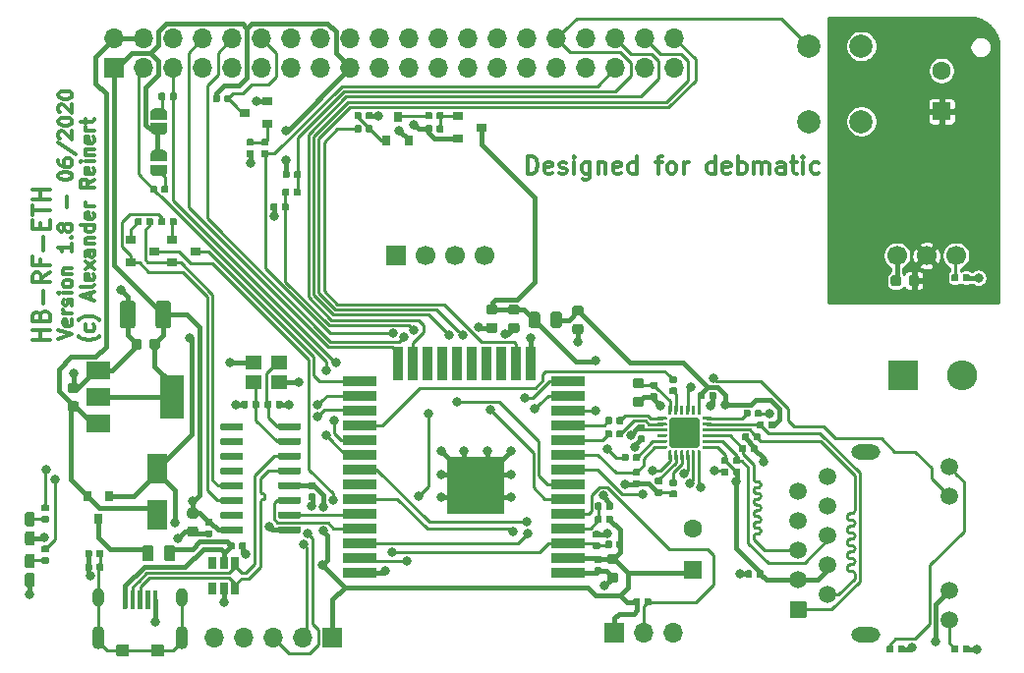
<source format=gbr>
G04 #@! TF.GenerationSoftware,KiCad,Pcbnew,(5.1.5)-3*
G04 #@! TF.CreationDate,2020-06-15T16:44:31+02:00*
G04 #@! TF.ProjectId,HB-RF-ETH,48422d52-462d-4455-9448-2e6b69636164,rev?*
G04 #@! TF.SameCoordinates,Original*
G04 #@! TF.FileFunction,Copper,L1,Top*
G04 #@! TF.FilePolarity,Positive*
%FSLAX46Y46*%
G04 Gerber Fmt 4.6, Leading zero omitted, Abs format (unit mm)*
G04 Created by KiCad (PCBNEW (5.1.5)-3) date 2020-06-15 16:44:31*
%MOMM*%
%LPD*%
G04 APERTURE LIST*
%ADD10C,0.300000*%
%ADD11R,1.600000X1.600000*%
%ADD12C,1.600000*%
%ADD13R,3.000000X0.900000*%
%ADD14R,0.900000X3.000000*%
%ADD15R,5.000000X5.000000*%
%ADD16R,2.000000X1.500000*%
%ADD17R,2.000000X3.800000*%
%ADD18C,0.100000*%
%ADD19C,1.500000*%
%ADD20O,2.500000X1.300000*%
%ADD21C,1.700000*%
%ADD22R,1.700000X1.700000*%
%ADD23O,1.700000X1.700000*%
%ADD24R,0.900000X0.800000*%
%ADD25R,1.400000X1.200000*%
%ADD26O,1.090000X2.000000*%
%ADD27O,1.050000X1.600000*%
%ADD28R,1.800000X2.500000*%
%ADD29R,0.800000X0.900000*%
%ADD30R,0.650000X1.060000*%
%ADD31R,2.600000X2.600000*%
%ADD32O,2.600000X2.600000*%
%ADD33C,2.000000*%
%ADD34C,0.500000*%
%ADD35C,0.800000*%
%ADD36C,0.250000*%
%ADD37C,0.400000*%
%ADD38C,0.254000*%
G04 APERTURE END LIST*
D10*
X123999600Y-77894571D02*
X123999600Y-76394571D01*
X124356742Y-76394571D01*
X124571028Y-76466000D01*
X124713885Y-76608857D01*
X124785314Y-76751714D01*
X124856742Y-77037428D01*
X124856742Y-77251714D01*
X124785314Y-77537428D01*
X124713885Y-77680285D01*
X124571028Y-77823142D01*
X124356742Y-77894571D01*
X123999600Y-77894571D01*
X126071028Y-77823142D02*
X125928171Y-77894571D01*
X125642457Y-77894571D01*
X125499600Y-77823142D01*
X125428171Y-77680285D01*
X125428171Y-77108857D01*
X125499600Y-76966000D01*
X125642457Y-76894571D01*
X125928171Y-76894571D01*
X126071028Y-76966000D01*
X126142457Y-77108857D01*
X126142457Y-77251714D01*
X125428171Y-77394571D01*
X126713885Y-77823142D02*
X126856742Y-77894571D01*
X127142457Y-77894571D01*
X127285314Y-77823142D01*
X127356742Y-77680285D01*
X127356742Y-77608857D01*
X127285314Y-77466000D01*
X127142457Y-77394571D01*
X126928171Y-77394571D01*
X126785314Y-77323142D01*
X126713885Y-77180285D01*
X126713885Y-77108857D01*
X126785314Y-76966000D01*
X126928171Y-76894571D01*
X127142457Y-76894571D01*
X127285314Y-76966000D01*
X127999600Y-77894571D02*
X127999600Y-76894571D01*
X127999600Y-76394571D02*
X127928171Y-76466000D01*
X127999600Y-76537428D01*
X128071028Y-76466000D01*
X127999600Y-76394571D01*
X127999600Y-76537428D01*
X129356742Y-76894571D02*
X129356742Y-78108857D01*
X129285314Y-78251714D01*
X129213885Y-78323142D01*
X129071028Y-78394571D01*
X128856742Y-78394571D01*
X128713885Y-78323142D01*
X129356742Y-77823142D02*
X129213885Y-77894571D01*
X128928171Y-77894571D01*
X128785314Y-77823142D01*
X128713885Y-77751714D01*
X128642457Y-77608857D01*
X128642457Y-77180285D01*
X128713885Y-77037428D01*
X128785314Y-76966000D01*
X128928171Y-76894571D01*
X129213885Y-76894571D01*
X129356742Y-76966000D01*
X130071028Y-76894571D02*
X130071028Y-77894571D01*
X130071028Y-77037428D02*
X130142457Y-76966000D01*
X130285314Y-76894571D01*
X130499600Y-76894571D01*
X130642457Y-76966000D01*
X130713885Y-77108857D01*
X130713885Y-77894571D01*
X131999600Y-77823142D02*
X131856742Y-77894571D01*
X131571028Y-77894571D01*
X131428171Y-77823142D01*
X131356742Y-77680285D01*
X131356742Y-77108857D01*
X131428171Y-76966000D01*
X131571028Y-76894571D01*
X131856742Y-76894571D01*
X131999600Y-76966000D01*
X132071028Y-77108857D01*
X132071028Y-77251714D01*
X131356742Y-77394571D01*
X133356742Y-77894571D02*
X133356742Y-76394571D01*
X133356742Y-77823142D02*
X133213885Y-77894571D01*
X132928171Y-77894571D01*
X132785314Y-77823142D01*
X132713885Y-77751714D01*
X132642457Y-77608857D01*
X132642457Y-77180285D01*
X132713885Y-77037428D01*
X132785314Y-76966000D01*
X132928171Y-76894571D01*
X133213885Y-76894571D01*
X133356742Y-76966000D01*
X134999600Y-76894571D02*
X135571028Y-76894571D01*
X135213885Y-77894571D02*
X135213885Y-76608857D01*
X135285314Y-76466000D01*
X135428171Y-76394571D01*
X135571028Y-76394571D01*
X136285314Y-77894571D02*
X136142457Y-77823142D01*
X136071028Y-77751714D01*
X135999600Y-77608857D01*
X135999600Y-77180285D01*
X136071028Y-77037428D01*
X136142457Y-76966000D01*
X136285314Y-76894571D01*
X136499600Y-76894571D01*
X136642457Y-76966000D01*
X136713885Y-77037428D01*
X136785314Y-77180285D01*
X136785314Y-77608857D01*
X136713885Y-77751714D01*
X136642457Y-77823142D01*
X136499600Y-77894571D01*
X136285314Y-77894571D01*
X137428171Y-77894571D02*
X137428171Y-76894571D01*
X137428171Y-77180285D02*
X137499600Y-77037428D01*
X137571028Y-76966000D01*
X137713885Y-76894571D01*
X137856742Y-76894571D01*
X140142457Y-77894571D02*
X140142457Y-76394571D01*
X140142457Y-77823142D02*
X139999600Y-77894571D01*
X139713885Y-77894571D01*
X139571028Y-77823142D01*
X139499600Y-77751714D01*
X139428171Y-77608857D01*
X139428171Y-77180285D01*
X139499600Y-77037428D01*
X139571028Y-76966000D01*
X139713885Y-76894571D01*
X139999600Y-76894571D01*
X140142457Y-76966000D01*
X141428171Y-77823142D02*
X141285314Y-77894571D01*
X140999600Y-77894571D01*
X140856742Y-77823142D01*
X140785314Y-77680285D01*
X140785314Y-77108857D01*
X140856742Y-76966000D01*
X140999600Y-76894571D01*
X141285314Y-76894571D01*
X141428171Y-76966000D01*
X141499600Y-77108857D01*
X141499600Y-77251714D01*
X140785314Y-77394571D01*
X142142457Y-77894571D02*
X142142457Y-76394571D01*
X142142457Y-76966000D02*
X142285314Y-76894571D01*
X142571028Y-76894571D01*
X142713885Y-76966000D01*
X142785314Y-77037428D01*
X142856742Y-77180285D01*
X142856742Y-77608857D01*
X142785314Y-77751714D01*
X142713885Y-77823142D01*
X142571028Y-77894571D01*
X142285314Y-77894571D01*
X142142457Y-77823142D01*
X143499600Y-77894571D02*
X143499600Y-76894571D01*
X143499600Y-77037428D02*
X143571028Y-76966000D01*
X143713885Y-76894571D01*
X143928171Y-76894571D01*
X144071028Y-76966000D01*
X144142457Y-77108857D01*
X144142457Y-77894571D01*
X144142457Y-77108857D02*
X144213885Y-76966000D01*
X144356742Y-76894571D01*
X144571028Y-76894571D01*
X144713885Y-76966000D01*
X144785314Y-77108857D01*
X144785314Y-77894571D01*
X146142457Y-77894571D02*
X146142457Y-77108857D01*
X146071028Y-76966000D01*
X145928171Y-76894571D01*
X145642457Y-76894571D01*
X145499600Y-76966000D01*
X146142457Y-77823142D02*
X145999600Y-77894571D01*
X145642457Y-77894571D01*
X145499600Y-77823142D01*
X145428171Y-77680285D01*
X145428171Y-77537428D01*
X145499600Y-77394571D01*
X145642457Y-77323142D01*
X145999600Y-77323142D01*
X146142457Y-77251714D01*
X146642457Y-76894571D02*
X147213885Y-76894571D01*
X146856742Y-76394571D02*
X146856742Y-77680285D01*
X146928171Y-77823142D01*
X147071028Y-77894571D01*
X147213885Y-77894571D01*
X147713885Y-77894571D02*
X147713885Y-76894571D01*
X147713885Y-76394571D02*
X147642457Y-76466000D01*
X147713885Y-76537428D01*
X147785314Y-76466000D01*
X147713885Y-76394571D01*
X147713885Y-76537428D01*
X149071028Y-77823142D02*
X148928171Y-77894571D01*
X148642457Y-77894571D01*
X148499600Y-77823142D01*
X148428171Y-77751714D01*
X148356742Y-77608857D01*
X148356742Y-77180285D01*
X148428171Y-77037428D01*
X148499600Y-76966000D01*
X148642457Y-76894571D01*
X148928171Y-76894571D01*
X149071028Y-76966000D01*
X87106000Y-91886428D02*
X87048857Y-91943571D01*
X86877428Y-92057857D01*
X86763142Y-92115000D01*
X86591714Y-92172142D01*
X86306000Y-92229285D01*
X86077428Y-92229285D01*
X85791714Y-92172142D01*
X85620285Y-92115000D01*
X85506000Y-92057857D01*
X85334571Y-91943571D01*
X85277428Y-91886428D01*
X86591714Y-90915000D02*
X86648857Y-91029285D01*
X86648857Y-91257857D01*
X86591714Y-91372142D01*
X86534571Y-91429285D01*
X86420285Y-91486428D01*
X86077428Y-91486428D01*
X85963142Y-91429285D01*
X85906000Y-91372142D01*
X85848857Y-91257857D01*
X85848857Y-91029285D01*
X85906000Y-90915000D01*
X87106000Y-90515000D02*
X87048857Y-90457857D01*
X86877428Y-90343571D01*
X86763142Y-90286428D01*
X86591714Y-90229285D01*
X86306000Y-90172142D01*
X86077428Y-90172142D01*
X85791714Y-90229285D01*
X85620285Y-90286428D01*
X85506000Y-90343571D01*
X85334571Y-90457857D01*
X85277428Y-90515000D01*
X86306000Y-88743571D02*
X86306000Y-88172142D01*
X86648857Y-88857857D02*
X85448857Y-88457857D01*
X86648857Y-88057857D01*
X86648857Y-87486428D02*
X86591714Y-87600714D01*
X86477428Y-87657857D01*
X85448857Y-87657857D01*
X86591714Y-86572142D02*
X86648857Y-86686428D01*
X86648857Y-86915000D01*
X86591714Y-87029285D01*
X86477428Y-87086428D01*
X86020285Y-87086428D01*
X85906000Y-87029285D01*
X85848857Y-86915000D01*
X85848857Y-86686428D01*
X85906000Y-86572142D01*
X86020285Y-86515000D01*
X86134571Y-86515000D01*
X86248857Y-87086428D01*
X86648857Y-86115000D02*
X85848857Y-85486428D01*
X85848857Y-86115000D02*
X86648857Y-85486428D01*
X86648857Y-84515000D02*
X86020285Y-84515000D01*
X85906000Y-84572142D01*
X85848857Y-84686428D01*
X85848857Y-84915000D01*
X85906000Y-85029285D01*
X86591714Y-84515000D02*
X86648857Y-84629285D01*
X86648857Y-84915000D01*
X86591714Y-85029285D01*
X86477428Y-85086428D01*
X86363142Y-85086428D01*
X86248857Y-85029285D01*
X86191714Y-84915000D01*
X86191714Y-84629285D01*
X86134571Y-84515000D01*
X85848857Y-83943571D02*
X86648857Y-83943571D01*
X85963142Y-83943571D02*
X85906000Y-83886428D01*
X85848857Y-83772142D01*
X85848857Y-83600714D01*
X85906000Y-83486428D01*
X86020285Y-83429285D01*
X86648857Y-83429285D01*
X86648857Y-82343571D02*
X85448857Y-82343571D01*
X86591714Y-82343571D02*
X86648857Y-82457857D01*
X86648857Y-82686428D01*
X86591714Y-82800714D01*
X86534571Y-82857857D01*
X86420285Y-82915000D01*
X86077428Y-82915000D01*
X85963142Y-82857857D01*
X85906000Y-82800714D01*
X85848857Y-82686428D01*
X85848857Y-82457857D01*
X85906000Y-82343571D01*
X86591714Y-81315000D02*
X86648857Y-81429285D01*
X86648857Y-81657857D01*
X86591714Y-81772142D01*
X86477428Y-81829285D01*
X86020285Y-81829285D01*
X85906000Y-81772142D01*
X85848857Y-81657857D01*
X85848857Y-81429285D01*
X85906000Y-81315000D01*
X86020285Y-81257857D01*
X86134571Y-81257857D01*
X86248857Y-81829285D01*
X86648857Y-80743571D02*
X85848857Y-80743571D01*
X86077428Y-80743571D02*
X85963142Y-80686428D01*
X85906000Y-80629285D01*
X85848857Y-80515000D01*
X85848857Y-80400714D01*
X86648857Y-78400714D02*
X86077428Y-78800714D01*
X86648857Y-79086428D02*
X85448857Y-79086428D01*
X85448857Y-78629285D01*
X85506000Y-78515000D01*
X85563142Y-78457857D01*
X85677428Y-78400714D01*
X85848857Y-78400714D01*
X85963142Y-78457857D01*
X86020285Y-78515000D01*
X86077428Y-78629285D01*
X86077428Y-79086428D01*
X86591714Y-77429285D02*
X86648857Y-77543571D01*
X86648857Y-77772142D01*
X86591714Y-77886428D01*
X86477428Y-77943571D01*
X86020285Y-77943571D01*
X85906000Y-77886428D01*
X85848857Y-77772142D01*
X85848857Y-77543571D01*
X85906000Y-77429285D01*
X86020285Y-77372142D01*
X86134571Y-77372142D01*
X86248857Y-77943571D01*
X86648857Y-76857857D02*
X85848857Y-76857857D01*
X85448857Y-76857857D02*
X85506000Y-76915000D01*
X85563142Y-76857857D01*
X85506000Y-76800714D01*
X85448857Y-76857857D01*
X85563142Y-76857857D01*
X85848857Y-76286428D02*
X86648857Y-76286428D01*
X85963142Y-76286428D02*
X85906000Y-76229285D01*
X85848857Y-76115000D01*
X85848857Y-75943571D01*
X85906000Y-75829285D01*
X86020285Y-75772142D01*
X86648857Y-75772142D01*
X86591714Y-74743571D02*
X86648857Y-74857857D01*
X86648857Y-75086428D01*
X86591714Y-75200714D01*
X86477428Y-75257857D01*
X86020285Y-75257857D01*
X85906000Y-75200714D01*
X85848857Y-75086428D01*
X85848857Y-74857857D01*
X85906000Y-74743571D01*
X86020285Y-74686428D01*
X86134571Y-74686428D01*
X86248857Y-75257857D01*
X86648857Y-74172142D02*
X85848857Y-74172142D01*
X86077428Y-74172142D02*
X85963142Y-74115000D01*
X85906000Y-74057857D01*
X85848857Y-73943571D01*
X85848857Y-73829285D01*
X85848857Y-73600714D02*
X85848857Y-73143571D01*
X85448857Y-73429285D02*
X86477428Y-73429285D01*
X86591714Y-73372142D01*
X86648857Y-73257857D01*
X86648857Y-73143571D01*
X83543857Y-92146714D02*
X84743857Y-91746714D01*
X83543857Y-91346714D01*
X84686714Y-90489571D02*
X84743857Y-90603857D01*
X84743857Y-90832428D01*
X84686714Y-90946714D01*
X84572428Y-91003857D01*
X84115285Y-91003857D01*
X84001000Y-90946714D01*
X83943857Y-90832428D01*
X83943857Y-90603857D01*
X84001000Y-90489571D01*
X84115285Y-90432428D01*
X84229571Y-90432428D01*
X84343857Y-91003857D01*
X84743857Y-89918142D02*
X83943857Y-89918142D01*
X84172428Y-89918142D02*
X84058142Y-89861000D01*
X84001000Y-89803857D01*
X83943857Y-89689571D01*
X83943857Y-89575285D01*
X84686714Y-89232428D02*
X84743857Y-89118142D01*
X84743857Y-88889571D01*
X84686714Y-88775285D01*
X84572428Y-88718142D01*
X84515285Y-88718142D01*
X84401000Y-88775285D01*
X84343857Y-88889571D01*
X84343857Y-89061000D01*
X84286714Y-89175285D01*
X84172428Y-89232428D01*
X84115285Y-89232428D01*
X84001000Y-89175285D01*
X83943857Y-89061000D01*
X83943857Y-88889571D01*
X84001000Y-88775285D01*
X84743857Y-88203857D02*
X83943857Y-88203857D01*
X83543857Y-88203857D02*
X83601000Y-88261000D01*
X83658142Y-88203857D01*
X83601000Y-88146714D01*
X83543857Y-88203857D01*
X83658142Y-88203857D01*
X84743857Y-87461000D02*
X84686714Y-87575285D01*
X84629571Y-87632428D01*
X84515285Y-87689571D01*
X84172428Y-87689571D01*
X84058142Y-87632428D01*
X84001000Y-87575285D01*
X83943857Y-87461000D01*
X83943857Y-87289571D01*
X84001000Y-87175285D01*
X84058142Y-87118142D01*
X84172428Y-87061000D01*
X84515285Y-87061000D01*
X84629571Y-87118142D01*
X84686714Y-87175285D01*
X84743857Y-87289571D01*
X84743857Y-87461000D01*
X83943857Y-86546714D02*
X84743857Y-86546714D01*
X84058142Y-86546714D02*
X84001000Y-86489571D01*
X83943857Y-86375285D01*
X83943857Y-86203857D01*
X84001000Y-86089571D01*
X84115285Y-86032428D01*
X84743857Y-86032428D01*
X84743857Y-83918142D02*
X84743857Y-84603857D01*
X84743857Y-84261000D02*
X83543857Y-84261000D01*
X83715285Y-84375285D01*
X83829571Y-84489571D01*
X83886714Y-84603857D01*
X84629571Y-83403857D02*
X84686714Y-83346714D01*
X84743857Y-83403857D01*
X84686714Y-83461000D01*
X84629571Y-83403857D01*
X84743857Y-83403857D01*
X84058142Y-82661000D02*
X84001000Y-82775285D01*
X83943857Y-82832428D01*
X83829571Y-82889571D01*
X83772428Y-82889571D01*
X83658142Y-82832428D01*
X83601000Y-82775285D01*
X83543857Y-82661000D01*
X83543857Y-82432428D01*
X83601000Y-82318142D01*
X83658142Y-82261000D01*
X83772428Y-82203857D01*
X83829571Y-82203857D01*
X83943857Y-82261000D01*
X84001000Y-82318142D01*
X84058142Y-82432428D01*
X84058142Y-82661000D01*
X84115285Y-82775285D01*
X84172428Y-82832428D01*
X84286714Y-82889571D01*
X84515285Y-82889571D01*
X84629571Y-82832428D01*
X84686714Y-82775285D01*
X84743857Y-82661000D01*
X84743857Y-82432428D01*
X84686714Y-82318142D01*
X84629571Y-82261000D01*
X84515285Y-82203857D01*
X84286714Y-82203857D01*
X84172428Y-82261000D01*
X84115285Y-82318142D01*
X84058142Y-82432428D01*
X84286714Y-80775285D02*
X84286714Y-79861000D01*
X83543857Y-78146714D02*
X83543857Y-78032428D01*
X83601000Y-77918142D01*
X83658142Y-77861000D01*
X83772428Y-77803857D01*
X84001000Y-77746714D01*
X84286714Y-77746714D01*
X84515285Y-77803857D01*
X84629571Y-77861000D01*
X84686714Y-77918142D01*
X84743857Y-78032428D01*
X84743857Y-78146714D01*
X84686714Y-78261000D01*
X84629571Y-78318142D01*
X84515285Y-78375285D01*
X84286714Y-78432428D01*
X84001000Y-78432428D01*
X83772428Y-78375285D01*
X83658142Y-78318142D01*
X83601000Y-78261000D01*
X83543857Y-78146714D01*
X83543857Y-76718142D02*
X83543857Y-76946714D01*
X83601000Y-77061000D01*
X83658142Y-77118142D01*
X83829571Y-77232428D01*
X84058142Y-77289571D01*
X84515285Y-77289571D01*
X84629571Y-77232428D01*
X84686714Y-77175285D01*
X84743857Y-77061000D01*
X84743857Y-76832428D01*
X84686714Y-76718142D01*
X84629571Y-76661000D01*
X84515285Y-76603857D01*
X84229571Y-76603857D01*
X84115285Y-76661000D01*
X84058142Y-76718142D01*
X84001000Y-76832428D01*
X84001000Y-77061000D01*
X84058142Y-77175285D01*
X84115285Y-77232428D01*
X84229571Y-77289571D01*
X83486714Y-75232428D02*
X85029571Y-76261000D01*
X83658142Y-74889571D02*
X83601000Y-74832428D01*
X83543857Y-74718142D01*
X83543857Y-74432428D01*
X83601000Y-74318142D01*
X83658142Y-74261000D01*
X83772428Y-74203857D01*
X83886714Y-74203857D01*
X84058142Y-74261000D01*
X84743857Y-74946714D01*
X84743857Y-74203857D01*
X83543857Y-73461000D02*
X83543857Y-73346714D01*
X83601000Y-73232428D01*
X83658142Y-73175285D01*
X83772428Y-73118142D01*
X84001000Y-73061000D01*
X84286714Y-73061000D01*
X84515285Y-73118142D01*
X84629571Y-73175285D01*
X84686714Y-73232428D01*
X84743857Y-73346714D01*
X84743857Y-73461000D01*
X84686714Y-73575285D01*
X84629571Y-73632428D01*
X84515285Y-73689571D01*
X84286714Y-73746714D01*
X84001000Y-73746714D01*
X83772428Y-73689571D01*
X83658142Y-73632428D01*
X83601000Y-73575285D01*
X83543857Y-73461000D01*
X83658142Y-72603857D02*
X83601000Y-72546714D01*
X83543857Y-72432428D01*
X83543857Y-72146714D01*
X83601000Y-72032428D01*
X83658142Y-71975285D01*
X83772428Y-71918142D01*
X83886714Y-71918142D01*
X84058142Y-71975285D01*
X84743857Y-72661000D01*
X84743857Y-71918142D01*
X83543857Y-71175285D02*
X83543857Y-71061000D01*
X83601000Y-70946714D01*
X83658142Y-70889571D01*
X83772428Y-70832428D01*
X84001000Y-70775285D01*
X84286714Y-70775285D01*
X84515285Y-70832428D01*
X84629571Y-70889571D01*
X84686714Y-70946714D01*
X84743857Y-71061000D01*
X84743857Y-71175285D01*
X84686714Y-71289571D01*
X84629571Y-71346714D01*
X84515285Y-71403857D01*
X84286714Y-71461000D01*
X84001000Y-71461000D01*
X83772428Y-71403857D01*
X83658142Y-71346714D01*
X83601000Y-71289571D01*
X83543857Y-71175285D01*
X82806571Y-92199857D02*
X81306571Y-92199857D01*
X82020857Y-92199857D02*
X82020857Y-91342714D01*
X82806571Y-91342714D02*
X81306571Y-91342714D01*
X82020857Y-90128428D02*
X82092285Y-89914142D01*
X82163714Y-89842714D01*
X82306571Y-89771285D01*
X82520857Y-89771285D01*
X82663714Y-89842714D01*
X82735142Y-89914142D01*
X82806571Y-90057000D01*
X82806571Y-90628428D01*
X81306571Y-90628428D01*
X81306571Y-90128428D01*
X81378000Y-89985571D01*
X81449428Y-89914142D01*
X81592285Y-89842714D01*
X81735142Y-89842714D01*
X81878000Y-89914142D01*
X81949428Y-89985571D01*
X82020857Y-90128428D01*
X82020857Y-90628428D01*
X82235142Y-89128428D02*
X82235142Y-87985571D01*
X82806571Y-86414142D02*
X82092285Y-86914142D01*
X82806571Y-87271285D02*
X81306571Y-87271285D01*
X81306571Y-86699857D01*
X81378000Y-86557000D01*
X81449428Y-86485571D01*
X81592285Y-86414142D01*
X81806571Y-86414142D01*
X81949428Y-86485571D01*
X82020857Y-86557000D01*
X82092285Y-86699857D01*
X82092285Y-87271285D01*
X82020857Y-85271285D02*
X82020857Y-85771285D01*
X82806571Y-85771285D02*
X81306571Y-85771285D01*
X81306571Y-85057000D01*
X82235142Y-84485571D02*
X82235142Y-83342714D01*
X82020857Y-82628428D02*
X82020857Y-82128428D01*
X82806571Y-81914142D02*
X82806571Y-82628428D01*
X81306571Y-82628428D01*
X81306571Y-81914142D01*
X81306571Y-81485571D02*
X81306571Y-80628428D01*
X82806571Y-81057000D02*
X81306571Y-81057000D01*
X82806571Y-80128428D02*
X81306571Y-80128428D01*
X82020857Y-80128428D02*
X82020857Y-79271285D01*
X82806571Y-79271285D02*
X81306571Y-79271285D01*
D11*
X138176000Y-112014000D03*
D12*
X138176000Y-108514000D03*
D13*
X109500000Y-112255000D03*
X109500000Y-110985000D03*
X109500000Y-109715000D03*
X109500000Y-108445000D03*
X109500000Y-107175000D03*
X109500000Y-105905000D03*
X109500000Y-104635000D03*
X109500000Y-103365000D03*
X109500000Y-102095000D03*
X109500000Y-100825000D03*
X109500000Y-99555000D03*
X109500000Y-98285000D03*
X109500000Y-97015000D03*
X109500000Y-95745000D03*
D14*
X112785000Y-94245000D03*
X114055000Y-94245000D03*
X115325000Y-94245000D03*
X116595000Y-94245000D03*
X117865000Y-94245000D03*
X119135000Y-94245000D03*
X120405000Y-94245000D03*
X121675000Y-94245000D03*
X122945000Y-94245000D03*
X124215000Y-94245000D03*
D13*
X127500000Y-95745000D03*
X127500000Y-97015000D03*
X127500000Y-98285000D03*
X127500000Y-99555000D03*
X127500000Y-100825000D03*
X127500000Y-102095000D03*
X127500000Y-103365000D03*
X127500000Y-104635000D03*
X127500000Y-105905000D03*
X127500000Y-107175000D03*
X127500000Y-108445000D03*
X127500000Y-109715000D03*
X127500000Y-110985000D03*
X127500000Y-112255000D03*
D15*
X119500000Y-104755000D03*
D16*
X87020000Y-94855000D03*
X87020000Y-99455000D03*
X87020000Y-97155000D03*
D17*
X93320000Y-97155000D03*
G04 #@! TA.AperFunction,SMDPad,CuDef*
D18*
G36*
X130097798Y-108692170D02*
G01*
X130112116Y-108694294D01*
X130126157Y-108697811D01*
X130139786Y-108702688D01*
X130152871Y-108708877D01*
X130165287Y-108716318D01*
X130176913Y-108724941D01*
X130187638Y-108734662D01*
X130197359Y-108745387D01*
X130205982Y-108757013D01*
X130213423Y-108769429D01*
X130219612Y-108782514D01*
X130224489Y-108796143D01*
X130228006Y-108810184D01*
X130230130Y-108824502D01*
X130230840Y-108838960D01*
X130230840Y-109133960D01*
X130230130Y-109148418D01*
X130228006Y-109162736D01*
X130224489Y-109176777D01*
X130219612Y-109190406D01*
X130213423Y-109203491D01*
X130205982Y-109215907D01*
X130197359Y-109227533D01*
X130187638Y-109238258D01*
X130176913Y-109247979D01*
X130165287Y-109256602D01*
X130152871Y-109264043D01*
X130139786Y-109270232D01*
X130126157Y-109275109D01*
X130112116Y-109278626D01*
X130097798Y-109280750D01*
X130083340Y-109281460D01*
X129738340Y-109281460D01*
X129723882Y-109280750D01*
X129709564Y-109278626D01*
X129695523Y-109275109D01*
X129681894Y-109270232D01*
X129668809Y-109264043D01*
X129656393Y-109256602D01*
X129644767Y-109247979D01*
X129634042Y-109238258D01*
X129624321Y-109227533D01*
X129615698Y-109215907D01*
X129608257Y-109203491D01*
X129602068Y-109190406D01*
X129597191Y-109176777D01*
X129593674Y-109162736D01*
X129591550Y-109148418D01*
X129590840Y-109133960D01*
X129590840Y-108838960D01*
X129591550Y-108824502D01*
X129593674Y-108810184D01*
X129597191Y-108796143D01*
X129602068Y-108782514D01*
X129608257Y-108769429D01*
X129615698Y-108757013D01*
X129624321Y-108745387D01*
X129634042Y-108734662D01*
X129644767Y-108724941D01*
X129656393Y-108716318D01*
X129668809Y-108708877D01*
X129681894Y-108702688D01*
X129695523Y-108697811D01*
X129709564Y-108694294D01*
X129723882Y-108692170D01*
X129738340Y-108691460D01*
X130083340Y-108691460D01*
X130097798Y-108692170D01*
G37*
G04 #@! TD.AperFunction*
G04 #@! TA.AperFunction,SMDPad,CuDef*
G36*
X130097798Y-109662170D02*
G01*
X130112116Y-109664294D01*
X130126157Y-109667811D01*
X130139786Y-109672688D01*
X130152871Y-109678877D01*
X130165287Y-109686318D01*
X130176913Y-109694941D01*
X130187638Y-109704662D01*
X130197359Y-109715387D01*
X130205982Y-109727013D01*
X130213423Y-109739429D01*
X130219612Y-109752514D01*
X130224489Y-109766143D01*
X130228006Y-109780184D01*
X130230130Y-109794502D01*
X130230840Y-109808960D01*
X130230840Y-110103960D01*
X130230130Y-110118418D01*
X130228006Y-110132736D01*
X130224489Y-110146777D01*
X130219612Y-110160406D01*
X130213423Y-110173491D01*
X130205982Y-110185907D01*
X130197359Y-110197533D01*
X130187638Y-110208258D01*
X130176913Y-110217979D01*
X130165287Y-110226602D01*
X130152871Y-110234043D01*
X130139786Y-110240232D01*
X130126157Y-110245109D01*
X130112116Y-110248626D01*
X130097798Y-110250750D01*
X130083340Y-110251460D01*
X129738340Y-110251460D01*
X129723882Y-110250750D01*
X129709564Y-110248626D01*
X129695523Y-110245109D01*
X129681894Y-110240232D01*
X129668809Y-110234043D01*
X129656393Y-110226602D01*
X129644767Y-110217979D01*
X129634042Y-110208258D01*
X129624321Y-110197533D01*
X129615698Y-110185907D01*
X129608257Y-110173491D01*
X129602068Y-110160406D01*
X129597191Y-110146777D01*
X129593674Y-110132736D01*
X129591550Y-110118418D01*
X129590840Y-110103960D01*
X129590840Y-109808960D01*
X129591550Y-109794502D01*
X129593674Y-109780184D01*
X129597191Y-109766143D01*
X129602068Y-109752514D01*
X129608257Y-109739429D01*
X129615698Y-109727013D01*
X129624321Y-109715387D01*
X129634042Y-109704662D01*
X129644767Y-109694941D01*
X129656393Y-109686318D01*
X129668809Y-109678877D01*
X129681894Y-109672688D01*
X129695523Y-109667811D01*
X129709564Y-109664294D01*
X129723882Y-109662170D01*
X129738340Y-109661460D01*
X130083340Y-109661460D01*
X130097798Y-109662170D01*
G37*
G04 #@! TD.AperFunction*
D19*
X160280000Y-103125000D03*
X160280000Y-105665000D03*
X160280000Y-116375000D03*
X160280000Y-113835000D03*
X149850000Y-104035000D03*
X147310000Y-105305000D03*
D20*
X153150000Y-117625000D03*
D19*
X149850000Y-106575000D03*
D20*
X153150000Y-101875000D03*
D19*
X147310000Y-107845000D03*
X149850000Y-109115000D03*
X147310000Y-110385000D03*
X149850000Y-111655000D03*
X147310000Y-112925000D03*
X149850000Y-114195000D03*
G04 #@! TA.AperFunction,ComponentPad*
D18*
G36*
X147834053Y-114716206D02*
G01*
X147858370Y-114719813D01*
X147882216Y-114725786D01*
X147905362Y-114734068D01*
X147927585Y-114744579D01*
X147948670Y-114757217D01*
X147968416Y-114771861D01*
X147986630Y-114788370D01*
X148003139Y-114806584D01*
X148017783Y-114826330D01*
X148030421Y-114847415D01*
X148040932Y-114869638D01*
X148049214Y-114892784D01*
X148055187Y-114916630D01*
X148058794Y-114940947D01*
X148060000Y-114965500D01*
X148060000Y-115964500D01*
X148058794Y-115989053D01*
X148055187Y-116013370D01*
X148049214Y-116037216D01*
X148040932Y-116060362D01*
X148030421Y-116082585D01*
X148017783Y-116103670D01*
X148003139Y-116123416D01*
X147986630Y-116141630D01*
X147968416Y-116158139D01*
X147948670Y-116172783D01*
X147927585Y-116185421D01*
X147905362Y-116195932D01*
X147882216Y-116204214D01*
X147858370Y-116210187D01*
X147834053Y-116213794D01*
X147809500Y-116215000D01*
X146810500Y-116215000D01*
X146785947Y-116213794D01*
X146761630Y-116210187D01*
X146737784Y-116204214D01*
X146714638Y-116195932D01*
X146692415Y-116185421D01*
X146671330Y-116172783D01*
X146651584Y-116158139D01*
X146633370Y-116141630D01*
X146616861Y-116123416D01*
X146602217Y-116103670D01*
X146589579Y-116082585D01*
X146579068Y-116060362D01*
X146570786Y-116037216D01*
X146564813Y-116013370D01*
X146561206Y-115989053D01*
X146560000Y-115964500D01*
X146560000Y-114965500D01*
X146561206Y-114940947D01*
X146564813Y-114916630D01*
X146570786Y-114892784D01*
X146579068Y-114869638D01*
X146589579Y-114847415D01*
X146602217Y-114826330D01*
X146616861Y-114806584D01*
X146633370Y-114788370D01*
X146651584Y-114771861D01*
X146671330Y-114757217D01*
X146692415Y-114744579D01*
X146714638Y-114734068D01*
X146737784Y-114725786D01*
X146761630Y-114719813D01*
X146785947Y-114716206D01*
X146810500Y-114715000D01*
X147809500Y-114715000D01*
X147834053Y-114716206D01*
G37*
G04 #@! TD.AperFunction*
G04 #@! TA.AperFunction,SMDPad,CuDef*
G36*
X157517191Y-86648053D02*
G01*
X157538426Y-86651203D01*
X157559250Y-86656419D01*
X157579462Y-86663651D01*
X157598868Y-86672830D01*
X157617281Y-86683866D01*
X157634524Y-86696654D01*
X157650430Y-86711070D01*
X157664846Y-86726976D01*
X157677634Y-86744219D01*
X157688670Y-86762632D01*
X157697849Y-86782038D01*
X157705081Y-86802250D01*
X157710297Y-86823074D01*
X157713447Y-86844309D01*
X157714500Y-86865750D01*
X157714500Y-87378250D01*
X157713447Y-87399691D01*
X157710297Y-87420926D01*
X157705081Y-87441750D01*
X157697849Y-87461962D01*
X157688670Y-87481368D01*
X157677634Y-87499781D01*
X157664846Y-87517024D01*
X157650430Y-87532930D01*
X157634524Y-87547346D01*
X157617281Y-87560134D01*
X157598868Y-87571170D01*
X157579462Y-87580349D01*
X157559250Y-87587581D01*
X157538426Y-87592797D01*
X157517191Y-87595947D01*
X157495750Y-87597000D01*
X157058250Y-87597000D01*
X157036809Y-87595947D01*
X157015574Y-87592797D01*
X156994750Y-87587581D01*
X156974538Y-87580349D01*
X156955132Y-87571170D01*
X156936719Y-87560134D01*
X156919476Y-87547346D01*
X156903570Y-87532930D01*
X156889154Y-87517024D01*
X156876366Y-87499781D01*
X156865330Y-87481368D01*
X156856151Y-87461962D01*
X156848919Y-87441750D01*
X156843703Y-87420926D01*
X156840553Y-87399691D01*
X156839500Y-87378250D01*
X156839500Y-86865750D01*
X156840553Y-86844309D01*
X156843703Y-86823074D01*
X156848919Y-86802250D01*
X156856151Y-86782038D01*
X156865330Y-86762632D01*
X156876366Y-86744219D01*
X156889154Y-86726976D01*
X156903570Y-86711070D01*
X156919476Y-86696654D01*
X156936719Y-86683866D01*
X156955132Y-86672830D01*
X156974538Y-86663651D01*
X156994750Y-86656419D01*
X157015574Y-86651203D01*
X157036809Y-86648053D01*
X157058250Y-86647000D01*
X157495750Y-86647000D01*
X157517191Y-86648053D01*
G37*
G04 #@! TD.AperFunction*
G04 #@! TA.AperFunction,SMDPad,CuDef*
G36*
X155942191Y-86648053D02*
G01*
X155963426Y-86651203D01*
X155984250Y-86656419D01*
X156004462Y-86663651D01*
X156023868Y-86672830D01*
X156042281Y-86683866D01*
X156059524Y-86696654D01*
X156075430Y-86711070D01*
X156089846Y-86726976D01*
X156102634Y-86744219D01*
X156113670Y-86762632D01*
X156122849Y-86782038D01*
X156130081Y-86802250D01*
X156135297Y-86823074D01*
X156138447Y-86844309D01*
X156139500Y-86865750D01*
X156139500Y-87378250D01*
X156138447Y-87399691D01*
X156135297Y-87420926D01*
X156130081Y-87441750D01*
X156122849Y-87461962D01*
X156113670Y-87481368D01*
X156102634Y-87499781D01*
X156089846Y-87517024D01*
X156075430Y-87532930D01*
X156059524Y-87547346D01*
X156042281Y-87560134D01*
X156023868Y-87571170D01*
X156004462Y-87580349D01*
X155984250Y-87587581D01*
X155963426Y-87592797D01*
X155942191Y-87595947D01*
X155920750Y-87597000D01*
X155483250Y-87597000D01*
X155461809Y-87595947D01*
X155440574Y-87592797D01*
X155419750Y-87587581D01*
X155399538Y-87580349D01*
X155380132Y-87571170D01*
X155361719Y-87560134D01*
X155344476Y-87547346D01*
X155328570Y-87532930D01*
X155314154Y-87517024D01*
X155301366Y-87499781D01*
X155290330Y-87481368D01*
X155281151Y-87461962D01*
X155273919Y-87441750D01*
X155268703Y-87420926D01*
X155265553Y-87399691D01*
X155264500Y-87378250D01*
X155264500Y-86865750D01*
X155265553Y-86844309D01*
X155268703Y-86823074D01*
X155273919Y-86802250D01*
X155281151Y-86782038D01*
X155290330Y-86762632D01*
X155301366Y-86744219D01*
X155314154Y-86726976D01*
X155328570Y-86711070D01*
X155344476Y-86696654D01*
X155361719Y-86683866D01*
X155380132Y-86672830D01*
X155399538Y-86663651D01*
X155419750Y-86656419D01*
X155440574Y-86651203D01*
X155461809Y-86648053D01*
X155483250Y-86647000D01*
X155920750Y-86647000D01*
X155942191Y-86648053D01*
G37*
G04 #@! TD.AperFunction*
D21*
X160871000Y-84963000D03*
X158331000Y-84963000D03*
X155791000Y-84963000D03*
X120231000Y-84963000D03*
X117691000Y-84963000D03*
X115151000Y-84963000D03*
D22*
X112611000Y-84963000D03*
G04 #@! TA.AperFunction,SMDPad,CuDef*
D18*
G36*
X143186958Y-112075710D02*
G01*
X143201276Y-112077834D01*
X143215317Y-112081351D01*
X143228946Y-112086228D01*
X143242031Y-112092417D01*
X143254447Y-112099858D01*
X143266073Y-112108481D01*
X143276798Y-112118202D01*
X143286519Y-112128927D01*
X143295142Y-112140553D01*
X143302583Y-112152969D01*
X143308772Y-112166054D01*
X143313649Y-112179683D01*
X143317166Y-112193724D01*
X143319290Y-112208042D01*
X143320000Y-112222500D01*
X143320000Y-112567500D01*
X143319290Y-112581958D01*
X143317166Y-112596276D01*
X143313649Y-112610317D01*
X143308772Y-112623946D01*
X143302583Y-112637031D01*
X143295142Y-112649447D01*
X143286519Y-112661073D01*
X143276798Y-112671798D01*
X143266073Y-112681519D01*
X143254447Y-112690142D01*
X143242031Y-112697583D01*
X143228946Y-112703772D01*
X143215317Y-112708649D01*
X143201276Y-112712166D01*
X143186958Y-112714290D01*
X143172500Y-112715000D01*
X142877500Y-112715000D01*
X142863042Y-112714290D01*
X142848724Y-112712166D01*
X142834683Y-112708649D01*
X142821054Y-112703772D01*
X142807969Y-112697583D01*
X142795553Y-112690142D01*
X142783927Y-112681519D01*
X142773202Y-112671798D01*
X142763481Y-112661073D01*
X142754858Y-112649447D01*
X142747417Y-112637031D01*
X142741228Y-112623946D01*
X142736351Y-112610317D01*
X142732834Y-112596276D01*
X142730710Y-112581958D01*
X142730000Y-112567500D01*
X142730000Y-112222500D01*
X142730710Y-112208042D01*
X142732834Y-112193724D01*
X142736351Y-112179683D01*
X142741228Y-112166054D01*
X142747417Y-112152969D01*
X142754858Y-112140553D01*
X142763481Y-112128927D01*
X142773202Y-112118202D01*
X142783927Y-112108481D01*
X142795553Y-112099858D01*
X142807969Y-112092417D01*
X142821054Y-112086228D01*
X142834683Y-112081351D01*
X142848724Y-112077834D01*
X142863042Y-112075710D01*
X142877500Y-112075000D01*
X143172500Y-112075000D01*
X143186958Y-112075710D01*
G37*
G04 #@! TD.AperFunction*
G04 #@! TA.AperFunction,SMDPad,CuDef*
G36*
X144156958Y-112075710D02*
G01*
X144171276Y-112077834D01*
X144185317Y-112081351D01*
X144198946Y-112086228D01*
X144212031Y-112092417D01*
X144224447Y-112099858D01*
X144236073Y-112108481D01*
X144246798Y-112118202D01*
X144256519Y-112128927D01*
X144265142Y-112140553D01*
X144272583Y-112152969D01*
X144278772Y-112166054D01*
X144283649Y-112179683D01*
X144287166Y-112193724D01*
X144289290Y-112208042D01*
X144290000Y-112222500D01*
X144290000Y-112567500D01*
X144289290Y-112581958D01*
X144287166Y-112596276D01*
X144283649Y-112610317D01*
X144278772Y-112623946D01*
X144272583Y-112637031D01*
X144265142Y-112649447D01*
X144256519Y-112661073D01*
X144246798Y-112671798D01*
X144236073Y-112681519D01*
X144224447Y-112690142D01*
X144212031Y-112697583D01*
X144198946Y-112703772D01*
X144185317Y-112708649D01*
X144171276Y-112712166D01*
X144156958Y-112714290D01*
X144142500Y-112715000D01*
X143847500Y-112715000D01*
X143833042Y-112714290D01*
X143818724Y-112712166D01*
X143804683Y-112708649D01*
X143791054Y-112703772D01*
X143777969Y-112697583D01*
X143765553Y-112690142D01*
X143753927Y-112681519D01*
X143743202Y-112671798D01*
X143733481Y-112661073D01*
X143724858Y-112649447D01*
X143717417Y-112637031D01*
X143711228Y-112623946D01*
X143706351Y-112610317D01*
X143702834Y-112596276D01*
X143700710Y-112581958D01*
X143700000Y-112567500D01*
X143700000Y-112222500D01*
X143700710Y-112208042D01*
X143702834Y-112193724D01*
X143706351Y-112179683D01*
X143711228Y-112166054D01*
X143717417Y-112152969D01*
X143724858Y-112140553D01*
X143733481Y-112128927D01*
X143743202Y-112118202D01*
X143753927Y-112108481D01*
X143765553Y-112099858D01*
X143777969Y-112092417D01*
X143791054Y-112086228D01*
X143804683Y-112081351D01*
X143818724Y-112077834D01*
X143833042Y-112075710D01*
X143847500Y-112075000D01*
X144142500Y-112075000D01*
X144156958Y-112075710D01*
G37*
G04 #@! TD.AperFunction*
D22*
X88370000Y-68770000D03*
D23*
X88370000Y-66230000D03*
X90910000Y-68770000D03*
X90910000Y-66230000D03*
X93450000Y-68770000D03*
X93450000Y-66230000D03*
X95990000Y-68770000D03*
X95990000Y-66230000D03*
X98530000Y-68770000D03*
X98530000Y-66230000D03*
X101070000Y-68770000D03*
X101070000Y-66230000D03*
X103610000Y-68770000D03*
X103610000Y-66230000D03*
X106150000Y-68770000D03*
X106150000Y-66230000D03*
X108690000Y-68770000D03*
X108690000Y-66230000D03*
X111230000Y-68770000D03*
X111230000Y-66230000D03*
X113770000Y-68770000D03*
X113770000Y-66230000D03*
X116310000Y-68770000D03*
X116310000Y-66230000D03*
X118850000Y-68770000D03*
X118850000Y-66230000D03*
X121390000Y-68770000D03*
X121390000Y-66230000D03*
X123930000Y-68770000D03*
X123930000Y-66230000D03*
X126470000Y-68770000D03*
X126470000Y-66230000D03*
X129010000Y-68770000D03*
X129010000Y-66230000D03*
X131550000Y-68770000D03*
X131550000Y-66230000D03*
X134090000Y-68770000D03*
X134090000Y-66230000D03*
X136630000Y-68770000D03*
X136630000Y-66230000D03*
G04 #@! TA.AperFunction,SMDPad,CuDef*
D18*
G36*
X124830142Y-89801174D02*
G01*
X124853803Y-89804684D01*
X124877007Y-89810496D01*
X124899529Y-89818554D01*
X124921153Y-89828782D01*
X124941670Y-89841079D01*
X124960883Y-89855329D01*
X124978607Y-89871393D01*
X124994671Y-89889117D01*
X125008921Y-89908330D01*
X125021218Y-89928847D01*
X125031446Y-89950471D01*
X125039504Y-89972993D01*
X125045316Y-89996197D01*
X125048826Y-90019858D01*
X125050000Y-90043750D01*
X125050000Y-90956250D01*
X125048826Y-90980142D01*
X125045316Y-91003803D01*
X125039504Y-91027007D01*
X125031446Y-91049529D01*
X125021218Y-91071153D01*
X125008921Y-91091670D01*
X124994671Y-91110883D01*
X124978607Y-91128607D01*
X124960883Y-91144671D01*
X124941670Y-91158921D01*
X124921153Y-91171218D01*
X124899529Y-91181446D01*
X124877007Y-91189504D01*
X124853803Y-91195316D01*
X124830142Y-91198826D01*
X124806250Y-91200000D01*
X124318750Y-91200000D01*
X124294858Y-91198826D01*
X124271197Y-91195316D01*
X124247993Y-91189504D01*
X124225471Y-91181446D01*
X124203847Y-91171218D01*
X124183330Y-91158921D01*
X124164117Y-91144671D01*
X124146393Y-91128607D01*
X124130329Y-91110883D01*
X124116079Y-91091670D01*
X124103782Y-91071153D01*
X124093554Y-91049529D01*
X124085496Y-91027007D01*
X124079684Y-91003803D01*
X124076174Y-90980142D01*
X124075000Y-90956250D01*
X124075000Y-90043750D01*
X124076174Y-90019858D01*
X124079684Y-89996197D01*
X124085496Y-89972993D01*
X124093554Y-89950471D01*
X124103782Y-89928847D01*
X124116079Y-89908330D01*
X124130329Y-89889117D01*
X124146393Y-89871393D01*
X124164117Y-89855329D01*
X124183330Y-89841079D01*
X124203847Y-89828782D01*
X124225471Y-89818554D01*
X124247993Y-89810496D01*
X124271197Y-89804684D01*
X124294858Y-89801174D01*
X124318750Y-89800000D01*
X124806250Y-89800000D01*
X124830142Y-89801174D01*
G37*
G04 #@! TD.AperFunction*
G04 #@! TA.AperFunction,SMDPad,CuDef*
G36*
X126705142Y-89801174D02*
G01*
X126728803Y-89804684D01*
X126752007Y-89810496D01*
X126774529Y-89818554D01*
X126796153Y-89828782D01*
X126816670Y-89841079D01*
X126835883Y-89855329D01*
X126853607Y-89871393D01*
X126869671Y-89889117D01*
X126883921Y-89908330D01*
X126896218Y-89928847D01*
X126906446Y-89950471D01*
X126914504Y-89972993D01*
X126920316Y-89996197D01*
X126923826Y-90019858D01*
X126925000Y-90043750D01*
X126925000Y-90956250D01*
X126923826Y-90980142D01*
X126920316Y-91003803D01*
X126914504Y-91027007D01*
X126906446Y-91049529D01*
X126896218Y-91071153D01*
X126883921Y-91091670D01*
X126869671Y-91110883D01*
X126853607Y-91128607D01*
X126835883Y-91144671D01*
X126816670Y-91158921D01*
X126796153Y-91171218D01*
X126774529Y-91181446D01*
X126752007Y-91189504D01*
X126728803Y-91195316D01*
X126705142Y-91198826D01*
X126681250Y-91200000D01*
X126193750Y-91200000D01*
X126169858Y-91198826D01*
X126146197Y-91195316D01*
X126122993Y-91189504D01*
X126100471Y-91181446D01*
X126078847Y-91171218D01*
X126058330Y-91158921D01*
X126039117Y-91144671D01*
X126021393Y-91128607D01*
X126005329Y-91110883D01*
X125991079Y-91091670D01*
X125978782Y-91071153D01*
X125968554Y-91049529D01*
X125960496Y-91027007D01*
X125954684Y-91003803D01*
X125951174Y-90980142D01*
X125950000Y-90956250D01*
X125950000Y-90043750D01*
X125951174Y-90019858D01*
X125954684Y-89996197D01*
X125960496Y-89972993D01*
X125968554Y-89950471D01*
X125978782Y-89928847D01*
X125991079Y-89908330D01*
X126005329Y-89889117D01*
X126021393Y-89871393D01*
X126039117Y-89855329D01*
X126058330Y-89841079D01*
X126078847Y-89828782D01*
X126100471Y-89818554D01*
X126122993Y-89810496D01*
X126146197Y-89804684D01*
X126169858Y-89801174D01*
X126193750Y-89800000D01*
X126681250Y-89800000D01*
X126705142Y-89801174D01*
G37*
G04 #@! TD.AperFunction*
G04 #@! TA.AperFunction,SMDPad,CuDef*
G36*
X91532142Y-109918174D02*
G01*
X91555803Y-109921684D01*
X91579007Y-109927496D01*
X91601529Y-109935554D01*
X91623153Y-109945782D01*
X91643670Y-109958079D01*
X91662883Y-109972329D01*
X91680607Y-109988393D01*
X91696671Y-110006117D01*
X91710921Y-110025330D01*
X91723218Y-110045847D01*
X91733446Y-110067471D01*
X91741504Y-110089993D01*
X91747316Y-110113197D01*
X91750826Y-110136858D01*
X91752000Y-110160750D01*
X91752000Y-111073250D01*
X91750826Y-111097142D01*
X91747316Y-111120803D01*
X91741504Y-111144007D01*
X91733446Y-111166529D01*
X91723218Y-111188153D01*
X91710921Y-111208670D01*
X91696671Y-111227883D01*
X91680607Y-111245607D01*
X91662883Y-111261671D01*
X91643670Y-111275921D01*
X91623153Y-111288218D01*
X91601529Y-111298446D01*
X91579007Y-111306504D01*
X91555803Y-111312316D01*
X91532142Y-111315826D01*
X91508250Y-111317000D01*
X91020750Y-111317000D01*
X90996858Y-111315826D01*
X90973197Y-111312316D01*
X90949993Y-111306504D01*
X90927471Y-111298446D01*
X90905847Y-111288218D01*
X90885330Y-111275921D01*
X90866117Y-111261671D01*
X90848393Y-111245607D01*
X90832329Y-111227883D01*
X90818079Y-111208670D01*
X90805782Y-111188153D01*
X90795554Y-111166529D01*
X90787496Y-111144007D01*
X90781684Y-111120803D01*
X90778174Y-111097142D01*
X90777000Y-111073250D01*
X90777000Y-110160750D01*
X90778174Y-110136858D01*
X90781684Y-110113197D01*
X90787496Y-110089993D01*
X90795554Y-110067471D01*
X90805782Y-110045847D01*
X90818079Y-110025330D01*
X90832329Y-110006117D01*
X90848393Y-109988393D01*
X90866117Y-109972329D01*
X90885330Y-109958079D01*
X90905847Y-109945782D01*
X90927471Y-109935554D01*
X90949993Y-109927496D01*
X90973197Y-109921684D01*
X90996858Y-109918174D01*
X91020750Y-109917000D01*
X91508250Y-109917000D01*
X91532142Y-109918174D01*
G37*
G04 #@! TD.AperFunction*
G04 #@! TA.AperFunction,SMDPad,CuDef*
G36*
X93407142Y-109918174D02*
G01*
X93430803Y-109921684D01*
X93454007Y-109927496D01*
X93476529Y-109935554D01*
X93498153Y-109945782D01*
X93518670Y-109958079D01*
X93537883Y-109972329D01*
X93555607Y-109988393D01*
X93571671Y-110006117D01*
X93585921Y-110025330D01*
X93598218Y-110045847D01*
X93608446Y-110067471D01*
X93616504Y-110089993D01*
X93622316Y-110113197D01*
X93625826Y-110136858D01*
X93627000Y-110160750D01*
X93627000Y-111073250D01*
X93625826Y-111097142D01*
X93622316Y-111120803D01*
X93616504Y-111144007D01*
X93608446Y-111166529D01*
X93598218Y-111188153D01*
X93585921Y-111208670D01*
X93571671Y-111227883D01*
X93555607Y-111245607D01*
X93537883Y-111261671D01*
X93518670Y-111275921D01*
X93498153Y-111288218D01*
X93476529Y-111298446D01*
X93454007Y-111306504D01*
X93430803Y-111312316D01*
X93407142Y-111315826D01*
X93383250Y-111317000D01*
X92895750Y-111317000D01*
X92871858Y-111315826D01*
X92848197Y-111312316D01*
X92824993Y-111306504D01*
X92802471Y-111298446D01*
X92780847Y-111288218D01*
X92760330Y-111275921D01*
X92741117Y-111261671D01*
X92723393Y-111245607D01*
X92707329Y-111227883D01*
X92693079Y-111208670D01*
X92680782Y-111188153D01*
X92670554Y-111166529D01*
X92662496Y-111144007D01*
X92656684Y-111120803D01*
X92653174Y-111097142D01*
X92652000Y-111073250D01*
X92652000Y-110160750D01*
X92653174Y-110136858D01*
X92656684Y-110113197D01*
X92662496Y-110089993D01*
X92670554Y-110067471D01*
X92680782Y-110045847D01*
X92693079Y-110025330D01*
X92707329Y-110006117D01*
X92723393Y-109988393D01*
X92741117Y-109972329D01*
X92760330Y-109958079D01*
X92780847Y-109945782D01*
X92802471Y-109935554D01*
X92824993Y-109927496D01*
X92848197Y-109921684D01*
X92871858Y-109918174D01*
X92895750Y-109917000D01*
X93383250Y-109917000D01*
X93407142Y-109918174D01*
G37*
G04 #@! TD.AperFunction*
D24*
X91805000Y-84582000D03*
X89805000Y-85532000D03*
X89805000Y-83632000D03*
X93361000Y-83632000D03*
X93361000Y-85532000D03*
X95361000Y-84582000D03*
G04 #@! TA.AperFunction,SMDPad,CuDef*
D18*
G36*
X104279703Y-108290722D02*
G01*
X104294264Y-108292882D01*
X104308543Y-108296459D01*
X104322403Y-108301418D01*
X104335710Y-108307712D01*
X104348336Y-108315280D01*
X104360159Y-108324048D01*
X104371066Y-108333934D01*
X104380952Y-108344841D01*
X104389720Y-108356664D01*
X104397288Y-108369290D01*
X104403582Y-108382597D01*
X104408541Y-108396457D01*
X104412118Y-108410736D01*
X104414278Y-108425297D01*
X104415000Y-108440000D01*
X104415000Y-108740000D01*
X104414278Y-108754703D01*
X104412118Y-108769264D01*
X104408541Y-108783543D01*
X104403582Y-108797403D01*
X104397288Y-108810710D01*
X104389720Y-108823336D01*
X104380952Y-108835159D01*
X104371066Y-108846066D01*
X104360159Y-108855952D01*
X104348336Y-108864720D01*
X104335710Y-108872288D01*
X104322403Y-108878582D01*
X104308543Y-108883541D01*
X104294264Y-108887118D01*
X104279703Y-108889278D01*
X104265000Y-108890000D01*
X102615000Y-108890000D01*
X102600297Y-108889278D01*
X102585736Y-108887118D01*
X102571457Y-108883541D01*
X102557597Y-108878582D01*
X102544290Y-108872288D01*
X102531664Y-108864720D01*
X102519841Y-108855952D01*
X102508934Y-108846066D01*
X102499048Y-108835159D01*
X102490280Y-108823336D01*
X102482712Y-108810710D01*
X102476418Y-108797403D01*
X102471459Y-108783543D01*
X102467882Y-108769264D01*
X102465722Y-108754703D01*
X102465000Y-108740000D01*
X102465000Y-108440000D01*
X102465722Y-108425297D01*
X102467882Y-108410736D01*
X102471459Y-108396457D01*
X102476418Y-108382597D01*
X102482712Y-108369290D01*
X102490280Y-108356664D01*
X102499048Y-108344841D01*
X102508934Y-108333934D01*
X102519841Y-108324048D01*
X102531664Y-108315280D01*
X102544290Y-108307712D01*
X102557597Y-108301418D01*
X102571457Y-108296459D01*
X102585736Y-108292882D01*
X102600297Y-108290722D01*
X102615000Y-108290000D01*
X104265000Y-108290000D01*
X104279703Y-108290722D01*
G37*
G04 #@! TD.AperFunction*
G04 #@! TA.AperFunction,SMDPad,CuDef*
G36*
X104279703Y-107020722D02*
G01*
X104294264Y-107022882D01*
X104308543Y-107026459D01*
X104322403Y-107031418D01*
X104335710Y-107037712D01*
X104348336Y-107045280D01*
X104360159Y-107054048D01*
X104371066Y-107063934D01*
X104380952Y-107074841D01*
X104389720Y-107086664D01*
X104397288Y-107099290D01*
X104403582Y-107112597D01*
X104408541Y-107126457D01*
X104412118Y-107140736D01*
X104414278Y-107155297D01*
X104415000Y-107170000D01*
X104415000Y-107470000D01*
X104414278Y-107484703D01*
X104412118Y-107499264D01*
X104408541Y-107513543D01*
X104403582Y-107527403D01*
X104397288Y-107540710D01*
X104389720Y-107553336D01*
X104380952Y-107565159D01*
X104371066Y-107576066D01*
X104360159Y-107585952D01*
X104348336Y-107594720D01*
X104335710Y-107602288D01*
X104322403Y-107608582D01*
X104308543Y-107613541D01*
X104294264Y-107617118D01*
X104279703Y-107619278D01*
X104265000Y-107620000D01*
X102615000Y-107620000D01*
X102600297Y-107619278D01*
X102585736Y-107617118D01*
X102571457Y-107613541D01*
X102557597Y-107608582D01*
X102544290Y-107602288D01*
X102531664Y-107594720D01*
X102519841Y-107585952D01*
X102508934Y-107576066D01*
X102499048Y-107565159D01*
X102490280Y-107553336D01*
X102482712Y-107540710D01*
X102476418Y-107527403D01*
X102471459Y-107513543D01*
X102467882Y-107499264D01*
X102465722Y-107484703D01*
X102465000Y-107470000D01*
X102465000Y-107170000D01*
X102465722Y-107155297D01*
X102467882Y-107140736D01*
X102471459Y-107126457D01*
X102476418Y-107112597D01*
X102482712Y-107099290D01*
X102490280Y-107086664D01*
X102499048Y-107074841D01*
X102508934Y-107063934D01*
X102519841Y-107054048D01*
X102531664Y-107045280D01*
X102544290Y-107037712D01*
X102557597Y-107031418D01*
X102571457Y-107026459D01*
X102585736Y-107022882D01*
X102600297Y-107020722D01*
X102615000Y-107020000D01*
X104265000Y-107020000D01*
X104279703Y-107020722D01*
G37*
G04 #@! TD.AperFunction*
G04 #@! TA.AperFunction,SMDPad,CuDef*
G36*
X104279703Y-105750722D02*
G01*
X104294264Y-105752882D01*
X104308543Y-105756459D01*
X104322403Y-105761418D01*
X104335710Y-105767712D01*
X104348336Y-105775280D01*
X104360159Y-105784048D01*
X104371066Y-105793934D01*
X104380952Y-105804841D01*
X104389720Y-105816664D01*
X104397288Y-105829290D01*
X104403582Y-105842597D01*
X104408541Y-105856457D01*
X104412118Y-105870736D01*
X104414278Y-105885297D01*
X104415000Y-105900000D01*
X104415000Y-106200000D01*
X104414278Y-106214703D01*
X104412118Y-106229264D01*
X104408541Y-106243543D01*
X104403582Y-106257403D01*
X104397288Y-106270710D01*
X104389720Y-106283336D01*
X104380952Y-106295159D01*
X104371066Y-106306066D01*
X104360159Y-106315952D01*
X104348336Y-106324720D01*
X104335710Y-106332288D01*
X104322403Y-106338582D01*
X104308543Y-106343541D01*
X104294264Y-106347118D01*
X104279703Y-106349278D01*
X104265000Y-106350000D01*
X102615000Y-106350000D01*
X102600297Y-106349278D01*
X102585736Y-106347118D01*
X102571457Y-106343541D01*
X102557597Y-106338582D01*
X102544290Y-106332288D01*
X102531664Y-106324720D01*
X102519841Y-106315952D01*
X102508934Y-106306066D01*
X102499048Y-106295159D01*
X102490280Y-106283336D01*
X102482712Y-106270710D01*
X102476418Y-106257403D01*
X102471459Y-106243543D01*
X102467882Y-106229264D01*
X102465722Y-106214703D01*
X102465000Y-106200000D01*
X102465000Y-105900000D01*
X102465722Y-105885297D01*
X102467882Y-105870736D01*
X102471459Y-105856457D01*
X102476418Y-105842597D01*
X102482712Y-105829290D01*
X102490280Y-105816664D01*
X102499048Y-105804841D01*
X102508934Y-105793934D01*
X102519841Y-105784048D01*
X102531664Y-105775280D01*
X102544290Y-105767712D01*
X102557597Y-105761418D01*
X102571457Y-105756459D01*
X102585736Y-105752882D01*
X102600297Y-105750722D01*
X102615000Y-105750000D01*
X104265000Y-105750000D01*
X104279703Y-105750722D01*
G37*
G04 #@! TD.AperFunction*
G04 #@! TA.AperFunction,SMDPad,CuDef*
G36*
X104279703Y-104480722D02*
G01*
X104294264Y-104482882D01*
X104308543Y-104486459D01*
X104322403Y-104491418D01*
X104335710Y-104497712D01*
X104348336Y-104505280D01*
X104360159Y-104514048D01*
X104371066Y-104523934D01*
X104380952Y-104534841D01*
X104389720Y-104546664D01*
X104397288Y-104559290D01*
X104403582Y-104572597D01*
X104408541Y-104586457D01*
X104412118Y-104600736D01*
X104414278Y-104615297D01*
X104415000Y-104630000D01*
X104415000Y-104930000D01*
X104414278Y-104944703D01*
X104412118Y-104959264D01*
X104408541Y-104973543D01*
X104403582Y-104987403D01*
X104397288Y-105000710D01*
X104389720Y-105013336D01*
X104380952Y-105025159D01*
X104371066Y-105036066D01*
X104360159Y-105045952D01*
X104348336Y-105054720D01*
X104335710Y-105062288D01*
X104322403Y-105068582D01*
X104308543Y-105073541D01*
X104294264Y-105077118D01*
X104279703Y-105079278D01*
X104265000Y-105080000D01*
X102615000Y-105080000D01*
X102600297Y-105079278D01*
X102585736Y-105077118D01*
X102571457Y-105073541D01*
X102557597Y-105068582D01*
X102544290Y-105062288D01*
X102531664Y-105054720D01*
X102519841Y-105045952D01*
X102508934Y-105036066D01*
X102499048Y-105025159D01*
X102490280Y-105013336D01*
X102482712Y-105000710D01*
X102476418Y-104987403D01*
X102471459Y-104973543D01*
X102467882Y-104959264D01*
X102465722Y-104944703D01*
X102465000Y-104930000D01*
X102465000Y-104630000D01*
X102465722Y-104615297D01*
X102467882Y-104600736D01*
X102471459Y-104586457D01*
X102476418Y-104572597D01*
X102482712Y-104559290D01*
X102490280Y-104546664D01*
X102499048Y-104534841D01*
X102508934Y-104523934D01*
X102519841Y-104514048D01*
X102531664Y-104505280D01*
X102544290Y-104497712D01*
X102557597Y-104491418D01*
X102571457Y-104486459D01*
X102585736Y-104482882D01*
X102600297Y-104480722D01*
X102615000Y-104480000D01*
X104265000Y-104480000D01*
X104279703Y-104480722D01*
G37*
G04 #@! TD.AperFunction*
G04 #@! TA.AperFunction,SMDPad,CuDef*
G36*
X104279703Y-103210722D02*
G01*
X104294264Y-103212882D01*
X104308543Y-103216459D01*
X104322403Y-103221418D01*
X104335710Y-103227712D01*
X104348336Y-103235280D01*
X104360159Y-103244048D01*
X104371066Y-103253934D01*
X104380952Y-103264841D01*
X104389720Y-103276664D01*
X104397288Y-103289290D01*
X104403582Y-103302597D01*
X104408541Y-103316457D01*
X104412118Y-103330736D01*
X104414278Y-103345297D01*
X104415000Y-103360000D01*
X104415000Y-103660000D01*
X104414278Y-103674703D01*
X104412118Y-103689264D01*
X104408541Y-103703543D01*
X104403582Y-103717403D01*
X104397288Y-103730710D01*
X104389720Y-103743336D01*
X104380952Y-103755159D01*
X104371066Y-103766066D01*
X104360159Y-103775952D01*
X104348336Y-103784720D01*
X104335710Y-103792288D01*
X104322403Y-103798582D01*
X104308543Y-103803541D01*
X104294264Y-103807118D01*
X104279703Y-103809278D01*
X104265000Y-103810000D01*
X102615000Y-103810000D01*
X102600297Y-103809278D01*
X102585736Y-103807118D01*
X102571457Y-103803541D01*
X102557597Y-103798582D01*
X102544290Y-103792288D01*
X102531664Y-103784720D01*
X102519841Y-103775952D01*
X102508934Y-103766066D01*
X102499048Y-103755159D01*
X102490280Y-103743336D01*
X102482712Y-103730710D01*
X102476418Y-103717403D01*
X102471459Y-103703543D01*
X102467882Y-103689264D01*
X102465722Y-103674703D01*
X102465000Y-103660000D01*
X102465000Y-103360000D01*
X102465722Y-103345297D01*
X102467882Y-103330736D01*
X102471459Y-103316457D01*
X102476418Y-103302597D01*
X102482712Y-103289290D01*
X102490280Y-103276664D01*
X102499048Y-103264841D01*
X102508934Y-103253934D01*
X102519841Y-103244048D01*
X102531664Y-103235280D01*
X102544290Y-103227712D01*
X102557597Y-103221418D01*
X102571457Y-103216459D01*
X102585736Y-103212882D01*
X102600297Y-103210722D01*
X102615000Y-103210000D01*
X104265000Y-103210000D01*
X104279703Y-103210722D01*
G37*
G04 #@! TD.AperFunction*
G04 #@! TA.AperFunction,SMDPad,CuDef*
G36*
X104279703Y-101940722D02*
G01*
X104294264Y-101942882D01*
X104308543Y-101946459D01*
X104322403Y-101951418D01*
X104335710Y-101957712D01*
X104348336Y-101965280D01*
X104360159Y-101974048D01*
X104371066Y-101983934D01*
X104380952Y-101994841D01*
X104389720Y-102006664D01*
X104397288Y-102019290D01*
X104403582Y-102032597D01*
X104408541Y-102046457D01*
X104412118Y-102060736D01*
X104414278Y-102075297D01*
X104415000Y-102090000D01*
X104415000Y-102390000D01*
X104414278Y-102404703D01*
X104412118Y-102419264D01*
X104408541Y-102433543D01*
X104403582Y-102447403D01*
X104397288Y-102460710D01*
X104389720Y-102473336D01*
X104380952Y-102485159D01*
X104371066Y-102496066D01*
X104360159Y-102505952D01*
X104348336Y-102514720D01*
X104335710Y-102522288D01*
X104322403Y-102528582D01*
X104308543Y-102533541D01*
X104294264Y-102537118D01*
X104279703Y-102539278D01*
X104265000Y-102540000D01*
X102615000Y-102540000D01*
X102600297Y-102539278D01*
X102585736Y-102537118D01*
X102571457Y-102533541D01*
X102557597Y-102528582D01*
X102544290Y-102522288D01*
X102531664Y-102514720D01*
X102519841Y-102505952D01*
X102508934Y-102496066D01*
X102499048Y-102485159D01*
X102490280Y-102473336D01*
X102482712Y-102460710D01*
X102476418Y-102447403D01*
X102471459Y-102433543D01*
X102467882Y-102419264D01*
X102465722Y-102404703D01*
X102465000Y-102390000D01*
X102465000Y-102090000D01*
X102465722Y-102075297D01*
X102467882Y-102060736D01*
X102471459Y-102046457D01*
X102476418Y-102032597D01*
X102482712Y-102019290D01*
X102490280Y-102006664D01*
X102499048Y-101994841D01*
X102508934Y-101983934D01*
X102519841Y-101974048D01*
X102531664Y-101965280D01*
X102544290Y-101957712D01*
X102557597Y-101951418D01*
X102571457Y-101946459D01*
X102585736Y-101942882D01*
X102600297Y-101940722D01*
X102615000Y-101940000D01*
X104265000Y-101940000D01*
X104279703Y-101940722D01*
G37*
G04 #@! TD.AperFunction*
G04 #@! TA.AperFunction,SMDPad,CuDef*
G36*
X104279703Y-100670722D02*
G01*
X104294264Y-100672882D01*
X104308543Y-100676459D01*
X104322403Y-100681418D01*
X104335710Y-100687712D01*
X104348336Y-100695280D01*
X104360159Y-100704048D01*
X104371066Y-100713934D01*
X104380952Y-100724841D01*
X104389720Y-100736664D01*
X104397288Y-100749290D01*
X104403582Y-100762597D01*
X104408541Y-100776457D01*
X104412118Y-100790736D01*
X104414278Y-100805297D01*
X104415000Y-100820000D01*
X104415000Y-101120000D01*
X104414278Y-101134703D01*
X104412118Y-101149264D01*
X104408541Y-101163543D01*
X104403582Y-101177403D01*
X104397288Y-101190710D01*
X104389720Y-101203336D01*
X104380952Y-101215159D01*
X104371066Y-101226066D01*
X104360159Y-101235952D01*
X104348336Y-101244720D01*
X104335710Y-101252288D01*
X104322403Y-101258582D01*
X104308543Y-101263541D01*
X104294264Y-101267118D01*
X104279703Y-101269278D01*
X104265000Y-101270000D01*
X102615000Y-101270000D01*
X102600297Y-101269278D01*
X102585736Y-101267118D01*
X102571457Y-101263541D01*
X102557597Y-101258582D01*
X102544290Y-101252288D01*
X102531664Y-101244720D01*
X102519841Y-101235952D01*
X102508934Y-101226066D01*
X102499048Y-101215159D01*
X102490280Y-101203336D01*
X102482712Y-101190710D01*
X102476418Y-101177403D01*
X102471459Y-101163543D01*
X102467882Y-101149264D01*
X102465722Y-101134703D01*
X102465000Y-101120000D01*
X102465000Y-100820000D01*
X102465722Y-100805297D01*
X102467882Y-100790736D01*
X102471459Y-100776457D01*
X102476418Y-100762597D01*
X102482712Y-100749290D01*
X102490280Y-100736664D01*
X102499048Y-100724841D01*
X102508934Y-100713934D01*
X102519841Y-100704048D01*
X102531664Y-100695280D01*
X102544290Y-100687712D01*
X102557597Y-100681418D01*
X102571457Y-100676459D01*
X102585736Y-100672882D01*
X102600297Y-100670722D01*
X102615000Y-100670000D01*
X104265000Y-100670000D01*
X104279703Y-100670722D01*
G37*
G04 #@! TD.AperFunction*
G04 #@! TA.AperFunction,SMDPad,CuDef*
G36*
X104279703Y-99400722D02*
G01*
X104294264Y-99402882D01*
X104308543Y-99406459D01*
X104322403Y-99411418D01*
X104335710Y-99417712D01*
X104348336Y-99425280D01*
X104360159Y-99434048D01*
X104371066Y-99443934D01*
X104380952Y-99454841D01*
X104389720Y-99466664D01*
X104397288Y-99479290D01*
X104403582Y-99492597D01*
X104408541Y-99506457D01*
X104412118Y-99520736D01*
X104414278Y-99535297D01*
X104415000Y-99550000D01*
X104415000Y-99850000D01*
X104414278Y-99864703D01*
X104412118Y-99879264D01*
X104408541Y-99893543D01*
X104403582Y-99907403D01*
X104397288Y-99920710D01*
X104389720Y-99933336D01*
X104380952Y-99945159D01*
X104371066Y-99956066D01*
X104360159Y-99965952D01*
X104348336Y-99974720D01*
X104335710Y-99982288D01*
X104322403Y-99988582D01*
X104308543Y-99993541D01*
X104294264Y-99997118D01*
X104279703Y-99999278D01*
X104265000Y-100000000D01*
X102615000Y-100000000D01*
X102600297Y-99999278D01*
X102585736Y-99997118D01*
X102571457Y-99993541D01*
X102557597Y-99988582D01*
X102544290Y-99982288D01*
X102531664Y-99974720D01*
X102519841Y-99965952D01*
X102508934Y-99956066D01*
X102499048Y-99945159D01*
X102490280Y-99933336D01*
X102482712Y-99920710D01*
X102476418Y-99907403D01*
X102471459Y-99893543D01*
X102467882Y-99879264D01*
X102465722Y-99864703D01*
X102465000Y-99850000D01*
X102465000Y-99550000D01*
X102465722Y-99535297D01*
X102467882Y-99520736D01*
X102471459Y-99506457D01*
X102476418Y-99492597D01*
X102482712Y-99479290D01*
X102490280Y-99466664D01*
X102499048Y-99454841D01*
X102508934Y-99443934D01*
X102519841Y-99434048D01*
X102531664Y-99425280D01*
X102544290Y-99417712D01*
X102557597Y-99411418D01*
X102571457Y-99406459D01*
X102585736Y-99402882D01*
X102600297Y-99400722D01*
X102615000Y-99400000D01*
X104265000Y-99400000D01*
X104279703Y-99400722D01*
G37*
G04 #@! TD.AperFunction*
G04 #@! TA.AperFunction,SMDPad,CuDef*
G36*
X99329703Y-99400722D02*
G01*
X99344264Y-99402882D01*
X99358543Y-99406459D01*
X99372403Y-99411418D01*
X99385710Y-99417712D01*
X99398336Y-99425280D01*
X99410159Y-99434048D01*
X99421066Y-99443934D01*
X99430952Y-99454841D01*
X99439720Y-99466664D01*
X99447288Y-99479290D01*
X99453582Y-99492597D01*
X99458541Y-99506457D01*
X99462118Y-99520736D01*
X99464278Y-99535297D01*
X99465000Y-99550000D01*
X99465000Y-99850000D01*
X99464278Y-99864703D01*
X99462118Y-99879264D01*
X99458541Y-99893543D01*
X99453582Y-99907403D01*
X99447288Y-99920710D01*
X99439720Y-99933336D01*
X99430952Y-99945159D01*
X99421066Y-99956066D01*
X99410159Y-99965952D01*
X99398336Y-99974720D01*
X99385710Y-99982288D01*
X99372403Y-99988582D01*
X99358543Y-99993541D01*
X99344264Y-99997118D01*
X99329703Y-99999278D01*
X99315000Y-100000000D01*
X97665000Y-100000000D01*
X97650297Y-99999278D01*
X97635736Y-99997118D01*
X97621457Y-99993541D01*
X97607597Y-99988582D01*
X97594290Y-99982288D01*
X97581664Y-99974720D01*
X97569841Y-99965952D01*
X97558934Y-99956066D01*
X97549048Y-99945159D01*
X97540280Y-99933336D01*
X97532712Y-99920710D01*
X97526418Y-99907403D01*
X97521459Y-99893543D01*
X97517882Y-99879264D01*
X97515722Y-99864703D01*
X97515000Y-99850000D01*
X97515000Y-99550000D01*
X97515722Y-99535297D01*
X97517882Y-99520736D01*
X97521459Y-99506457D01*
X97526418Y-99492597D01*
X97532712Y-99479290D01*
X97540280Y-99466664D01*
X97549048Y-99454841D01*
X97558934Y-99443934D01*
X97569841Y-99434048D01*
X97581664Y-99425280D01*
X97594290Y-99417712D01*
X97607597Y-99411418D01*
X97621457Y-99406459D01*
X97635736Y-99402882D01*
X97650297Y-99400722D01*
X97665000Y-99400000D01*
X99315000Y-99400000D01*
X99329703Y-99400722D01*
G37*
G04 #@! TD.AperFunction*
G04 #@! TA.AperFunction,SMDPad,CuDef*
G36*
X99329703Y-100670722D02*
G01*
X99344264Y-100672882D01*
X99358543Y-100676459D01*
X99372403Y-100681418D01*
X99385710Y-100687712D01*
X99398336Y-100695280D01*
X99410159Y-100704048D01*
X99421066Y-100713934D01*
X99430952Y-100724841D01*
X99439720Y-100736664D01*
X99447288Y-100749290D01*
X99453582Y-100762597D01*
X99458541Y-100776457D01*
X99462118Y-100790736D01*
X99464278Y-100805297D01*
X99465000Y-100820000D01*
X99465000Y-101120000D01*
X99464278Y-101134703D01*
X99462118Y-101149264D01*
X99458541Y-101163543D01*
X99453582Y-101177403D01*
X99447288Y-101190710D01*
X99439720Y-101203336D01*
X99430952Y-101215159D01*
X99421066Y-101226066D01*
X99410159Y-101235952D01*
X99398336Y-101244720D01*
X99385710Y-101252288D01*
X99372403Y-101258582D01*
X99358543Y-101263541D01*
X99344264Y-101267118D01*
X99329703Y-101269278D01*
X99315000Y-101270000D01*
X97665000Y-101270000D01*
X97650297Y-101269278D01*
X97635736Y-101267118D01*
X97621457Y-101263541D01*
X97607597Y-101258582D01*
X97594290Y-101252288D01*
X97581664Y-101244720D01*
X97569841Y-101235952D01*
X97558934Y-101226066D01*
X97549048Y-101215159D01*
X97540280Y-101203336D01*
X97532712Y-101190710D01*
X97526418Y-101177403D01*
X97521459Y-101163543D01*
X97517882Y-101149264D01*
X97515722Y-101134703D01*
X97515000Y-101120000D01*
X97515000Y-100820000D01*
X97515722Y-100805297D01*
X97517882Y-100790736D01*
X97521459Y-100776457D01*
X97526418Y-100762597D01*
X97532712Y-100749290D01*
X97540280Y-100736664D01*
X97549048Y-100724841D01*
X97558934Y-100713934D01*
X97569841Y-100704048D01*
X97581664Y-100695280D01*
X97594290Y-100687712D01*
X97607597Y-100681418D01*
X97621457Y-100676459D01*
X97635736Y-100672882D01*
X97650297Y-100670722D01*
X97665000Y-100670000D01*
X99315000Y-100670000D01*
X99329703Y-100670722D01*
G37*
G04 #@! TD.AperFunction*
G04 #@! TA.AperFunction,SMDPad,CuDef*
G36*
X99329703Y-101940722D02*
G01*
X99344264Y-101942882D01*
X99358543Y-101946459D01*
X99372403Y-101951418D01*
X99385710Y-101957712D01*
X99398336Y-101965280D01*
X99410159Y-101974048D01*
X99421066Y-101983934D01*
X99430952Y-101994841D01*
X99439720Y-102006664D01*
X99447288Y-102019290D01*
X99453582Y-102032597D01*
X99458541Y-102046457D01*
X99462118Y-102060736D01*
X99464278Y-102075297D01*
X99465000Y-102090000D01*
X99465000Y-102390000D01*
X99464278Y-102404703D01*
X99462118Y-102419264D01*
X99458541Y-102433543D01*
X99453582Y-102447403D01*
X99447288Y-102460710D01*
X99439720Y-102473336D01*
X99430952Y-102485159D01*
X99421066Y-102496066D01*
X99410159Y-102505952D01*
X99398336Y-102514720D01*
X99385710Y-102522288D01*
X99372403Y-102528582D01*
X99358543Y-102533541D01*
X99344264Y-102537118D01*
X99329703Y-102539278D01*
X99315000Y-102540000D01*
X97665000Y-102540000D01*
X97650297Y-102539278D01*
X97635736Y-102537118D01*
X97621457Y-102533541D01*
X97607597Y-102528582D01*
X97594290Y-102522288D01*
X97581664Y-102514720D01*
X97569841Y-102505952D01*
X97558934Y-102496066D01*
X97549048Y-102485159D01*
X97540280Y-102473336D01*
X97532712Y-102460710D01*
X97526418Y-102447403D01*
X97521459Y-102433543D01*
X97517882Y-102419264D01*
X97515722Y-102404703D01*
X97515000Y-102390000D01*
X97515000Y-102090000D01*
X97515722Y-102075297D01*
X97517882Y-102060736D01*
X97521459Y-102046457D01*
X97526418Y-102032597D01*
X97532712Y-102019290D01*
X97540280Y-102006664D01*
X97549048Y-101994841D01*
X97558934Y-101983934D01*
X97569841Y-101974048D01*
X97581664Y-101965280D01*
X97594290Y-101957712D01*
X97607597Y-101951418D01*
X97621457Y-101946459D01*
X97635736Y-101942882D01*
X97650297Y-101940722D01*
X97665000Y-101940000D01*
X99315000Y-101940000D01*
X99329703Y-101940722D01*
G37*
G04 #@! TD.AperFunction*
G04 #@! TA.AperFunction,SMDPad,CuDef*
G36*
X99329703Y-103210722D02*
G01*
X99344264Y-103212882D01*
X99358543Y-103216459D01*
X99372403Y-103221418D01*
X99385710Y-103227712D01*
X99398336Y-103235280D01*
X99410159Y-103244048D01*
X99421066Y-103253934D01*
X99430952Y-103264841D01*
X99439720Y-103276664D01*
X99447288Y-103289290D01*
X99453582Y-103302597D01*
X99458541Y-103316457D01*
X99462118Y-103330736D01*
X99464278Y-103345297D01*
X99465000Y-103360000D01*
X99465000Y-103660000D01*
X99464278Y-103674703D01*
X99462118Y-103689264D01*
X99458541Y-103703543D01*
X99453582Y-103717403D01*
X99447288Y-103730710D01*
X99439720Y-103743336D01*
X99430952Y-103755159D01*
X99421066Y-103766066D01*
X99410159Y-103775952D01*
X99398336Y-103784720D01*
X99385710Y-103792288D01*
X99372403Y-103798582D01*
X99358543Y-103803541D01*
X99344264Y-103807118D01*
X99329703Y-103809278D01*
X99315000Y-103810000D01*
X97665000Y-103810000D01*
X97650297Y-103809278D01*
X97635736Y-103807118D01*
X97621457Y-103803541D01*
X97607597Y-103798582D01*
X97594290Y-103792288D01*
X97581664Y-103784720D01*
X97569841Y-103775952D01*
X97558934Y-103766066D01*
X97549048Y-103755159D01*
X97540280Y-103743336D01*
X97532712Y-103730710D01*
X97526418Y-103717403D01*
X97521459Y-103703543D01*
X97517882Y-103689264D01*
X97515722Y-103674703D01*
X97515000Y-103660000D01*
X97515000Y-103360000D01*
X97515722Y-103345297D01*
X97517882Y-103330736D01*
X97521459Y-103316457D01*
X97526418Y-103302597D01*
X97532712Y-103289290D01*
X97540280Y-103276664D01*
X97549048Y-103264841D01*
X97558934Y-103253934D01*
X97569841Y-103244048D01*
X97581664Y-103235280D01*
X97594290Y-103227712D01*
X97607597Y-103221418D01*
X97621457Y-103216459D01*
X97635736Y-103212882D01*
X97650297Y-103210722D01*
X97665000Y-103210000D01*
X99315000Y-103210000D01*
X99329703Y-103210722D01*
G37*
G04 #@! TD.AperFunction*
G04 #@! TA.AperFunction,SMDPad,CuDef*
G36*
X99329703Y-104480722D02*
G01*
X99344264Y-104482882D01*
X99358543Y-104486459D01*
X99372403Y-104491418D01*
X99385710Y-104497712D01*
X99398336Y-104505280D01*
X99410159Y-104514048D01*
X99421066Y-104523934D01*
X99430952Y-104534841D01*
X99439720Y-104546664D01*
X99447288Y-104559290D01*
X99453582Y-104572597D01*
X99458541Y-104586457D01*
X99462118Y-104600736D01*
X99464278Y-104615297D01*
X99465000Y-104630000D01*
X99465000Y-104930000D01*
X99464278Y-104944703D01*
X99462118Y-104959264D01*
X99458541Y-104973543D01*
X99453582Y-104987403D01*
X99447288Y-105000710D01*
X99439720Y-105013336D01*
X99430952Y-105025159D01*
X99421066Y-105036066D01*
X99410159Y-105045952D01*
X99398336Y-105054720D01*
X99385710Y-105062288D01*
X99372403Y-105068582D01*
X99358543Y-105073541D01*
X99344264Y-105077118D01*
X99329703Y-105079278D01*
X99315000Y-105080000D01*
X97665000Y-105080000D01*
X97650297Y-105079278D01*
X97635736Y-105077118D01*
X97621457Y-105073541D01*
X97607597Y-105068582D01*
X97594290Y-105062288D01*
X97581664Y-105054720D01*
X97569841Y-105045952D01*
X97558934Y-105036066D01*
X97549048Y-105025159D01*
X97540280Y-105013336D01*
X97532712Y-105000710D01*
X97526418Y-104987403D01*
X97521459Y-104973543D01*
X97517882Y-104959264D01*
X97515722Y-104944703D01*
X97515000Y-104930000D01*
X97515000Y-104630000D01*
X97515722Y-104615297D01*
X97517882Y-104600736D01*
X97521459Y-104586457D01*
X97526418Y-104572597D01*
X97532712Y-104559290D01*
X97540280Y-104546664D01*
X97549048Y-104534841D01*
X97558934Y-104523934D01*
X97569841Y-104514048D01*
X97581664Y-104505280D01*
X97594290Y-104497712D01*
X97607597Y-104491418D01*
X97621457Y-104486459D01*
X97635736Y-104482882D01*
X97650297Y-104480722D01*
X97665000Y-104480000D01*
X99315000Y-104480000D01*
X99329703Y-104480722D01*
G37*
G04 #@! TD.AperFunction*
G04 #@! TA.AperFunction,SMDPad,CuDef*
G36*
X99329703Y-105750722D02*
G01*
X99344264Y-105752882D01*
X99358543Y-105756459D01*
X99372403Y-105761418D01*
X99385710Y-105767712D01*
X99398336Y-105775280D01*
X99410159Y-105784048D01*
X99421066Y-105793934D01*
X99430952Y-105804841D01*
X99439720Y-105816664D01*
X99447288Y-105829290D01*
X99453582Y-105842597D01*
X99458541Y-105856457D01*
X99462118Y-105870736D01*
X99464278Y-105885297D01*
X99465000Y-105900000D01*
X99465000Y-106200000D01*
X99464278Y-106214703D01*
X99462118Y-106229264D01*
X99458541Y-106243543D01*
X99453582Y-106257403D01*
X99447288Y-106270710D01*
X99439720Y-106283336D01*
X99430952Y-106295159D01*
X99421066Y-106306066D01*
X99410159Y-106315952D01*
X99398336Y-106324720D01*
X99385710Y-106332288D01*
X99372403Y-106338582D01*
X99358543Y-106343541D01*
X99344264Y-106347118D01*
X99329703Y-106349278D01*
X99315000Y-106350000D01*
X97665000Y-106350000D01*
X97650297Y-106349278D01*
X97635736Y-106347118D01*
X97621457Y-106343541D01*
X97607597Y-106338582D01*
X97594290Y-106332288D01*
X97581664Y-106324720D01*
X97569841Y-106315952D01*
X97558934Y-106306066D01*
X97549048Y-106295159D01*
X97540280Y-106283336D01*
X97532712Y-106270710D01*
X97526418Y-106257403D01*
X97521459Y-106243543D01*
X97517882Y-106229264D01*
X97515722Y-106214703D01*
X97515000Y-106200000D01*
X97515000Y-105900000D01*
X97515722Y-105885297D01*
X97517882Y-105870736D01*
X97521459Y-105856457D01*
X97526418Y-105842597D01*
X97532712Y-105829290D01*
X97540280Y-105816664D01*
X97549048Y-105804841D01*
X97558934Y-105793934D01*
X97569841Y-105784048D01*
X97581664Y-105775280D01*
X97594290Y-105767712D01*
X97607597Y-105761418D01*
X97621457Y-105756459D01*
X97635736Y-105752882D01*
X97650297Y-105750722D01*
X97665000Y-105750000D01*
X99315000Y-105750000D01*
X99329703Y-105750722D01*
G37*
G04 #@! TD.AperFunction*
G04 #@! TA.AperFunction,SMDPad,CuDef*
G36*
X99329703Y-107020722D02*
G01*
X99344264Y-107022882D01*
X99358543Y-107026459D01*
X99372403Y-107031418D01*
X99385710Y-107037712D01*
X99398336Y-107045280D01*
X99410159Y-107054048D01*
X99421066Y-107063934D01*
X99430952Y-107074841D01*
X99439720Y-107086664D01*
X99447288Y-107099290D01*
X99453582Y-107112597D01*
X99458541Y-107126457D01*
X99462118Y-107140736D01*
X99464278Y-107155297D01*
X99465000Y-107170000D01*
X99465000Y-107470000D01*
X99464278Y-107484703D01*
X99462118Y-107499264D01*
X99458541Y-107513543D01*
X99453582Y-107527403D01*
X99447288Y-107540710D01*
X99439720Y-107553336D01*
X99430952Y-107565159D01*
X99421066Y-107576066D01*
X99410159Y-107585952D01*
X99398336Y-107594720D01*
X99385710Y-107602288D01*
X99372403Y-107608582D01*
X99358543Y-107613541D01*
X99344264Y-107617118D01*
X99329703Y-107619278D01*
X99315000Y-107620000D01*
X97665000Y-107620000D01*
X97650297Y-107619278D01*
X97635736Y-107617118D01*
X97621457Y-107613541D01*
X97607597Y-107608582D01*
X97594290Y-107602288D01*
X97581664Y-107594720D01*
X97569841Y-107585952D01*
X97558934Y-107576066D01*
X97549048Y-107565159D01*
X97540280Y-107553336D01*
X97532712Y-107540710D01*
X97526418Y-107527403D01*
X97521459Y-107513543D01*
X97517882Y-107499264D01*
X97515722Y-107484703D01*
X97515000Y-107470000D01*
X97515000Y-107170000D01*
X97515722Y-107155297D01*
X97517882Y-107140736D01*
X97521459Y-107126457D01*
X97526418Y-107112597D01*
X97532712Y-107099290D01*
X97540280Y-107086664D01*
X97549048Y-107074841D01*
X97558934Y-107063934D01*
X97569841Y-107054048D01*
X97581664Y-107045280D01*
X97594290Y-107037712D01*
X97607597Y-107031418D01*
X97621457Y-107026459D01*
X97635736Y-107022882D01*
X97650297Y-107020722D01*
X97665000Y-107020000D01*
X99315000Y-107020000D01*
X99329703Y-107020722D01*
G37*
G04 #@! TD.AperFunction*
G04 #@! TA.AperFunction,SMDPad,CuDef*
G36*
X99329703Y-108290722D02*
G01*
X99344264Y-108292882D01*
X99358543Y-108296459D01*
X99372403Y-108301418D01*
X99385710Y-108307712D01*
X99398336Y-108315280D01*
X99410159Y-108324048D01*
X99421066Y-108333934D01*
X99430952Y-108344841D01*
X99439720Y-108356664D01*
X99447288Y-108369290D01*
X99453582Y-108382597D01*
X99458541Y-108396457D01*
X99462118Y-108410736D01*
X99464278Y-108425297D01*
X99465000Y-108440000D01*
X99465000Y-108740000D01*
X99464278Y-108754703D01*
X99462118Y-108769264D01*
X99458541Y-108783543D01*
X99453582Y-108797403D01*
X99447288Y-108810710D01*
X99439720Y-108823336D01*
X99430952Y-108835159D01*
X99421066Y-108846066D01*
X99410159Y-108855952D01*
X99398336Y-108864720D01*
X99385710Y-108872288D01*
X99372403Y-108878582D01*
X99358543Y-108883541D01*
X99344264Y-108887118D01*
X99329703Y-108889278D01*
X99315000Y-108890000D01*
X97665000Y-108890000D01*
X97650297Y-108889278D01*
X97635736Y-108887118D01*
X97621457Y-108883541D01*
X97607597Y-108878582D01*
X97594290Y-108872288D01*
X97581664Y-108864720D01*
X97569841Y-108855952D01*
X97558934Y-108846066D01*
X97549048Y-108835159D01*
X97540280Y-108823336D01*
X97532712Y-108810710D01*
X97526418Y-108797403D01*
X97521459Y-108783543D01*
X97517882Y-108769264D01*
X97515722Y-108754703D01*
X97515000Y-108740000D01*
X97515000Y-108440000D01*
X97515722Y-108425297D01*
X97517882Y-108410736D01*
X97521459Y-108396457D01*
X97526418Y-108382597D01*
X97532712Y-108369290D01*
X97540280Y-108356664D01*
X97549048Y-108344841D01*
X97558934Y-108333934D01*
X97569841Y-108324048D01*
X97581664Y-108315280D01*
X97594290Y-108307712D01*
X97607597Y-108301418D01*
X97621457Y-108296459D01*
X97635736Y-108292882D01*
X97650297Y-108290722D01*
X97665000Y-108290000D01*
X99315000Y-108290000D01*
X99329703Y-108290722D01*
G37*
G04 #@! TD.AperFunction*
D25*
X100330000Y-94190000D03*
X102530000Y-94190000D03*
X102530000Y-95890000D03*
X100330000Y-95890000D03*
G04 #@! TA.AperFunction,SMDPad,CuDef*
D18*
G36*
X85113691Y-95931053D02*
G01*
X85134926Y-95934203D01*
X85155750Y-95939419D01*
X85175962Y-95946651D01*
X85195368Y-95955830D01*
X85213781Y-95966866D01*
X85231024Y-95979654D01*
X85246930Y-95994070D01*
X85261346Y-96009976D01*
X85274134Y-96027219D01*
X85285170Y-96045632D01*
X85294349Y-96065038D01*
X85301581Y-96085250D01*
X85306797Y-96106074D01*
X85309947Y-96127309D01*
X85311000Y-96148750D01*
X85311000Y-96586250D01*
X85309947Y-96607691D01*
X85306797Y-96628926D01*
X85301581Y-96649750D01*
X85294349Y-96669962D01*
X85285170Y-96689368D01*
X85274134Y-96707781D01*
X85261346Y-96725024D01*
X85246930Y-96740930D01*
X85231024Y-96755346D01*
X85213781Y-96768134D01*
X85195368Y-96779170D01*
X85175962Y-96788349D01*
X85155750Y-96795581D01*
X85134926Y-96800797D01*
X85113691Y-96803947D01*
X85092250Y-96805000D01*
X84579750Y-96805000D01*
X84558309Y-96803947D01*
X84537074Y-96800797D01*
X84516250Y-96795581D01*
X84496038Y-96788349D01*
X84476632Y-96779170D01*
X84458219Y-96768134D01*
X84440976Y-96755346D01*
X84425070Y-96740930D01*
X84410654Y-96725024D01*
X84397866Y-96707781D01*
X84386830Y-96689368D01*
X84377651Y-96669962D01*
X84370419Y-96649750D01*
X84365203Y-96628926D01*
X84362053Y-96607691D01*
X84361000Y-96586250D01*
X84361000Y-96148750D01*
X84362053Y-96127309D01*
X84365203Y-96106074D01*
X84370419Y-96085250D01*
X84377651Y-96065038D01*
X84386830Y-96045632D01*
X84397866Y-96027219D01*
X84410654Y-96009976D01*
X84425070Y-95994070D01*
X84440976Y-95979654D01*
X84458219Y-95966866D01*
X84476632Y-95955830D01*
X84496038Y-95946651D01*
X84516250Y-95939419D01*
X84537074Y-95934203D01*
X84558309Y-95931053D01*
X84579750Y-95930000D01*
X85092250Y-95930000D01*
X85113691Y-95931053D01*
G37*
G04 #@! TD.AperFunction*
G04 #@! TA.AperFunction,SMDPad,CuDef*
G36*
X85113691Y-97506053D02*
G01*
X85134926Y-97509203D01*
X85155750Y-97514419D01*
X85175962Y-97521651D01*
X85195368Y-97530830D01*
X85213781Y-97541866D01*
X85231024Y-97554654D01*
X85246930Y-97569070D01*
X85261346Y-97584976D01*
X85274134Y-97602219D01*
X85285170Y-97620632D01*
X85294349Y-97640038D01*
X85301581Y-97660250D01*
X85306797Y-97681074D01*
X85309947Y-97702309D01*
X85311000Y-97723750D01*
X85311000Y-98161250D01*
X85309947Y-98182691D01*
X85306797Y-98203926D01*
X85301581Y-98224750D01*
X85294349Y-98244962D01*
X85285170Y-98264368D01*
X85274134Y-98282781D01*
X85261346Y-98300024D01*
X85246930Y-98315930D01*
X85231024Y-98330346D01*
X85213781Y-98343134D01*
X85195368Y-98354170D01*
X85175962Y-98363349D01*
X85155750Y-98370581D01*
X85134926Y-98375797D01*
X85113691Y-98378947D01*
X85092250Y-98380000D01*
X84579750Y-98380000D01*
X84558309Y-98378947D01*
X84537074Y-98375797D01*
X84516250Y-98370581D01*
X84496038Y-98363349D01*
X84476632Y-98354170D01*
X84458219Y-98343134D01*
X84440976Y-98330346D01*
X84425070Y-98315930D01*
X84410654Y-98300024D01*
X84397866Y-98282781D01*
X84386830Y-98264368D01*
X84377651Y-98244962D01*
X84370419Y-98224750D01*
X84365203Y-98203926D01*
X84362053Y-98182691D01*
X84361000Y-98161250D01*
X84361000Y-97723750D01*
X84362053Y-97702309D01*
X84365203Y-97681074D01*
X84370419Y-97660250D01*
X84377651Y-97640038D01*
X84386830Y-97620632D01*
X84397866Y-97602219D01*
X84410654Y-97584976D01*
X84425070Y-97569070D01*
X84440976Y-97554654D01*
X84458219Y-97541866D01*
X84476632Y-97530830D01*
X84496038Y-97521651D01*
X84516250Y-97514419D01*
X84537074Y-97509203D01*
X84558309Y-97506053D01*
X84579750Y-97505000D01*
X85092250Y-97505000D01*
X85113691Y-97506053D01*
G37*
G04 #@! TD.AperFunction*
G04 #@! TA.AperFunction,SMDPad,CuDef*
G36*
X133805491Y-95524653D02*
G01*
X133826726Y-95527803D01*
X133847550Y-95533019D01*
X133867762Y-95540251D01*
X133887168Y-95549430D01*
X133905581Y-95560466D01*
X133922824Y-95573254D01*
X133938730Y-95587670D01*
X133953146Y-95603576D01*
X133965934Y-95620819D01*
X133976970Y-95639232D01*
X133986149Y-95658638D01*
X133993381Y-95678850D01*
X133998597Y-95699674D01*
X134001747Y-95720909D01*
X134002800Y-95742350D01*
X134002800Y-96179850D01*
X134001747Y-96201291D01*
X133998597Y-96222526D01*
X133993381Y-96243350D01*
X133986149Y-96263562D01*
X133976970Y-96282968D01*
X133965934Y-96301381D01*
X133953146Y-96318624D01*
X133938730Y-96334530D01*
X133922824Y-96348946D01*
X133905581Y-96361734D01*
X133887168Y-96372770D01*
X133867762Y-96381949D01*
X133847550Y-96389181D01*
X133826726Y-96394397D01*
X133805491Y-96397547D01*
X133784050Y-96398600D01*
X133271550Y-96398600D01*
X133250109Y-96397547D01*
X133228874Y-96394397D01*
X133208050Y-96389181D01*
X133187838Y-96381949D01*
X133168432Y-96372770D01*
X133150019Y-96361734D01*
X133132776Y-96348946D01*
X133116870Y-96334530D01*
X133102454Y-96318624D01*
X133089666Y-96301381D01*
X133078630Y-96282968D01*
X133069451Y-96263562D01*
X133062219Y-96243350D01*
X133057003Y-96222526D01*
X133053853Y-96201291D01*
X133052800Y-96179850D01*
X133052800Y-95742350D01*
X133053853Y-95720909D01*
X133057003Y-95699674D01*
X133062219Y-95678850D01*
X133069451Y-95658638D01*
X133078630Y-95639232D01*
X133089666Y-95620819D01*
X133102454Y-95603576D01*
X133116870Y-95587670D01*
X133132776Y-95573254D01*
X133150019Y-95560466D01*
X133168432Y-95549430D01*
X133187838Y-95540251D01*
X133208050Y-95533019D01*
X133228874Y-95527803D01*
X133250109Y-95524653D01*
X133271550Y-95523600D01*
X133784050Y-95523600D01*
X133805491Y-95524653D01*
G37*
G04 #@! TD.AperFunction*
G04 #@! TA.AperFunction,SMDPad,CuDef*
G36*
X133805491Y-97099653D02*
G01*
X133826726Y-97102803D01*
X133847550Y-97108019D01*
X133867762Y-97115251D01*
X133887168Y-97124430D01*
X133905581Y-97135466D01*
X133922824Y-97148254D01*
X133938730Y-97162670D01*
X133953146Y-97178576D01*
X133965934Y-97195819D01*
X133976970Y-97214232D01*
X133986149Y-97233638D01*
X133993381Y-97253850D01*
X133998597Y-97274674D01*
X134001747Y-97295909D01*
X134002800Y-97317350D01*
X134002800Y-97754850D01*
X134001747Y-97776291D01*
X133998597Y-97797526D01*
X133993381Y-97818350D01*
X133986149Y-97838562D01*
X133976970Y-97857968D01*
X133965934Y-97876381D01*
X133953146Y-97893624D01*
X133938730Y-97909530D01*
X133922824Y-97923946D01*
X133905581Y-97936734D01*
X133887168Y-97947770D01*
X133867762Y-97956949D01*
X133847550Y-97964181D01*
X133826726Y-97969397D01*
X133805491Y-97972547D01*
X133784050Y-97973600D01*
X133271550Y-97973600D01*
X133250109Y-97972547D01*
X133228874Y-97969397D01*
X133208050Y-97964181D01*
X133187838Y-97956949D01*
X133168432Y-97947770D01*
X133150019Y-97936734D01*
X133132776Y-97923946D01*
X133116870Y-97909530D01*
X133102454Y-97893624D01*
X133089666Y-97876381D01*
X133078630Y-97857968D01*
X133069451Y-97838562D01*
X133062219Y-97818350D01*
X133057003Y-97797526D01*
X133053853Y-97776291D01*
X133052800Y-97754850D01*
X133052800Y-97317350D01*
X133053853Y-97295909D01*
X133057003Y-97274674D01*
X133062219Y-97253850D01*
X133069451Y-97233638D01*
X133078630Y-97214232D01*
X133089666Y-97195819D01*
X133102454Y-97178576D01*
X133116870Y-97162670D01*
X133132776Y-97148254D01*
X133150019Y-97135466D01*
X133168432Y-97124430D01*
X133187838Y-97115251D01*
X133208050Y-97108019D01*
X133228874Y-97102803D01*
X133250109Y-97099653D01*
X133271550Y-97098600D01*
X133784050Y-97098600D01*
X133805491Y-97099653D01*
G37*
G04 #@! TD.AperFunction*
G04 #@! TA.AperFunction,SMDPad,CuDef*
G36*
X90511691Y-92109053D02*
G01*
X90532926Y-92112203D01*
X90553750Y-92117419D01*
X90573962Y-92124651D01*
X90593368Y-92133830D01*
X90611781Y-92144866D01*
X90629024Y-92157654D01*
X90644930Y-92172070D01*
X90659346Y-92187976D01*
X90672134Y-92205219D01*
X90683170Y-92223632D01*
X90692349Y-92243038D01*
X90699581Y-92263250D01*
X90704797Y-92284074D01*
X90707947Y-92305309D01*
X90709000Y-92326750D01*
X90709000Y-92839250D01*
X90707947Y-92860691D01*
X90704797Y-92881926D01*
X90699581Y-92902750D01*
X90692349Y-92922962D01*
X90683170Y-92942368D01*
X90672134Y-92960781D01*
X90659346Y-92978024D01*
X90644930Y-92993930D01*
X90629024Y-93008346D01*
X90611781Y-93021134D01*
X90593368Y-93032170D01*
X90573962Y-93041349D01*
X90553750Y-93048581D01*
X90532926Y-93053797D01*
X90511691Y-93056947D01*
X90490250Y-93058000D01*
X90052750Y-93058000D01*
X90031309Y-93056947D01*
X90010074Y-93053797D01*
X89989250Y-93048581D01*
X89969038Y-93041349D01*
X89949632Y-93032170D01*
X89931219Y-93021134D01*
X89913976Y-93008346D01*
X89898070Y-92993930D01*
X89883654Y-92978024D01*
X89870866Y-92960781D01*
X89859830Y-92942368D01*
X89850651Y-92922962D01*
X89843419Y-92902750D01*
X89838203Y-92881926D01*
X89835053Y-92860691D01*
X89834000Y-92839250D01*
X89834000Y-92326750D01*
X89835053Y-92305309D01*
X89838203Y-92284074D01*
X89843419Y-92263250D01*
X89850651Y-92243038D01*
X89859830Y-92223632D01*
X89870866Y-92205219D01*
X89883654Y-92187976D01*
X89898070Y-92172070D01*
X89913976Y-92157654D01*
X89931219Y-92144866D01*
X89949632Y-92133830D01*
X89969038Y-92124651D01*
X89989250Y-92117419D01*
X90010074Y-92112203D01*
X90031309Y-92109053D01*
X90052750Y-92108000D01*
X90490250Y-92108000D01*
X90511691Y-92109053D01*
G37*
G04 #@! TD.AperFunction*
G04 #@! TA.AperFunction,SMDPad,CuDef*
G36*
X92086691Y-92109053D02*
G01*
X92107926Y-92112203D01*
X92128750Y-92117419D01*
X92148962Y-92124651D01*
X92168368Y-92133830D01*
X92186781Y-92144866D01*
X92204024Y-92157654D01*
X92219930Y-92172070D01*
X92234346Y-92187976D01*
X92247134Y-92205219D01*
X92258170Y-92223632D01*
X92267349Y-92243038D01*
X92274581Y-92263250D01*
X92279797Y-92284074D01*
X92282947Y-92305309D01*
X92284000Y-92326750D01*
X92284000Y-92839250D01*
X92282947Y-92860691D01*
X92279797Y-92881926D01*
X92274581Y-92902750D01*
X92267349Y-92922962D01*
X92258170Y-92942368D01*
X92247134Y-92960781D01*
X92234346Y-92978024D01*
X92219930Y-92993930D01*
X92204024Y-93008346D01*
X92186781Y-93021134D01*
X92168368Y-93032170D01*
X92148962Y-93041349D01*
X92128750Y-93048581D01*
X92107926Y-93053797D01*
X92086691Y-93056947D01*
X92065250Y-93058000D01*
X91627750Y-93058000D01*
X91606309Y-93056947D01*
X91585074Y-93053797D01*
X91564250Y-93048581D01*
X91544038Y-93041349D01*
X91524632Y-93032170D01*
X91506219Y-93021134D01*
X91488976Y-93008346D01*
X91473070Y-92993930D01*
X91458654Y-92978024D01*
X91445866Y-92960781D01*
X91434830Y-92942368D01*
X91425651Y-92922962D01*
X91418419Y-92902750D01*
X91413203Y-92881926D01*
X91410053Y-92860691D01*
X91409000Y-92839250D01*
X91409000Y-92326750D01*
X91410053Y-92305309D01*
X91413203Y-92284074D01*
X91418419Y-92263250D01*
X91425651Y-92243038D01*
X91434830Y-92223632D01*
X91445866Y-92205219D01*
X91458654Y-92187976D01*
X91473070Y-92172070D01*
X91488976Y-92157654D01*
X91506219Y-92144866D01*
X91524632Y-92133830D01*
X91544038Y-92124651D01*
X91564250Y-92117419D01*
X91585074Y-92112203D01*
X91606309Y-92109053D01*
X91627750Y-92108000D01*
X92065250Y-92108000D01*
X92086691Y-92109053D01*
G37*
G04 #@! TD.AperFunction*
G04 #@! TA.AperFunction,SMDPad,CuDef*
G36*
X128577691Y-89276053D02*
G01*
X128598926Y-89279203D01*
X128619750Y-89284419D01*
X128639962Y-89291651D01*
X128659368Y-89300830D01*
X128677781Y-89311866D01*
X128695024Y-89324654D01*
X128710930Y-89339070D01*
X128725346Y-89354976D01*
X128738134Y-89372219D01*
X128749170Y-89390632D01*
X128758349Y-89410038D01*
X128765581Y-89430250D01*
X128770797Y-89451074D01*
X128773947Y-89472309D01*
X128775000Y-89493750D01*
X128775000Y-89931250D01*
X128773947Y-89952691D01*
X128770797Y-89973926D01*
X128765581Y-89994750D01*
X128758349Y-90014962D01*
X128749170Y-90034368D01*
X128738134Y-90052781D01*
X128725346Y-90070024D01*
X128710930Y-90085930D01*
X128695024Y-90100346D01*
X128677781Y-90113134D01*
X128659368Y-90124170D01*
X128639962Y-90133349D01*
X128619750Y-90140581D01*
X128598926Y-90145797D01*
X128577691Y-90148947D01*
X128556250Y-90150000D01*
X128043750Y-90150000D01*
X128022309Y-90148947D01*
X128001074Y-90145797D01*
X127980250Y-90140581D01*
X127960038Y-90133349D01*
X127940632Y-90124170D01*
X127922219Y-90113134D01*
X127904976Y-90100346D01*
X127889070Y-90085930D01*
X127874654Y-90070024D01*
X127861866Y-90052781D01*
X127850830Y-90034368D01*
X127841651Y-90014962D01*
X127834419Y-89994750D01*
X127829203Y-89973926D01*
X127826053Y-89952691D01*
X127825000Y-89931250D01*
X127825000Y-89493750D01*
X127826053Y-89472309D01*
X127829203Y-89451074D01*
X127834419Y-89430250D01*
X127841651Y-89410038D01*
X127850830Y-89390632D01*
X127861866Y-89372219D01*
X127874654Y-89354976D01*
X127889070Y-89339070D01*
X127904976Y-89324654D01*
X127922219Y-89311866D01*
X127940632Y-89300830D01*
X127960038Y-89291651D01*
X127980250Y-89284419D01*
X128001074Y-89279203D01*
X128022309Y-89276053D01*
X128043750Y-89275000D01*
X128556250Y-89275000D01*
X128577691Y-89276053D01*
G37*
G04 #@! TD.AperFunction*
G04 #@! TA.AperFunction,SMDPad,CuDef*
G36*
X128577691Y-90851053D02*
G01*
X128598926Y-90854203D01*
X128619750Y-90859419D01*
X128639962Y-90866651D01*
X128659368Y-90875830D01*
X128677781Y-90886866D01*
X128695024Y-90899654D01*
X128710930Y-90914070D01*
X128725346Y-90929976D01*
X128738134Y-90947219D01*
X128749170Y-90965632D01*
X128758349Y-90985038D01*
X128765581Y-91005250D01*
X128770797Y-91026074D01*
X128773947Y-91047309D01*
X128775000Y-91068750D01*
X128775000Y-91506250D01*
X128773947Y-91527691D01*
X128770797Y-91548926D01*
X128765581Y-91569750D01*
X128758349Y-91589962D01*
X128749170Y-91609368D01*
X128738134Y-91627781D01*
X128725346Y-91645024D01*
X128710930Y-91660930D01*
X128695024Y-91675346D01*
X128677781Y-91688134D01*
X128659368Y-91699170D01*
X128639962Y-91708349D01*
X128619750Y-91715581D01*
X128598926Y-91720797D01*
X128577691Y-91723947D01*
X128556250Y-91725000D01*
X128043750Y-91725000D01*
X128022309Y-91723947D01*
X128001074Y-91720797D01*
X127980250Y-91715581D01*
X127960038Y-91708349D01*
X127940632Y-91699170D01*
X127922219Y-91688134D01*
X127904976Y-91675346D01*
X127889070Y-91660930D01*
X127874654Y-91645024D01*
X127861866Y-91627781D01*
X127850830Y-91609368D01*
X127841651Y-91589962D01*
X127834419Y-91569750D01*
X127829203Y-91548926D01*
X127826053Y-91527691D01*
X127825000Y-91506250D01*
X127825000Y-91068750D01*
X127826053Y-91047309D01*
X127829203Y-91026074D01*
X127834419Y-91005250D01*
X127841651Y-90985038D01*
X127850830Y-90965632D01*
X127861866Y-90947219D01*
X127874654Y-90929976D01*
X127889070Y-90914070D01*
X127904976Y-90899654D01*
X127922219Y-90886866D01*
X127940632Y-90875830D01*
X127960038Y-90866651D01*
X127980250Y-90859419D01*
X128001074Y-90854203D01*
X128022309Y-90851053D01*
X128043750Y-90850000D01*
X128556250Y-90850000D01*
X128577691Y-90851053D01*
G37*
G04 #@! TD.AperFunction*
G04 #@! TA.AperFunction,SMDPad,CuDef*
G36*
X123077691Y-89176053D02*
G01*
X123098926Y-89179203D01*
X123119750Y-89184419D01*
X123139962Y-89191651D01*
X123159368Y-89200830D01*
X123177781Y-89211866D01*
X123195024Y-89224654D01*
X123210930Y-89239070D01*
X123225346Y-89254976D01*
X123238134Y-89272219D01*
X123249170Y-89290632D01*
X123258349Y-89310038D01*
X123265581Y-89330250D01*
X123270797Y-89351074D01*
X123273947Y-89372309D01*
X123275000Y-89393750D01*
X123275000Y-89831250D01*
X123273947Y-89852691D01*
X123270797Y-89873926D01*
X123265581Y-89894750D01*
X123258349Y-89914962D01*
X123249170Y-89934368D01*
X123238134Y-89952781D01*
X123225346Y-89970024D01*
X123210930Y-89985930D01*
X123195024Y-90000346D01*
X123177781Y-90013134D01*
X123159368Y-90024170D01*
X123139962Y-90033349D01*
X123119750Y-90040581D01*
X123098926Y-90045797D01*
X123077691Y-90048947D01*
X123056250Y-90050000D01*
X122543750Y-90050000D01*
X122522309Y-90048947D01*
X122501074Y-90045797D01*
X122480250Y-90040581D01*
X122460038Y-90033349D01*
X122440632Y-90024170D01*
X122422219Y-90013134D01*
X122404976Y-90000346D01*
X122389070Y-89985930D01*
X122374654Y-89970024D01*
X122361866Y-89952781D01*
X122350830Y-89934368D01*
X122341651Y-89914962D01*
X122334419Y-89894750D01*
X122329203Y-89873926D01*
X122326053Y-89852691D01*
X122325000Y-89831250D01*
X122325000Y-89393750D01*
X122326053Y-89372309D01*
X122329203Y-89351074D01*
X122334419Y-89330250D01*
X122341651Y-89310038D01*
X122350830Y-89290632D01*
X122361866Y-89272219D01*
X122374654Y-89254976D01*
X122389070Y-89239070D01*
X122404976Y-89224654D01*
X122422219Y-89211866D01*
X122440632Y-89200830D01*
X122460038Y-89191651D01*
X122480250Y-89184419D01*
X122501074Y-89179203D01*
X122522309Y-89176053D01*
X122543750Y-89175000D01*
X123056250Y-89175000D01*
X123077691Y-89176053D01*
G37*
G04 #@! TD.AperFunction*
G04 #@! TA.AperFunction,SMDPad,CuDef*
G36*
X123077691Y-90751053D02*
G01*
X123098926Y-90754203D01*
X123119750Y-90759419D01*
X123139962Y-90766651D01*
X123159368Y-90775830D01*
X123177781Y-90786866D01*
X123195024Y-90799654D01*
X123210930Y-90814070D01*
X123225346Y-90829976D01*
X123238134Y-90847219D01*
X123249170Y-90865632D01*
X123258349Y-90885038D01*
X123265581Y-90905250D01*
X123270797Y-90926074D01*
X123273947Y-90947309D01*
X123275000Y-90968750D01*
X123275000Y-91406250D01*
X123273947Y-91427691D01*
X123270797Y-91448926D01*
X123265581Y-91469750D01*
X123258349Y-91489962D01*
X123249170Y-91509368D01*
X123238134Y-91527781D01*
X123225346Y-91545024D01*
X123210930Y-91560930D01*
X123195024Y-91575346D01*
X123177781Y-91588134D01*
X123159368Y-91599170D01*
X123139962Y-91608349D01*
X123119750Y-91615581D01*
X123098926Y-91620797D01*
X123077691Y-91623947D01*
X123056250Y-91625000D01*
X122543750Y-91625000D01*
X122522309Y-91623947D01*
X122501074Y-91620797D01*
X122480250Y-91615581D01*
X122460038Y-91608349D01*
X122440632Y-91599170D01*
X122422219Y-91588134D01*
X122404976Y-91575346D01*
X122389070Y-91560930D01*
X122374654Y-91545024D01*
X122361866Y-91527781D01*
X122350830Y-91509368D01*
X122341651Y-91489962D01*
X122334419Y-91469750D01*
X122329203Y-91448926D01*
X122326053Y-91427691D01*
X122325000Y-91406250D01*
X122325000Y-90968750D01*
X122326053Y-90947309D01*
X122329203Y-90926074D01*
X122334419Y-90905250D01*
X122341651Y-90885038D01*
X122350830Y-90865632D01*
X122361866Y-90847219D01*
X122374654Y-90829976D01*
X122389070Y-90814070D01*
X122404976Y-90799654D01*
X122422219Y-90786866D01*
X122440632Y-90775830D01*
X122460038Y-90766651D01*
X122480250Y-90759419D01*
X122501074Y-90754203D01*
X122522309Y-90751053D01*
X122543750Y-90750000D01*
X123056250Y-90750000D01*
X123077691Y-90751053D01*
G37*
G04 #@! TD.AperFunction*
G04 #@! TA.AperFunction,SMDPad,CuDef*
G36*
X121177691Y-89176053D02*
G01*
X121198926Y-89179203D01*
X121219750Y-89184419D01*
X121239962Y-89191651D01*
X121259368Y-89200830D01*
X121277781Y-89211866D01*
X121295024Y-89224654D01*
X121310930Y-89239070D01*
X121325346Y-89254976D01*
X121338134Y-89272219D01*
X121349170Y-89290632D01*
X121358349Y-89310038D01*
X121365581Y-89330250D01*
X121370797Y-89351074D01*
X121373947Y-89372309D01*
X121375000Y-89393750D01*
X121375000Y-89831250D01*
X121373947Y-89852691D01*
X121370797Y-89873926D01*
X121365581Y-89894750D01*
X121358349Y-89914962D01*
X121349170Y-89934368D01*
X121338134Y-89952781D01*
X121325346Y-89970024D01*
X121310930Y-89985930D01*
X121295024Y-90000346D01*
X121277781Y-90013134D01*
X121259368Y-90024170D01*
X121239962Y-90033349D01*
X121219750Y-90040581D01*
X121198926Y-90045797D01*
X121177691Y-90048947D01*
X121156250Y-90050000D01*
X120643750Y-90050000D01*
X120622309Y-90048947D01*
X120601074Y-90045797D01*
X120580250Y-90040581D01*
X120560038Y-90033349D01*
X120540632Y-90024170D01*
X120522219Y-90013134D01*
X120504976Y-90000346D01*
X120489070Y-89985930D01*
X120474654Y-89970024D01*
X120461866Y-89952781D01*
X120450830Y-89934368D01*
X120441651Y-89914962D01*
X120434419Y-89894750D01*
X120429203Y-89873926D01*
X120426053Y-89852691D01*
X120425000Y-89831250D01*
X120425000Y-89393750D01*
X120426053Y-89372309D01*
X120429203Y-89351074D01*
X120434419Y-89330250D01*
X120441651Y-89310038D01*
X120450830Y-89290632D01*
X120461866Y-89272219D01*
X120474654Y-89254976D01*
X120489070Y-89239070D01*
X120504976Y-89224654D01*
X120522219Y-89211866D01*
X120540632Y-89200830D01*
X120560038Y-89191651D01*
X120580250Y-89184419D01*
X120601074Y-89179203D01*
X120622309Y-89176053D01*
X120643750Y-89175000D01*
X121156250Y-89175000D01*
X121177691Y-89176053D01*
G37*
G04 #@! TD.AperFunction*
G04 #@! TA.AperFunction,SMDPad,CuDef*
G36*
X121177691Y-90751053D02*
G01*
X121198926Y-90754203D01*
X121219750Y-90759419D01*
X121239962Y-90766651D01*
X121259368Y-90775830D01*
X121277781Y-90786866D01*
X121295024Y-90799654D01*
X121310930Y-90814070D01*
X121325346Y-90829976D01*
X121338134Y-90847219D01*
X121349170Y-90865632D01*
X121358349Y-90885038D01*
X121365581Y-90905250D01*
X121370797Y-90926074D01*
X121373947Y-90947309D01*
X121375000Y-90968750D01*
X121375000Y-91406250D01*
X121373947Y-91427691D01*
X121370797Y-91448926D01*
X121365581Y-91469750D01*
X121358349Y-91489962D01*
X121349170Y-91509368D01*
X121338134Y-91527781D01*
X121325346Y-91545024D01*
X121310930Y-91560930D01*
X121295024Y-91575346D01*
X121277781Y-91588134D01*
X121259368Y-91599170D01*
X121239962Y-91608349D01*
X121219750Y-91615581D01*
X121198926Y-91620797D01*
X121177691Y-91623947D01*
X121156250Y-91625000D01*
X120643750Y-91625000D01*
X120622309Y-91623947D01*
X120601074Y-91620797D01*
X120580250Y-91615581D01*
X120560038Y-91608349D01*
X120540632Y-91599170D01*
X120522219Y-91588134D01*
X120504976Y-91575346D01*
X120489070Y-91560930D01*
X120474654Y-91545024D01*
X120461866Y-91527781D01*
X120450830Y-91509368D01*
X120441651Y-91489962D01*
X120434419Y-91469750D01*
X120429203Y-91448926D01*
X120426053Y-91427691D01*
X120425000Y-91406250D01*
X120425000Y-90968750D01*
X120426053Y-90947309D01*
X120429203Y-90926074D01*
X120434419Y-90905250D01*
X120441651Y-90885038D01*
X120450830Y-90865632D01*
X120461866Y-90847219D01*
X120474654Y-90829976D01*
X120489070Y-90814070D01*
X120504976Y-90799654D01*
X120522219Y-90786866D01*
X120540632Y-90775830D01*
X120560038Y-90766651D01*
X120580250Y-90759419D01*
X120601074Y-90754203D01*
X120622309Y-90751053D01*
X120643750Y-90750000D01*
X121156250Y-90750000D01*
X121177691Y-90751053D01*
G37*
G04 #@! TD.AperFunction*
G04 #@! TA.AperFunction,SMDPad,CuDef*
G36*
X135441958Y-105069710D02*
G01*
X135456276Y-105071834D01*
X135470317Y-105075351D01*
X135483946Y-105080228D01*
X135497031Y-105086417D01*
X135509447Y-105093858D01*
X135521073Y-105102481D01*
X135531798Y-105112202D01*
X135541519Y-105122927D01*
X135550142Y-105134553D01*
X135557583Y-105146969D01*
X135563772Y-105160054D01*
X135568649Y-105173683D01*
X135572166Y-105187724D01*
X135574290Y-105202042D01*
X135575000Y-105216500D01*
X135575000Y-105511500D01*
X135574290Y-105525958D01*
X135572166Y-105540276D01*
X135568649Y-105554317D01*
X135563772Y-105567946D01*
X135557583Y-105581031D01*
X135550142Y-105593447D01*
X135541519Y-105605073D01*
X135531798Y-105615798D01*
X135521073Y-105625519D01*
X135509447Y-105634142D01*
X135497031Y-105641583D01*
X135483946Y-105647772D01*
X135470317Y-105652649D01*
X135456276Y-105656166D01*
X135441958Y-105658290D01*
X135427500Y-105659000D01*
X135082500Y-105659000D01*
X135068042Y-105658290D01*
X135053724Y-105656166D01*
X135039683Y-105652649D01*
X135026054Y-105647772D01*
X135012969Y-105641583D01*
X135000553Y-105634142D01*
X134988927Y-105625519D01*
X134978202Y-105615798D01*
X134968481Y-105605073D01*
X134959858Y-105593447D01*
X134952417Y-105581031D01*
X134946228Y-105567946D01*
X134941351Y-105554317D01*
X134937834Y-105540276D01*
X134935710Y-105525958D01*
X134935000Y-105511500D01*
X134935000Y-105216500D01*
X134935710Y-105202042D01*
X134937834Y-105187724D01*
X134941351Y-105173683D01*
X134946228Y-105160054D01*
X134952417Y-105146969D01*
X134959858Y-105134553D01*
X134968481Y-105122927D01*
X134978202Y-105112202D01*
X134988927Y-105102481D01*
X135000553Y-105093858D01*
X135012969Y-105086417D01*
X135026054Y-105080228D01*
X135039683Y-105075351D01*
X135053724Y-105071834D01*
X135068042Y-105069710D01*
X135082500Y-105069000D01*
X135427500Y-105069000D01*
X135441958Y-105069710D01*
G37*
G04 #@! TD.AperFunction*
G04 #@! TA.AperFunction,SMDPad,CuDef*
G36*
X135441958Y-104099710D02*
G01*
X135456276Y-104101834D01*
X135470317Y-104105351D01*
X135483946Y-104110228D01*
X135497031Y-104116417D01*
X135509447Y-104123858D01*
X135521073Y-104132481D01*
X135531798Y-104142202D01*
X135541519Y-104152927D01*
X135550142Y-104164553D01*
X135557583Y-104176969D01*
X135563772Y-104190054D01*
X135568649Y-104203683D01*
X135572166Y-104217724D01*
X135574290Y-104232042D01*
X135575000Y-104246500D01*
X135575000Y-104541500D01*
X135574290Y-104555958D01*
X135572166Y-104570276D01*
X135568649Y-104584317D01*
X135563772Y-104597946D01*
X135557583Y-104611031D01*
X135550142Y-104623447D01*
X135541519Y-104635073D01*
X135531798Y-104645798D01*
X135521073Y-104655519D01*
X135509447Y-104664142D01*
X135497031Y-104671583D01*
X135483946Y-104677772D01*
X135470317Y-104682649D01*
X135456276Y-104686166D01*
X135441958Y-104688290D01*
X135427500Y-104689000D01*
X135082500Y-104689000D01*
X135068042Y-104688290D01*
X135053724Y-104686166D01*
X135039683Y-104682649D01*
X135026054Y-104677772D01*
X135012969Y-104671583D01*
X135000553Y-104664142D01*
X134988927Y-104655519D01*
X134978202Y-104645798D01*
X134968481Y-104635073D01*
X134959858Y-104623447D01*
X134952417Y-104611031D01*
X134946228Y-104597946D01*
X134941351Y-104584317D01*
X134937834Y-104570276D01*
X134935710Y-104555958D01*
X134935000Y-104541500D01*
X134935000Y-104246500D01*
X134935710Y-104232042D01*
X134937834Y-104217724D01*
X134941351Y-104203683D01*
X134946228Y-104190054D01*
X134952417Y-104176969D01*
X134959858Y-104164553D01*
X134968481Y-104152927D01*
X134978202Y-104142202D01*
X134988927Y-104132481D01*
X135000553Y-104123858D01*
X135012969Y-104116417D01*
X135026054Y-104110228D01*
X135039683Y-104105351D01*
X135053724Y-104101834D01*
X135068042Y-104099710D01*
X135082500Y-104099000D01*
X135427500Y-104099000D01*
X135441958Y-104099710D01*
G37*
G04 #@! TD.AperFunction*
G04 #@! TA.AperFunction,SMDPad,CuDef*
G36*
X133511958Y-102042710D02*
G01*
X133526276Y-102044834D01*
X133540317Y-102048351D01*
X133553946Y-102053228D01*
X133567031Y-102059417D01*
X133579447Y-102066858D01*
X133591073Y-102075481D01*
X133601798Y-102085202D01*
X133611519Y-102095927D01*
X133620142Y-102107553D01*
X133627583Y-102119969D01*
X133633772Y-102133054D01*
X133638649Y-102146683D01*
X133642166Y-102160724D01*
X133644290Y-102175042D01*
X133645000Y-102189500D01*
X133645000Y-102534500D01*
X133644290Y-102548958D01*
X133642166Y-102563276D01*
X133638649Y-102577317D01*
X133633772Y-102590946D01*
X133627583Y-102604031D01*
X133620142Y-102616447D01*
X133611519Y-102628073D01*
X133601798Y-102638798D01*
X133591073Y-102648519D01*
X133579447Y-102657142D01*
X133567031Y-102664583D01*
X133553946Y-102670772D01*
X133540317Y-102675649D01*
X133526276Y-102679166D01*
X133511958Y-102681290D01*
X133497500Y-102682000D01*
X133202500Y-102682000D01*
X133188042Y-102681290D01*
X133173724Y-102679166D01*
X133159683Y-102675649D01*
X133146054Y-102670772D01*
X133132969Y-102664583D01*
X133120553Y-102657142D01*
X133108927Y-102648519D01*
X133098202Y-102638798D01*
X133088481Y-102628073D01*
X133079858Y-102616447D01*
X133072417Y-102604031D01*
X133066228Y-102590946D01*
X133061351Y-102577317D01*
X133057834Y-102563276D01*
X133055710Y-102548958D01*
X133055000Y-102534500D01*
X133055000Y-102189500D01*
X133055710Y-102175042D01*
X133057834Y-102160724D01*
X133061351Y-102146683D01*
X133066228Y-102133054D01*
X133072417Y-102119969D01*
X133079858Y-102107553D01*
X133088481Y-102095927D01*
X133098202Y-102085202D01*
X133108927Y-102075481D01*
X133120553Y-102066858D01*
X133132969Y-102059417D01*
X133146054Y-102053228D01*
X133159683Y-102048351D01*
X133173724Y-102044834D01*
X133188042Y-102042710D01*
X133202500Y-102042000D01*
X133497500Y-102042000D01*
X133511958Y-102042710D01*
G37*
G04 #@! TD.AperFunction*
G04 #@! TA.AperFunction,SMDPad,CuDef*
G36*
X132541958Y-102042710D02*
G01*
X132556276Y-102044834D01*
X132570317Y-102048351D01*
X132583946Y-102053228D01*
X132597031Y-102059417D01*
X132609447Y-102066858D01*
X132621073Y-102075481D01*
X132631798Y-102085202D01*
X132641519Y-102095927D01*
X132650142Y-102107553D01*
X132657583Y-102119969D01*
X132663772Y-102133054D01*
X132668649Y-102146683D01*
X132672166Y-102160724D01*
X132674290Y-102175042D01*
X132675000Y-102189500D01*
X132675000Y-102534500D01*
X132674290Y-102548958D01*
X132672166Y-102563276D01*
X132668649Y-102577317D01*
X132663772Y-102590946D01*
X132657583Y-102604031D01*
X132650142Y-102616447D01*
X132641519Y-102628073D01*
X132631798Y-102638798D01*
X132621073Y-102648519D01*
X132609447Y-102657142D01*
X132597031Y-102664583D01*
X132583946Y-102670772D01*
X132570317Y-102675649D01*
X132556276Y-102679166D01*
X132541958Y-102681290D01*
X132527500Y-102682000D01*
X132232500Y-102682000D01*
X132218042Y-102681290D01*
X132203724Y-102679166D01*
X132189683Y-102675649D01*
X132176054Y-102670772D01*
X132162969Y-102664583D01*
X132150553Y-102657142D01*
X132138927Y-102648519D01*
X132128202Y-102638798D01*
X132118481Y-102628073D01*
X132109858Y-102616447D01*
X132102417Y-102604031D01*
X132096228Y-102590946D01*
X132091351Y-102577317D01*
X132087834Y-102563276D01*
X132085710Y-102548958D01*
X132085000Y-102534500D01*
X132085000Y-102189500D01*
X132085710Y-102175042D01*
X132087834Y-102160724D01*
X132091351Y-102146683D01*
X132096228Y-102133054D01*
X132102417Y-102119969D01*
X132109858Y-102107553D01*
X132118481Y-102095927D01*
X132128202Y-102085202D01*
X132138927Y-102075481D01*
X132150553Y-102066858D01*
X132162969Y-102059417D01*
X132176054Y-102053228D01*
X132189683Y-102048351D01*
X132203724Y-102044834D01*
X132218042Y-102042710D01*
X132232500Y-102042000D01*
X132527500Y-102042000D01*
X132541958Y-102042710D01*
G37*
G04 #@! TD.AperFunction*
G04 #@! TA.AperFunction,SMDPad,CuDef*
G36*
X136711958Y-105219710D02*
G01*
X136726276Y-105221834D01*
X136740317Y-105225351D01*
X136753946Y-105230228D01*
X136767031Y-105236417D01*
X136779447Y-105243858D01*
X136791073Y-105252481D01*
X136801798Y-105262202D01*
X136811519Y-105272927D01*
X136820142Y-105284553D01*
X136827583Y-105296969D01*
X136833772Y-105310054D01*
X136838649Y-105323683D01*
X136842166Y-105337724D01*
X136844290Y-105352042D01*
X136845000Y-105366500D01*
X136845000Y-105661500D01*
X136844290Y-105675958D01*
X136842166Y-105690276D01*
X136838649Y-105704317D01*
X136833772Y-105717946D01*
X136827583Y-105731031D01*
X136820142Y-105743447D01*
X136811519Y-105755073D01*
X136801798Y-105765798D01*
X136791073Y-105775519D01*
X136779447Y-105784142D01*
X136767031Y-105791583D01*
X136753946Y-105797772D01*
X136740317Y-105802649D01*
X136726276Y-105806166D01*
X136711958Y-105808290D01*
X136697500Y-105809000D01*
X136352500Y-105809000D01*
X136338042Y-105808290D01*
X136323724Y-105806166D01*
X136309683Y-105802649D01*
X136296054Y-105797772D01*
X136282969Y-105791583D01*
X136270553Y-105784142D01*
X136258927Y-105775519D01*
X136248202Y-105765798D01*
X136238481Y-105755073D01*
X136229858Y-105743447D01*
X136222417Y-105731031D01*
X136216228Y-105717946D01*
X136211351Y-105704317D01*
X136207834Y-105690276D01*
X136205710Y-105675958D01*
X136205000Y-105661500D01*
X136205000Y-105366500D01*
X136205710Y-105352042D01*
X136207834Y-105337724D01*
X136211351Y-105323683D01*
X136216228Y-105310054D01*
X136222417Y-105296969D01*
X136229858Y-105284553D01*
X136238481Y-105272927D01*
X136248202Y-105262202D01*
X136258927Y-105252481D01*
X136270553Y-105243858D01*
X136282969Y-105236417D01*
X136296054Y-105230228D01*
X136309683Y-105225351D01*
X136323724Y-105221834D01*
X136338042Y-105219710D01*
X136352500Y-105219000D01*
X136697500Y-105219000D01*
X136711958Y-105219710D01*
G37*
G04 #@! TD.AperFunction*
G04 #@! TA.AperFunction,SMDPad,CuDef*
G36*
X136711958Y-104249710D02*
G01*
X136726276Y-104251834D01*
X136740317Y-104255351D01*
X136753946Y-104260228D01*
X136767031Y-104266417D01*
X136779447Y-104273858D01*
X136791073Y-104282481D01*
X136801798Y-104292202D01*
X136811519Y-104302927D01*
X136820142Y-104314553D01*
X136827583Y-104326969D01*
X136833772Y-104340054D01*
X136838649Y-104353683D01*
X136842166Y-104367724D01*
X136844290Y-104382042D01*
X136845000Y-104396500D01*
X136845000Y-104691500D01*
X136844290Y-104705958D01*
X136842166Y-104720276D01*
X136838649Y-104734317D01*
X136833772Y-104747946D01*
X136827583Y-104761031D01*
X136820142Y-104773447D01*
X136811519Y-104785073D01*
X136801798Y-104795798D01*
X136791073Y-104805519D01*
X136779447Y-104814142D01*
X136767031Y-104821583D01*
X136753946Y-104827772D01*
X136740317Y-104832649D01*
X136726276Y-104836166D01*
X136711958Y-104838290D01*
X136697500Y-104839000D01*
X136352500Y-104839000D01*
X136338042Y-104838290D01*
X136323724Y-104836166D01*
X136309683Y-104832649D01*
X136296054Y-104827772D01*
X136282969Y-104821583D01*
X136270553Y-104814142D01*
X136258927Y-104805519D01*
X136248202Y-104795798D01*
X136238481Y-104785073D01*
X136229858Y-104773447D01*
X136222417Y-104761031D01*
X136216228Y-104747946D01*
X136211351Y-104734317D01*
X136207834Y-104720276D01*
X136205710Y-104705958D01*
X136205000Y-104691500D01*
X136205000Y-104396500D01*
X136205710Y-104382042D01*
X136207834Y-104367724D01*
X136211351Y-104353683D01*
X136216228Y-104340054D01*
X136222417Y-104326969D01*
X136229858Y-104314553D01*
X136238481Y-104302927D01*
X136248202Y-104292202D01*
X136258927Y-104282481D01*
X136270553Y-104273858D01*
X136282969Y-104266417D01*
X136296054Y-104260228D01*
X136309683Y-104255351D01*
X136323724Y-104251834D01*
X136338042Y-104249710D01*
X136352500Y-104249000D01*
X136697500Y-104249000D01*
X136711958Y-104249710D01*
G37*
G04 #@! TD.AperFunction*
G04 #@! TA.AperFunction,SMDPad,CuDef*
G36*
X133536958Y-104307710D02*
G01*
X133551276Y-104309834D01*
X133565317Y-104313351D01*
X133578946Y-104318228D01*
X133592031Y-104324417D01*
X133604447Y-104331858D01*
X133616073Y-104340481D01*
X133626798Y-104350202D01*
X133636519Y-104360927D01*
X133645142Y-104372553D01*
X133652583Y-104384969D01*
X133658772Y-104398054D01*
X133663649Y-104411683D01*
X133667166Y-104425724D01*
X133669290Y-104440042D01*
X133670000Y-104454500D01*
X133670000Y-104749500D01*
X133669290Y-104763958D01*
X133667166Y-104778276D01*
X133663649Y-104792317D01*
X133658772Y-104805946D01*
X133652583Y-104819031D01*
X133645142Y-104831447D01*
X133636519Y-104843073D01*
X133626798Y-104853798D01*
X133616073Y-104863519D01*
X133604447Y-104872142D01*
X133592031Y-104879583D01*
X133578946Y-104885772D01*
X133565317Y-104890649D01*
X133551276Y-104894166D01*
X133536958Y-104896290D01*
X133522500Y-104897000D01*
X133177500Y-104897000D01*
X133163042Y-104896290D01*
X133148724Y-104894166D01*
X133134683Y-104890649D01*
X133121054Y-104885772D01*
X133107969Y-104879583D01*
X133095553Y-104872142D01*
X133083927Y-104863519D01*
X133073202Y-104853798D01*
X133063481Y-104843073D01*
X133054858Y-104831447D01*
X133047417Y-104819031D01*
X133041228Y-104805946D01*
X133036351Y-104792317D01*
X133032834Y-104778276D01*
X133030710Y-104763958D01*
X133030000Y-104749500D01*
X133030000Y-104454500D01*
X133030710Y-104440042D01*
X133032834Y-104425724D01*
X133036351Y-104411683D01*
X133041228Y-104398054D01*
X133047417Y-104384969D01*
X133054858Y-104372553D01*
X133063481Y-104360927D01*
X133073202Y-104350202D01*
X133083927Y-104340481D01*
X133095553Y-104331858D01*
X133107969Y-104324417D01*
X133121054Y-104318228D01*
X133134683Y-104313351D01*
X133148724Y-104309834D01*
X133163042Y-104307710D01*
X133177500Y-104307000D01*
X133522500Y-104307000D01*
X133536958Y-104307710D01*
G37*
G04 #@! TD.AperFunction*
G04 #@! TA.AperFunction,SMDPad,CuDef*
G36*
X133536958Y-103337710D02*
G01*
X133551276Y-103339834D01*
X133565317Y-103343351D01*
X133578946Y-103348228D01*
X133592031Y-103354417D01*
X133604447Y-103361858D01*
X133616073Y-103370481D01*
X133626798Y-103380202D01*
X133636519Y-103390927D01*
X133645142Y-103402553D01*
X133652583Y-103414969D01*
X133658772Y-103428054D01*
X133663649Y-103441683D01*
X133667166Y-103455724D01*
X133669290Y-103470042D01*
X133670000Y-103484500D01*
X133670000Y-103779500D01*
X133669290Y-103793958D01*
X133667166Y-103808276D01*
X133663649Y-103822317D01*
X133658772Y-103835946D01*
X133652583Y-103849031D01*
X133645142Y-103861447D01*
X133636519Y-103873073D01*
X133626798Y-103883798D01*
X133616073Y-103893519D01*
X133604447Y-103902142D01*
X133592031Y-103909583D01*
X133578946Y-103915772D01*
X133565317Y-103920649D01*
X133551276Y-103924166D01*
X133536958Y-103926290D01*
X133522500Y-103927000D01*
X133177500Y-103927000D01*
X133163042Y-103926290D01*
X133148724Y-103924166D01*
X133134683Y-103920649D01*
X133121054Y-103915772D01*
X133107969Y-103909583D01*
X133095553Y-103902142D01*
X133083927Y-103893519D01*
X133073202Y-103883798D01*
X133063481Y-103873073D01*
X133054858Y-103861447D01*
X133047417Y-103849031D01*
X133041228Y-103835946D01*
X133036351Y-103822317D01*
X133032834Y-103808276D01*
X133030710Y-103793958D01*
X133030000Y-103779500D01*
X133030000Y-103484500D01*
X133030710Y-103470042D01*
X133032834Y-103455724D01*
X133036351Y-103441683D01*
X133041228Y-103428054D01*
X133047417Y-103414969D01*
X133054858Y-103402553D01*
X133063481Y-103390927D01*
X133073202Y-103380202D01*
X133083927Y-103370481D01*
X133095553Y-103361858D01*
X133107969Y-103354417D01*
X133121054Y-103348228D01*
X133134683Y-103343351D01*
X133148724Y-103339834D01*
X133163042Y-103337710D01*
X133177500Y-103337000D01*
X133522500Y-103337000D01*
X133536958Y-103337710D01*
G37*
G04 #@! TD.AperFunction*
G04 #@! TA.AperFunction,SMDPad,CuDef*
G36*
X131121958Y-100010710D02*
G01*
X131136276Y-100012834D01*
X131150317Y-100016351D01*
X131163946Y-100021228D01*
X131177031Y-100027417D01*
X131189447Y-100034858D01*
X131201073Y-100043481D01*
X131211798Y-100053202D01*
X131221519Y-100063927D01*
X131230142Y-100075553D01*
X131237583Y-100087969D01*
X131243772Y-100101054D01*
X131248649Y-100114683D01*
X131252166Y-100128724D01*
X131254290Y-100143042D01*
X131255000Y-100157500D01*
X131255000Y-100502500D01*
X131254290Y-100516958D01*
X131252166Y-100531276D01*
X131248649Y-100545317D01*
X131243772Y-100558946D01*
X131237583Y-100572031D01*
X131230142Y-100584447D01*
X131221519Y-100596073D01*
X131211798Y-100606798D01*
X131201073Y-100616519D01*
X131189447Y-100625142D01*
X131177031Y-100632583D01*
X131163946Y-100638772D01*
X131150317Y-100643649D01*
X131136276Y-100647166D01*
X131121958Y-100649290D01*
X131107500Y-100650000D01*
X130812500Y-100650000D01*
X130798042Y-100649290D01*
X130783724Y-100647166D01*
X130769683Y-100643649D01*
X130756054Y-100638772D01*
X130742969Y-100632583D01*
X130730553Y-100625142D01*
X130718927Y-100616519D01*
X130708202Y-100606798D01*
X130698481Y-100596073D01*
X130689858Y-100584447D01*
X130682417Y-100572031D01*
X130676228Y-100558946D01*
X130671351Y-100545317D01*
X130667834Y-100531276D01*
X130665710Y-100516958D01*
X130665000Y-100502500D01*
X130665000Y-100157500D01*
X130665710Y-100143042D01*
X130667834Y-100128724D01*
X130671351Y-100114683D01*
X130676228Y-100101054D01*
X130682417Y-100087969D01*
X130689858Y-100075553D01*
X130698481Y-100063927D01*
X130708202Y-100053202D01*
X130718927Y-100043481D01*
X130730553Y-100034858D01*
X130742969Y-100027417D01*
X130756054Y-100021228D01*
X130769683Y-100016351D01*
X130783724Y-100012834D01*
X130798042Y-100010710D01*
X130812500Y-100010000D01*
X131107500Y-100010000D01*
X131121958Y-100010710D01*
G37*
G04 #@! TD.AperFunction*
G04 #@! TA.AperFunction,SMDPad,CuDef*
G36*
X132091958Y-100010710D02*
G01*
X132106276Y-100012834D01*
X132120317Y-100016351D01*
X132133946Y-100021228D01*
X132147031Y-100027417D01*
X132159447Y-100034858D01*
X132171073Y-100043481D01*
X132181798Y-100053202D01*
X132191519Y-100063927D01*
X132200142Y-100075553D01*
X132207583Y-100087969D01*
X132213772Y-100101054D01*
X132218649Y-100114683D01*
X132222166Y-100128724D01*
X132224290Y-100143042D01*
X132225000Y-100157500D01*
X132225000Y-100502500D01*
X132224290Y-100516958D01*
X132222166Y-100531276D01*
X132218649Y-100545317D01*
X132213772Y-100558946D01*
X132207583Y-100572031D01*
X132200142Y-100584447D01*
X132191519Y-100596073D01*
X132181798Y-100606798D01*
X132171073Y-100616519D01*
X132159447Y-100625142D01*
X132147031Y-100632583D01*
X132133946Y-100638772D01*
X132120317Y-100643649D01*
X132106276Y-100647166D01*
X132091958Y-100649290D01*
X132077500Y-100650000D01*
X131782500Y-100650000D01*
X131768042Y-100649290D01*
X131753724Y-100647166D01*
X131739683Y-100643649D01*
X131726054Y-100638772D01*
X131712969Y-100632583D01*
X131700553Y-100625142D01*
X131688927Y-100616519D01*
X131678202Y-100606798D01*
X131668481Y-100596073D01*
X131659858Y-100584447D01*
X131652417Y-100572031D01*
X131646228Y-100558946D01*
X131641351Y-100545317D01*
X131637834Y-100531276D01*
X131635710Y-100516958D01*
X131635000Y-100502500D01*
X131635000Y-100157500D01*
X131635710Y-100143042D01*
X131637834Y-100128724D01*
X131641351Y-100114683D01*
X131646228Y-100101054D01*
X131652417Y-100087969D01*
X131659858Y-100075553D01*
X131668481Y-100063927D01*
X131678202Y-100053202D01*
X131688927Y-100043481D01*
X131700553Y-100034858D01*
X131712969Y-100027417D01*
X131726054Y-100021228D01*
X131739683Y-100016351D01*
X131753724Y-100012834D01*
X131768042Y-100010710D01*
X131782500Y-100010000D01*
X132077500Y-100010000D01*
X132091958Y-100010710D01*
G37*
G04 #@! TD.AperFunction*
G04 #@! TA.AperFunction,SMDPad,CuDef*
G36*
X132091958Y-98867710D02*
G01*
X132106276Y-98869834D01*
X132120317Y-98873351D01*
X132133946Y-98878228D01*
X132147031Y-98884417D01*
X132159447Y-98891858D01*
X132171073Y-98900481D01*
X132181798Y-98910202D01*
X132191519Y-98920927D01*
X132200142Y-98932553D01*
X132207583Y-98944969D01*
X132213772Y-98958054D01*
X132218649Y-98971683D01*
X132222166Y-98985724D01*
X132224290Y-99000042D01*
X132225000Y-99014500D01*
X132225000Y-99359500D01*
X132224290Y-99373958D01*
X132222166Y-99388276D01*
X132218649Y-99402317D01*
X132213772Y-99415946D01*
X132207583Y-99429031D01*
X132200142Y-99441447D01*
X132191519Y-99453073D01*
X132181798Y-99463798D01*
X132171073Y-99473519D01*
X132159447Y-99482142D01*
X132147031Y-99489583D01*
X132133946Y-99495772D01*
X132120317Y-99500649D01*
X132106276Y-99504166D01*
X132091958Y-99506290D01*
X132077500Y-99507000D01*
X131782500Y-99507000D01*
X131768042Y-99506290D01*
X131753724Y-99504166D01*
X131739683Y-99500649D01*
X131726054Y-99495772D01*
X131712969Y-99489583D01*
X131700553Y-99482142D01*
X131688927Y-99473519D01*
X131678202Y-99463798D01*
X131668481Y-99453073D01*
X131659858Y-99441447D01*
X131652417Y-99429031D01*
X131646228Y-99415946D01*
X131641351Y-99402317D01*
X131637834Y-99388276D01*
X131635710Y-99373958D01*
X131635000Y-99359500D01*
X131635000Y-99014500D01*
X131635710Y-99000042D01*
X131637834Y-98985724D01*
X131641351Y-98971683D01*
X131646228Y-98958054D01*
X131652417Y-98944969D01*
X131659858Y-98932553D01*
X131668481Y-98920927D01*
X131678202Y-98910202D01*
X131688927Y-98900481D01*
X131700553Y-98891858D01*
X131712969Y-98884417D01*
X131726054Y-98878228D01*
X131739683Y-98873351D01*
X131753724Y-98869834D01*
X131768042Y-98867710D01*
X131782500Y-98867000D01*
X132077500Y-98867000D01*
X132091958Y-98867710D01*
G37*
G04 #@! TD.AperFunction*
G04 #@! TA.AperFunction,SMDPad,CuDef*
G36*
X131121958Y-98867710D02*
G01*
X131136276Y-98869834D01*
X131150317Y-98873351D01*
X131163946Y-98878228D01*
X131177031Y-98884417D01*
X131189447Y-98891858D01*
X131201073Y-98900481D01*
X131211798Y-98910202D01*
X131221519Y-98920927D01*
X131230142Y-98932553D01*
X131237583Y-98944969D01*
X131243772Y-98958054D01*
X131248649Y-98971683D01*
X131252166Y-98985724D01*
X131254290Y-99000042D01*
X131255000Y-99014500D01*
X131255000Y-99359500D01*
X131254290Y-99373958D01*
X131252166Y-99388276D01*
X131248649Y-99402317D01*
X131243772Y-99415946D01*
X131237583Y-99429031D01*
X131230142Y-99441447D01*
X131221519Y-99453073D01*
X131211798Y-99463798D01*
X131201073Y-99473519D01*
X131189447Y-99482142D01*
X131177031Y-99489583D01*
X131163946Y-99495772D01*
X131150317Y-99500649D01*
X131136276Y-99504166D01*
X131121958Y-99506290D01*
X131107500Y-99507000D01*
X130812500Y-99507000D01*
X130798042Y-99506290D01*
X130783724Y-99504166D01*
X130769683Y-99500649D01*
X130756054Y-99495772D01*
X130742969Y-99489583D01*
X130730553Y-99482142D01*
X130718927Y-99473519D01*
X130708202Y-99463798D01*
X130698481Y-99453073D01*
X130689858Y-99441447D01*
X130682417Y-99429031D01*
X130676228Y-99415946D01*
X130671351Y-99402317D01*
X130667834Y-99388276D01*
X130665710Y-99373958D01*
X130665000Y-99359500D01*
X130665000Y-99014500D01*
X130665710Y-99000042D01*
X130667834Y-98985724D01*
X130671351Y-98971683D01*
X130676228Y-98958054D01*
X130682417Y-98944969D01*
X130689858Y-98932553D01*
X130698481Y-98920927D01*
X130708202Y-98910202D01*
X130718927Y-98900481D01*
X130730553Y-98891858D01*
X130742969Y-98884417D01*
X130756054Y-98878228D01*
X130769683Y-98873351D01*
X130783724Y-98869834D01*
X130798042Y-98867710D01*
X130812500Y-98867000D01*
X131107500Y-98867000D01*
X131121958Y-98867710D01*
G37*
G04 #@! TD.AperFunction*
G04 #@! TA.AperFunction,SMDPad,CuDef*
G36*
X144004458Y-98232710D02*
G01*
X144018776Y-98234834D01*
X144032817Y-98238351D01*
X144046446Y-98243228D01*
X144059531Y-98249417D01*
X144071947Y-98256858D01*
X144083573Y-98265481D01*
X144094298Y-98275202D01*
X144104019Y-98285927D01*
X144112642Y-98297553D01*
X144120083Y-98309969D01*
X144126272Y-98323054D01*
X144131149Y-98336683D01*
X144134666Y-98350724D01*
X144136790Y-98365042D01*
X144137500Y-98379500D01*
X144137500Y-98724500D01*
X144136790Y-98738958D01*
X144134666Y-98753276D01*
X144131149Y-98767317D01*
X144126272Y-98780946D01*
X144120083Y-98794031D01*
X144112642Y-98806447D01*
X144104019Y-98818073D01*
X144094298Y-98828798D01*
X144083573Y-98838519D01*
X144071947Y-98847142D01*
X144059531Y-98854583D01*
X144046446Y-98860772D01*
X144032817Y-98865649D01*
X144018776Y-98869166D01*
X144004458Y-98871290D01*
X143990000Y-98872000D01*
X143695000Y-98872000D01*
X143680542Y-98871290D01*
X143666224Y-98869166D01*
X143652183Y-98865649D01*
X143638554Y-98860772D01*
X143625469Y-98854583D01*
X143613053Y-98847142D01*
X143601427Y-98838519D01*
X143590702Y-98828798D01*
X143580981Y-98818073D01*
X143572358Y-98806447D01*
X143564917Y-98794031D01*
X143558728Y-98780946D01*
X143553851Y-98767317D01*
X143550334Y-98753276D01*
X143548210Y-98738958D01*
X143547500Y-98724500D01*
X143547500Y-98379500D01*
X143548210Y-98365042D01*
X143550334Y-98350724D01*
X143553851Y-98336683D01*
X143558728Y-98323054D01*
X143564917Y-98309969D01*
X143572358Y-98297553D01*
X143580981Y-98285927D01*
X143590702Y-98275202D01*
X143601427Y-98265481D01*
X143613053Y-98256858D01*
X143625469Y-98249417D01*
X143638554Y-98243228D01*
X143652183Y-98238351D01*
X143666224Y-98234834D01*
X143680542Y-98232710D01*
X143695000Y-98232000D01*
X143990000Y-98232000D01*
X144004458Y-98232710D01*
G37*
G04 #@! TD.AperFunction*
G04 #@! TA.AperFunction,SMDPad,CuDef*
G36*
X143034458Y-98232710D02*
G01*
X143048776Y-98234834D01*
X143062817Y-98238351D01*
X143076446Y-98243228D01*
X143089531Y-98249417D01*
X143101947Y-98256858D01*
X143113573Y-98265481D01*
X143124298Y-98275202D01*
X143134019Y-98285927D01*
X143142642Y-98297553D01*
X143150083Y-98309969D01*
X143156272Y-98323054D01*
X143161149Y-98336683D01*
X143164666Y-98350724D01*
X143166790Y-98365042D01*
X143167500Y-98379500D01*
X143167500Y-98724500D01*
X143166790Y-98738958D01*
X143164666Y-98753276D01*
X143161149Y-98767317D01*
X143156272Y-98780946D01*
X143150083Y-98794031D01*
X143142642Y-98806447D01*
X143134019Y-98818073D01*
X143124298Y-98828798D01*
X143113573Y-98838519D01*
X143101947Y-98847142D01*
X143089531Y-98854583D01*
X143076446Y-98860772D01*
X143062817Y-98865649D01*
X143048776Y-98869166D01*
X143034458Y-98871290D01*
X143020000Y-98872000D01*
X142725000Y-98872000D01*
X142710542Y-98871290D01*
X142696224Y-98869166D01*
X142682183Y-98865649D01*
X142668554Y-98860772D01*
X142655469Y-98854583D01*
X142643053Y-98847142D01*
X142631427Y-98838519D01*
X142620702Y-98828798D01*
X142610981Y-98818073D01*
X142602358Y-98806447D01*
X142594917Y-98794031D01*
X142588728Y-98780946D01*
X142583851Y-98767317D01*
X142580334Y-98753276D01*
X142578210Y-98738958D01*
X142577500Y-98724500D01*
X142577500Y-98379500D01*
X142578210Y-98365042D01*
X142580334Y-98350724D01*
X142583851Y-98336683D01*
X142588728Y-98323054D01*
X142594917Y-98309969D01*
X142602358Y-98297553D01*
X142610981Y-98285927D01*
X142620702Y-98275202D01*
X142631427Y-98265481D01*
X142643053Y-98256858D01*
X142655469Y-98249417D01*
X142668554Y-98243228D01*
X142682183Y-98238351D01*
X142696224Y-98234834D01*
X142710542Y-98232710D01*
X142725000Y-98232000D01*
X143020000Y-98232000D01*
X143034458Y-98232710D01*
G37*
G04 #@! TD.AperFunction*
G04 #@! TA.AperFunction,SMDPad,CuDef*
G36*
X142932958Y-100264710D02*
G01*
X142947276Y-100266834D01*
X142961317Y-100270351D01*
X142974946Y-100275228D01*
X142988031Y-100281417D01*
X143000447Y-100288858D01*
X143012073Y-100297481D01*
X143022798Y-100307202D01*
X143032519Y-100317927D01*
X143041142Y-100329553D01*
X143048583Y-100341969D01*
X143054772Y-100355054D01*
X143059649Y-100368683D01*
X143063166Y-100382724D01*
X143065290Y-100397042D01*
X143066000Y-100411500D01*
X143066000Y-100756500D01*
X143065290Y-100770958D01*
X143063166Y-100785276D01*
X143059649Y-100799317D01*
X143054772Y-100812946D01*
X143048583Y-100826031D01*
X143041142Y-100838447D01*
X143032519Y-100850073D01*
X143022798Y-100860798D01*
X143012073Y-100870519D01*
X143000447Y-100879142D01*
X142988031Y-100886583D01*
X142974946Y-100892772D01*
X142961317Y-100897649D01*
X142947276Y-100901166D01*
X142932958Y-100903290D01*
X142918500Y-100904000D01*
X142623500Y-100904000D01*
X142609042Y-100903290D01*
X142594724Y-100901166D01*
X142580683Y-100897649D01*
X142567054Y-100892772D01*
X142553969Y-100886583D01*
X142541553Y-100879142D01*
X142529927Y-100870519D01*
X142519202Y-100860798D01*
X142509481Y-100850073D01*
X142500858Y-100838447D01*
X142493417Y-100826031D01*
X142487228Y-100812946D01*
X142482351Y-100799317D01*
X142478834Y-100785276D01*
X142476710Y-100770958D01*
X142476000Y-100756500D01*
X142476000Y-100411500D01*
X142476710Y-100397042D01*
X142478834Y-100382724D01*
X142482351Y-100368683D01*
X142487228Y-100355054D01*
X142493417Y-100341969D01*
X142500858Y-100329553D01*
X142509481Y-100317927D01*
X142519202Y-100307202D01*
X142529927Y-100297481D01*
X142541553Y-100288858D01*
X142553969Y-100281417D01*
X142567054Y-100275228D01*
X142580683Y-100270351D01*
X142594724Y-100266834D01*
X142609042Y-100264710D01*
X142623500Y-100264000D01*
X142918500Y-100264000D01*
X142932958Y-100264710D01*
G37*
G04 #@! TD.AperFunction*
G04 #@! TA.AperFunction,SMDPad,CuDef*
G36*
X143902958Y-100264710D02*
G01*
X143917276Y-100266834D01*
X143931317Y-100270351D01*
X143944946Y-100275228D01*
X143958031Y-100281417D01*
X143970447Y-100288858D01*
X143982073Y-100297481D01*
X143992798Y-100307202D01*
X144002519Y-100317927D01*
X144011142Y-100329553D01*
X144018583Y-100341969D01*
X144024772Y-100355054D01*
X144029649Y-100368683D01*
X144033166Y-100382724D01*
X144035290Y-100397042D01*
X144036000Y-100411500D01*
X144036000Y-100756500D01*
X144035290Y-100770958D01*
X144033166Y-100785276D01*
X144029649Y-100799317D01*
X144024772Y-100812946D01*
X144018583Y-100826031D01*
X144011142Y-100838447D01*
X144002519Y-100850073D01*
X143992798Y-100860798D01*
X143982073Y-100870519D01*
X143970447Y-100879142D01*
X143958031Y-100886583D01*
X143944946Y-100892772D01*
X143931317Y-100897649D01*
X143917276Y-100901166D01*
X143902958Y-100903290D01*
X143888500Y-100904000D01*
X143593500Y-100904000D01*
X143579042Y-100903290D01*
X143564724Y-100901166D01*
X143550683Y-100897649D01*
X143537054Y-100892772D01*
X143523969Y-100886583D01*
X143511553Y-100879142D01*
X143499927Y-100870519D01*
X143489202Y-100860798D01*
X143479481Y-100850073D01*
X143470858Y-100838447D01*
X143463417Y-100826031D01*
X143457228Y-100812946D01*
X143452351Y-100799317D01*
X143448834Y-100785276D01*
X143446710Y-100770958D01*
X143446000Y-100756500D01*
X143446000Y-100411500D01*
X143446710Y-100397042D01*
X143448834Y-100382724D01*
X143452351Y-100368683D01*
X143457228Y-100355054D01*
X143463417Y-100341969D01*
X143470858Y-100329553D01*
X143479481Y-100317927D01*
X143489202Y-100307202D01*
X143499927Y-100297481D01*
X143511553Y-100288858D01*
X143523969Y-100281417D01*
X143537054Y-100275228D01*
X143550683Y-100270351D01*
X143564724Y-100266834D01*
X143579042Y-100264710D01*
X143593500Y-100264000D01*
X143888500Y-100264000D01*
X143902958Y-100264710D01*
G37*
G04 #@! TD.AperFunction*
G04 #@! TA.AperFunction,SMDPad,CuDef*
G36*
X145172958Y-99248710D02*
G01*
X145187276Y-99250834D01*
X145201317Y-99254351D01*
X145214946Y-99259228D01*
X145228031Y-99265417D01*
X145240447Y-99272858D01*
X145252073Y-99281481D01*
X145262798Y-99291202D01*
X145272519Y-99301927D01*
X145281142Y-99313553D01*
X145288583Y-99325969D01*
X145294772Y-99339054D01*
X145299649Y-99352683D01*
X145303166Y-99366724D01*
X145305290Y-99381042D01*
X145306000Y-99395500D01*
X145306000Y-99740500D01*
X145305290Y-99754958D01*
X145303166Y-99769276D01*
X145299649Y-99783317D01*
X145294772Y-99796946D01*
X145288583Y-99810031D01*
X145281142Y-99822447D01*
X145272519Y-99834073D01*
X145262798Y-99844798D01*
X145252073Y-99854519D01*
X145240447Y-99863142D01*
X145228031Y-99870583D01*
X145214946Y-99876772D01*
X145201317Y-99881649D01*
X145187276Y-99885166D01*
X145172958Y-99887290D01*
X145158500Y-99888000D01*
X144863500Y-99888000D01*
X144849042Y-99887290D01*
X144834724Y-99885166D01*
X144820683Y-99881649D01*
X144807054Y-99876772D01*
X144793969Y-99870583D01*
X144781553Y-99863142D01*
X144769927Y-99854519D01*
X144759202Y-99844798D01*
X144749481Y-99834073D01*
X144740858Y-99822447D01*
X144733417Y-99810031D01*
X144727228Y-99796946D01*
X144722351Y-99783317D01*
X144718834Y-99769276D01*
X144716710Y-99754958D01*
X144716000Y-99740500D01*
X144716000Y-99395500D01*
X144716710Y-99381042D01*
X144718834Y-99366724D01*
X144722351Y-99352683D01*
X144727228Y-99339054D01*
X144733417Y-99325969D01*
X144740858Y-99313553D01*
X144749481Y-99301927D01*
X144759202Y-99291202D01*
X144769927Y-99281481D01*
X144781553Y-99272858D01*
X144793969Y-99265417D01*
X144807054Y-99259228D01*
X144820683Y-99254351D01*
X144834724Y-99250834D01*
X144849042Y-99248710D01*
X144863500Y-99248000D01*
X145158500Y-99248000D01*
X145172958Y-99248710D01*
G37*
G04 #@! TD.AperFunction*
G04 #@! TA.AperFunction,SMDPad,CuDef*
G36*
X144202958Y-99248710D02*
G01*
X144217276Y-99250834D01*
X144231317Y-99254351D01*
X144244946Y-99259228D01*
X144258031Y-99265417D01*
X144270447Y-99272858D01*
X144282073Y-99281481D01*
X144292798Y-99291202D01*
X144302519Y-99301927D01*
X144311142Y-99313553D01*
X144318583Y-99325969D01*
X144324772Y-99339054D01*
X144329649Y-99352683D01*
X144333166Y-99366724D01*
X144335290Y-99381042D01*
X144336000Y-99395500D01*
X144336000Y-99740500D01*
X144335290Y-99754958D01*
X144333166Y-99769276D01*
X144329649Y-99783317D01*
X144324772Y-99796946D01*
X144318583Y-99810031D01*
X144311142Y-99822447D01*
X144302519Y-99834073D01*
X144292798Y-99844798D01*
X144282073Y-99854519D01*
X144270447Y-99863142D01*
X144258031Y-99870583D01*
X144244946Y-99876772D01*
X144231317Y-99881649D01*
X144217276Y-99885166D01*
X144202958Y-99887290D01*
X144188500Y-99888000D01*
X143893500Y-99888000D01*
X143879042Y-99887290D01*
X143864724Y-99885166D01*
X143850683Y-99881649D01*
X143837054Y-99876772D01*
X143823969Y-99870583D01*
X143811553Y-99863142D01*
X143799927Y-99854519D01*
X143789202Y-99844798D01*
X143779481Y-99834073D01*
X143770858Y-99822447D01*
X143763417Y-99810031D01*
X143757228Y-99796946D01*
X143752351Y-99783317D01*
X143748834Y-99769276D01*
X143746710Y-99754958D01*
X143746000Y-99740500D01*
X143746000Y-99395500D01*
X143746710Y-99381042D01*
X143748834Y-99366724D01*
X143752351Y-99352683D01*
X143757228Y-99339054D01*
X143763417Y-99325969D01*
X143770858Y-99313553D01*
X143779481Y-99301927D01*
X143789202Y-99291202D01*
X143799927Y-99281481D01*
X143811553Y-99272858D01*
X143823969Y-99265417D01*
X143837054Y-99259228D01*
X143850683Y-99254351D01*
X143864724Y-99250834D01*
X143879042Y-99248710D01*
X143893500Y-99248000D01*
X144188500Y-99248000D01*
X144202958Y-99248710D01*
G37*
G04 #@! TD.AperFunction*
G04 #@! TA.AperFunction,SMDPad,CuDef*
G36*
X142172958Y-102321710D02*
G01*
X142187276Y-102323834D01*
X142201317Y-102327351D01*
X142214946Y-102332228D01*
X142228031Y-102338417D01*
X142240447Y-102345858D01*
X142252073Y-102354481D01*
X142262798Y-102364202D01*
X142272519Y-102374927D01*
X142281142Y-102386553D01*
X142288583Y-102398969D01*
X142294772Y-102412054D01*
X142299649Y-102425683D01*
X142303166Y-102439724D01*
X142305290Y-102454042D01*
X142306000Y-102468500D01*
X142306000Y-102763500D01*
X142305290Y-102777958D01*
X142303166Y-102792276D01*
X142299649Y-102806317D01*
X142294772Y-102819946D01*
X142288583Y-102833031D01*
X142281142Y-102845447D01*
X142272519Y-102857073D01*
X142262798Y-102867798D01*
X142252073Y-102877519D01*
X142240447Y-102886142D01*
X142228031Y-102893583D01*
X142214946Y-102899772D01*
X142201317Y-102904649D01*
X142187276Y-102908166D01*
X142172958Y-102910290D01*
X142158500Y-102911000D01*
X141813500Y-102911000D01*
X141799042Y-102910290D01*
X141784724Y-102908166D01*
X141770683Y-102904649D01*
X141757054Y-102899772D01*
X141743969Y-102893583D01*
X141731553Y-102886142D01*
X141719927Y-102877519D01*
X141709202Y-102867798D01*
X141699481Y-102857073D01*
X141690858Y-102845447D01*
X141683417Y-102833031D01*
X141677228Y-102819946D01*
X141672351Y-102806317D01*
X141668834Y-102792276D01*
X141666710Y-102777958D01*
X141666000Y-102763500D01*
X141666000Y-102468500D01*
X141666710Y-102454042D01*
X141668834Y-102439724D01*
X141672351Y-102425683D01*
X141677228Y-102412054D01*
X141683417Y-102398969D01*
X141690858Y-102386553D01*
X141699481Y-102374927D01*
X141709202Y-102364202D01*
X141719927Y-102354481D01*
X141731553Y-102345858D01*
X141743969Y-102338417D01*
X141757054Y-102332228D01*
X141770683Y-102327351D01*
X141784724Y-102323834D01*
X141799042Y-102321710D01*
X141813500Y-102321000D01*
X142158500Y-102321000D01*
X142172958Y-102321710D01*
G37*
G04 #@! TD.AperFunction*
G04 #@! TA.AperFunction,SMDPad,CuDef*
G36*
X142172958Y-103291710D02*
G01*
X142187276Y-103293834D01*
X142201317Y-103297351D01*
X142214946Y-103302228D01*
X142228031Y-103308417D01*
X142240447Y-103315858D01*
X142252073Y-103324481D01*
X142262798Y-103334202D01*
X142272519Y-103344927D01*
X142281142Y-103356553D01*
X142288583Y-103368969D01*
X142294772Y-103382054D01*
X142299649Y-103395683D01*
X142303166Y-103409724D01*
X142305290Y-103424042D01*
X142306000Y-103438500D01*
X142306000Y-103733500D01*
X142305290Y-103747958D01*
X142303166Y-103762276D01*
X142299649Y-103776317D01*
X142294772Y-103789946D01*
X142288583Y-103803031D01*
X142281142Y-103815447D01*
X142272519Y-103827073D01*
X142262798Y-103837798D01*
X142252073Y-103847519D01*
X142240447Y-103856142D01*
X142228031Y-103863583D01*
X142214946Y-103869772D01*
X142201317Y-103874649D01*
X142187276Y-103878166D01*
X142172958Y-103880290D01*
X142158500Y-103881000D01*
X141813500Y-103881000D01*
X141799042Y-103880290D01*
X141784724Y-103878166D01*
X141770683Y-103874649D01*
X141757054Y-103869772D01*
X141743969Y-103863583D01*
X141731553Y-103856142D01*
X141719927Y-103847519D01*
X141709202Y-103837798D01*
X141699481Y-103827073D01*
X141690858Y-103815447D01*
X141683417Y-103803031D01*
X141677228Y-103789946D01*
X141672351Y-103776317D01*
X141668834Y-103762276D01*
X141666710Y-103747958D01*
X141666000Y-103733500D01*
X141666000Y-103438500D01*
X141666710Y-103424042D01*
X141668834Y-103409724D01*
X141672351Y-103395683D01*
X141677228Y-103382054D01*
X141683417Y-103368969D01*
X141690858Y-103356553D01*
X141699481Y-103344927D01*
X141709202Y-103334202D01*
X141719927Y-103324481D01*
X141731553Y-103315858D01*
X141743969Y-103308417D01*
X141757054Y-103302228D01*
X141770683Y-103297351D01*
X141784724Y-103293834D01*
X141799042Y-103291710D01*
X141813500Y-103291000D01*
X142158500Y-103291000D01*
X142172958Y-103291710D01*
G37*
G04 #@! TD.AperFunction*
G04 #@! TA.AperFunction,SMDPad,CuDef*
G36*
X143648958Y-101280710D02*
G01*
X143663276Y-101282834D01*
X143677317Y-101286351D01*
X143690946Y-101291228D01*
X143704031Y-101297417D01*
X143716447Y-101304858D01*
X143728073Y-101313481D01*
X143738798Y-101323202D01*
X143748519Y-101333927D01*
X143757142Y-101345553D01*
X143764583Y-101357969D01*
X143770772Y-101371054D01*
X143775649Y-101384683D01*
X143779166Y-101398724D01*
X143781290Y-101413042D01*
X143782000Y-101427500D01*
X143782000Y-101772500D01*
X143781290Y-101786958D01*
X143779166Y-101801276D01*
X143775649Y-101815317D01*
X143770772Y-101828946D01*
X143764583Y-101842031D01*
X143757142Y-101854447D01*
X143748519Y-101866073D01*
X143738798Y-101876798D01*
X143728073Y-101886519D01*
X143716447Y-101895142D01*
X143704031Y-101902583D01*
X143690946Y-101908772D01*
X143677317Y-101913649D01*
X143663276Y-101917166D01*
X143648958Y-101919290D01*
X143634500Y-101920000D01*
X143339500Y-101920000D01*
X143325042Y-101919290D01*
X143310724Y-101917166D01*
X143296683Y-101913649D01*
X143283054Y-101908772D01*
X143269969Y-101902583D01*
X143257553Y-101895142D01*
X143245927Y-101886519D01*
X143235202Y-101876798D01*
X143225481Y-101866073D01*
X143216858Y-101854447D01*
X143209417Y-101842031D01*
X143203228Y-101828946D01*
X143198351Y-101815317D01*
X143194834Y-101801276D01*
X143192710Y-101786958D01*
X143192000Y-101772500D01*
X143192000Y-101427500D01*
X143192710Y-101413042D01*
X143194834Y-101398724D01*
X143198351Y-101384683D01*
X143203228Y-101371054D01*
X143209417Y-101357969D01*
X143216858Y-101345553D01*
X143225481Y-101333927D01*
X143235202Y-101323202D01*
X143245927Y-101313481D01*
X143257553Y-101304858D01*
X143269969Y-101297417D01*
X143283054Y-101291228D01*
X143296683Y-101286351D01*
X143310724Y-101282834D01*
X143325042Y-101280710D01*
X143339500Y-101280000D01*
X143634500Y-101280000D01*
X143648958Y-101280710D01*
G37*
G04 #@! TD.AperFunction*
G04 #@! TA.AperFunction,SMDPad,CuDef*
G36*
X142678958Y-101280710D02*
G01*
X142693276Y-101282834D01*
X142707317Y-101286351D01*
X142720946Y-101291228D01*
X142734031Y-101297417D01*
X142746447Y-101304858D01*
X142758073Y-101313481D01*
X142768798Y-101323202D01*
X142778519Y-101333927D01*
X142787142Y-101345553D01*
X142794583Y-101357969D01*
X142800772Y-101371054D01*
X142805649Y-101384683D01*
X142809166Y-101398724D01*
X142811290Y-101413042D01*
X142812000Y-101427500D01*
X142812000Y-101772500D01*
X142811290Y-101786958D01*
X142809166Y-101801276D01*
X142805649Y-101815317D01*
X142800772Y-101828946D01*
X142794583Y-101842031D01*
X142787142Y-101854447D01*
X142778519Y-101866073D01*
X142768798Y-101876798D01*
X142758073Y-101886519D01*
X142746447Y-101895142D01*
X142734031Y-101902583D01*
X142720946Y-101908772D01*
X142707317Y-101913649D01*
X142693276Y-101917166D01*
X142678958Y-101919290D01*
X142664500Y-101920000D01*
X142369500Y-101920000D01*
X142355042Y-101919290D01*
X142340724Y-101917166D01*
X142326683Y-101913649D01*
X142313054Y-101908772D01*
X142299969Y-101902583D01*
X142287553Y-101895142D01*
X142275927Y-101886519D01*
X142265202Y-101876798D01*
X142255481Y-101866073D01*
X142246858Y-101854447D01*
X142239417Y-101842031D01*
X142233228Y-101828946D01*
X142228351Y-101815317D01*
X142224834Y-101801276D01*
X142222710Y-101786958D01*
X142222000Y-101772500D01*
X142222000Y-101427500D01*
X142222710Y-101413042D01*
X142224834Y-101398724D01*
X142228351Y-101384683D01*
X142233228Y-101371054D01*
X142239417Y-101357969D01*
X142246858Y-101345553D01*
X142255481Y-101333927D01*
X142265202Y-101323202D01*
X142275927Y-101313481D01*
X142287553Y-101304858D01*
X142299969Y-101297417D01*
X142313054Y-101291228D01*
X142326683Y-101286351D01*
X142340724Y-101282834D01*
X142355042Y-101280710D01*
X142369500Y-101280000D01*
X142664500Y-101280000D01*
X142678958Y-101280710D01*
G37*
G04 #@! TD.AperFunction*
G04 #@! TA.AperFunction,SMDPad,CuDef*
G36*
X156348958Y-118552710D02*
G01*
X156363276Y-118554834D01*
X156377317Y-118558351D01*
X156390946Y-118563228D01*
X156404031Y-118569417D01*
X156416447Y-118576858D01*
X156428073Y-118585481D01*
X156438798Y-118595202D01*
X156448519Y-118605927D01*
X156457142Y-118617553D01*
X156464583Y-118629969D01*
X156470772Y-118643054D01*
X156475649Y-118656683D01*
X156479166Y-118670724D01*
X156481290Y-118685042D01*
X156482000Y-118699500D01*
X156482000Y-119044500D01*
X156481290Y-119058958D01*
X156479166Y-119073276D01*
X156475649Y-119087317D01*
X156470772Y-119100946D01*
X156464583Y-119114031D01*
X156457142Y-119126447D01*
X156448519Y-119138073D01*
X156438798Y-119148798D01*
X156428073Y-119158519D01*
X156416447Y-119167142D01*
X156404031Y-119174583D01*
X156390946Y-119180772D01*
X156377317Y-119185649D01*
X156363276Y-119189166D01*
X156348958Y-119191290D01*
X156334500Y-119192000D01*
X156039500Y-119192000D01*
X156025042Y-119191290D01*
X156010724Y-119189166D01*
X155996683Y-119185649D01*
X155983054Y-119180772D01*
X155969969Y-119174583D01*
X155957553Y-119167142D01*
X155945927Y-119158519D01*
X155935202Y-119148798D01*
X155925481Y-119138073D01*
X155916858Y-119126447D01*
X155909417Y-119114031D01*
X155903228Y-119100946D01*
X155898351Y-119087317D01*
X155894834Y-119073276D01*
X155892710Y-119058958D01*
X155892000Y-119044500D01*
X155892000Y-118699500D01*
X155892710Y-118685042D01*
X155894834Y-118670724D01*
X155898351Y-118656683D01*
X155903228Y-118643054D01*
X155909417Y-118629969D01*
X155916858Y-118617553D01*
X155925481Y-118605927D01*
X155935202Y-118595202D01*
X155945927Y-118585481D01*
X155957553Y-118576858D01*
X155969969Y-118569417D01*
X155983054Y-118563228D01*
X155996683Y-118558351D01*
X156010724Y-118554834D01*
X156025042Y-118552710D01*
X156039500Y-118552000D01*
X156334500Y-118552000D01*
X156348958Y-118552710D01*
G37*
G04 #@! TD.AperFunction*
G04 #@! TA.AperFunction,SMDPad,CuDef*
G36*
X155378958Y-118552710D02*
G01*
X155393276Y-118554834D01*
X155407317Y-118558351D01*
X155420946Y-118563228D01*
X155434031Y-118569417D01*
X155446447Y-118576858D01*
X155458073Y-118585481D01*
X155468798Y-118595202D01*
X155478519Y-118605927D01*
X155487142Y-118617553D01*
X155494583Y-118629969D01*
X155500772Y-118643054D01*
X155505649Y-118656683D01*
X155509166Y-118670724D01*
X155511290Y-118685042D01*
X155512000Y-118699500D01*
X155512000Y-119044500D01*
X155511290Y-119058958D01*
X155509166Y-119073276D01*
X155505649Y-119087317D01*
X155500772Y-119100946D01*
X155494583Y-119114031D01*
X155487142Y-119126447D01*
X155478519Y-119138073D01*
X155468798Y-119148798D01*
X155458073Y-119158519D01*
X155446447Y-119167142D01*
X155434031Y-119174583D01*
X155420946Y-119180772D01*
X155407317Y-119185649D01*
X155393276Y-119189166D01*
X155378958Y-119191290D01*
X155364500Y-119192000D01*
X155069500Y-119192000D01*
X155055042Y-119191290D01*
X155040724Y-119189166D01*
X155026683Y-119185649D01*
X155013054Y-119180772D01*
X154999969Y-119174583D01*
X154987553Y-119167142D01*
X154975927Y-119158519D01*
X154965202Y-119148798D01*
X154955481Y-119138073D01*
X154946858Y-119126447D01*
X154939417Y-119114031D01*
X154933228Y-119100946D01*
X154928351Y-119087317D01*
X154924834Y-119073276D01*
X154922710Y-119058958D01*
X154922000Y-119044500D01*
X154922000Y-118699500D01*
X154922710Y-118685042D01*
X154924834Y-118670724D01*
X154928351Y-118656683D01*
X154933228Y-118643054D01*
X154939417Y-118629969D01*
X154946858Y-118617553D01*
X154955481Y-118605927D01*
X154965202Y-118595202D01*
X154975927Y-118585481D01*
X154987553Y-118576858D01*
X154999969Y-118569417D01*
X155013054Y-118563228D01*
X155026683Y-118558351D01*
X155040724Y-118554834D01*
X155055042Y-118552710D01*
X155069500Y-118552000D01*
X155364500Y-118552000D01*
X155378958Y-118552710D01*
G37*
G04 #@! TD.AperFunction*
G04 #@! TA.AperFunction,SMDPad,CuDef*
G36*
X132091958Y-109535710D02*
G01*
X132106276Y-109537834D01*
X132120317Y-109541351D01*
X132133946Y-109546228D01*
X132147031Y-109552417D01*
X132159447Y-109559858D01*
X132171073Y-109568481D01*
X132181798Y-109578202D01*
X132191519Y-109588927D01*
X132200142Y-109600553D01*
X132207583Y-109612969D01*
X132213772Y-109626054D01*
X132218649Y-109639683D01*
X132222166Y-109653724D01*
X132224290Y-109668042D01*
X132225000Y-109682500D01*
X132225000Y-110027500D01*
X132224290Y-110041958D01*
X132222166Y-110056276D01*
X132218649Y-110070317D01*
X132213772Y-110083946D01*
X132207583Y-110097031D01*
X132200142Y-110109447D01*
X132191519Y-110121073D01*
X132181798Y-110131798D01*
X132171073Y-110141519D01*
X132159447Y-110150142D01*
X132147031Y-110157583D01*
X132133946Y-110163772D01*
X132120317Y-110168649D01*
X132106276Y-110172166D01*
X132091958Y-110174290D01*
X132077500Y-110175000D01*
X131782500Y-110175000D01*
X131768042Y-110174290D01*
X131753724Y-110172166D01*
X131739683Y-110168649D01*
X131726054Y-110163772D01*
X131712969Y-110157583D01*
X131700553Y-110150142D01*
X131688927Y-110141519D01*
X131678202Y-110131798D01*
X131668481Y-110121073D01*
X131659858Y-110109447D01*
X131652417Y-110097031D01*
X131646228Y-110083946D01*
X131641351Y-110070317D01*
X131637834Y-110056276D01*
X131635710Y-110041958D01*
X131635000Y-110027500D01*
X131635000Y-109682500D01*
X131635710Y-109668042D01*
X131637834Y-109653724D01*
X131641351Y-109639683D01*
X131646228Y-109626054D01*
X131652417Y-109612969D01*
X131659858Y-109600553D01*
X131668481Y-109588927D01*
X131678202Y-109578202D01*
X131688927Y-109568481D01*
X131700553Y-109559858D01*
X131712969Y-109552417D01*
X131726054Y-109546228D01*
X131739683Y-109541351D01*
X131753724Y-109537834D01*
X131768042Y-109535710D01*
X131782500Y-109535000D01*
X132077500Y-109535000D01*
X132091958Y-109535710D01*
G37*
G04 #@! TD.AperFunction*
G04 #@! TA.AperFunction,SMDPad,CuDef*
G36*
X131121958Y-109535710D02*
G01*
X131136276Y-109537834D01*
X131150317Y-109541351D01*
X131163946Y-109546228D01*
X131177031Y-109552417D01*
X131189447Y-109559858D01*
X131201073Y-109568481D01*
X131211798Y-109578202D01*
X131221519Y-109588927D01*
X131230142Y-109600553D01*
X131237583Y-109612969D01*
X131243772Y-109626054D01*
X131248649Y-109639683D01*
X131252166Y-109653724D01*
X131254290Y-109668042D01*
X131255000Y-109682500D01*
X131255000Y-110027500D01*
X131254290Y-110041958D01*
X131252166Y-110056276D01*
X131248649Y-110070317D01*
X131243772Y-110083946D01*
X131237583Y-110097031D01*
X131230142Y-110109447D01*
X131221519Y-110121073D01*
X131211798Y-110131798D01*
X131201073Y-110141519D01*
X131189447Y-110150142D01*
X131177031Y-110157583D01*
X131163946Y-110163772D01*
X131150317Y-110168649D01*
X131136276Y-110172166D01*
X131121958Y-110174290D01*
X131107500Y-110175000D01*
X130812500Y-110175000D01*
X130798042Y-110174290D01*
X130783724Y-110172166D01*
X130769683Y-110168649D01*
X130756054Y-110163772D01*
X130742969Y-110157583D01*
X130730553Y-110150142D01*
X130718927Y-110141519D01*
X130708202Y-110131798D01*
X130698481Y-110121073D01*
X130689858Y-110109447D01*
X130682417Y-110097031D01*
X130676228Y-110083946D01*
X130671351Y-110070317D01*
X130667834Y-110056276D01*
X130665710Y-110041958D01*
X130665000Y-110027500D01*
X130665000Y-109682500D01*
X130665710Y-109668042D01*
X130667834Y-109653724D01*
X130671351Y-109639683D01*
X130676228Y-109626054D01*
X130682417Y-109612969D01*
X130689858Y-109600553D01*
X130698481Y-109588927D01*
X130708202Y-109578202D01*
X130718927Y-109568481D01*
X130730553Y-109559858D01*
X130742969Y-109552417D01*
X130756054Y-109546228D01*
X130769683Y-109541351D01*
X130783724Y-109537834D01*
X130798042Y-109535710D01*
X130812500Y-109535000D01*
X131107500Y-109535000D01*
X131121958Y-109535710D01*
G37*
G04 #@! TD.AperFunction*
G04 #@! TA.AperFunction,SMDPad,CuDef*
G36*
X90608958Y-81722710D02*
G01*
X90623276Y-81724834D01*
X90637317Y-81728351D01*
X90650946Y-81733228D01*
X90664031Y-81739417D01*
X90676447Y-81746858D01*
X90688073Y-81755481D01*
X90698798Y-81765202D01*
X90708519Y-81775927D01*
X90717142Y-81787553D01*
X90724583Y-81799969D01*
X90730772Y-81813054D01*
X90735649Y-81826683D01*
X90739166Y-81840724D01*
X90741290Y-81855042D01*
X90742000Y-81869500D01*
X90742000Y-82214500D01*
X90741290Y-82228958D01*
X90739166Y-82243276D01*
X90735649Y-82257317D01*
X90730772Y-82270946D01*
X90724583Y-82284031D01*
X90717142Y-82296447D01*
X90708519Y-82308073D01*
X90698798Y-82318798D01*
X90688073Y-82328519D01*
X90676447Y-82337142D01*
X90664031Y-82344583D01*
X90650946Y-82350772D01*
X90637317Y-82355649D01*
X90623276Y-82359166D01*
X90608958Y-82361290D01*
X90594500Y-82362000D01*
X90299500Y-82362000D01*
X90285042Y-82361290D01*
X90270724Y-82359166D01*
X90256683Y-82355649D01*
X90243054Y-82350772D01*
X90229969Y-82344583D01*
X90217553Y-82337142D01*
X90205927Y-82328519D01*
X90195202Y-82318798D01*
X90185481Y-82308073D01*
X90176858Y-82296447D01*
X90169417Y-82284031D01*
X90163228Y-82270946D01*
X90158351Y-82257317D01*
X90154834Y-82243276D01*
X90152710Y-82228958D01*
X90152000Y-82214500D01*
X90152000Y-81869500D01*
X90152710Y-81855042D01*
X90154834Y-81840724D01*
X90158351Y-81826683D01*
X90163228Y-81813054D01*
X90169417Y-81799969D01*
X90176858Y-81787553D01*
X90185481Y-81775927D01*
X90195202Y-81765202D01*
X90205927Y-81755481D01*
X90217553Y-81746858D01*
X90229969Y-81739417D01*
X90243054Y-81733228D01*
X90256683Y-81728351D01*
X90270724Y-81724834D01*
X90285042Y-81722710D01*
X90299500Y-81722000D01*
X90594500Y-81722000D01*
X90608958Y-81722710D01*
G37*
G04 #@! TD.AperFunction*
G04 #@! TA.AperFunction,SMDPad,CuDef*
G36*
X91578958Y-81722710D02*
G01*
X91593276Y-81724834D01*
X91607317Y-81728351D01*
X91620946Y-81733228D01*
X91634031Y-81739417D01*
X91646447Y-81746858D01*
X91658073Y-81755481D01*
X91668798Y-81765202D01*
X91678519Y-81775927D01*
X91687142Y-81787553D01*
X91694583Y-81799969D01*
X91700772Y-81813054D01*
X91705649Y-81826683D01*
X91709166Y-81840724D01*
X91711290Y-81855042D01*
X91712000Y-81869500D01*
X91712000Y-82214500D01*
X91711290Y-82228958D01*
X91709166Y-82243276D01*
X91705649Y-82257317D01*
X91700772Y-82270946D01*
X91694583Y-82284031D01*
X91687142Y-82296447D01*
X91678519Y-82308073D01*
X91668798Y-82318798D01*
X91658073Y-82328519D01*
X91646447Y-82337142D01*
X91634031Y-82344583D01*
X91620946Y-82350772D01*
X91607317Y-82355649D01*
X91593276Y-82359166D01*
X91578958Y-82361290D01*
X91564500Y-82362000D01*
X91269500Y-82362000D01*
X91255042Y-82361290D01*
X91240724Y-82359166D01*
X91226683Y-82355649D01*
X91213054Y-82350772D01*
X91199969Y-82344583D01*
X91187553Y-82337142D01*
X91175927Y-82328519D01*
X91165202Y-82318798D01*
X91155481Y-82308073D01*
X91146858Y-82296447D01*
X91139417Y-82284031D01*
X91133228Y-82270946D01*
X91128351Y-82257317D01*
X91124834Y-82243276D01*
X91122710Y-82228958D01*
X91122000Y-82214500D01*
X91122000Y-81869500D01*
X91122710Y-81855042D01*
X91124834Y-81840724D01*
X91128351Y-81826683D01*
X91133228Y-81813054D01*
X91139417Y-81799969D01*
X91146858Y-81787553D01*
X91155481Y-81775927D01*
X91165202Y-81765202D01*
X91175927Y-81755481D01*
X91187553Y-81746858D01*
X91199969Y-81739417D01*
X91213054Y-81733228D01*
X91226683Y-81728351D01*
X91240724Y-81724834D01*
X91255042Y-81722710D01*
X91269500Y-81722000D01*
X91564500Y-81722000D01*
X91578958Y-81722710D01*
G37*
G04 #@! TD.AperFunction*
G04 #@! TA.AperFunction,SMDPad,CuDef*
G36*
X92640958Y-81722710D02*
G01*
X92655276Y-81724834D01*
X92669317Y-81728351D01*
X92682946Y-81733228D01*
X92696031Y-81739417D01*
X92708447Y-81746858D01*
X92720073Y-81755481D01*
X92730798Y-81765202D01*
X92740519Y-81775927D01*
X92749142Y-81787553D01*
X92756583Y-81799969D01*
X92762772Y-81813054D01*
X92767649Y-81826683D01*
X92771166Y-81840724D01*
X92773290Y-81855042D01*
X92774000Y-81869500D01*
X92774000Y-82214500D01*
X92773290Y-82228958D01*
X92771166Y-82243276D01*
X92767649Y-82257317D01*
X92762772Y-82270946D01*
X92756583Y-82284031D01*
X92749142Y-82296447D01*
X92740519Y-82308073D01*
X92730798Y-82318798D01*
X92720073Y-82328519D01*
X92708447Y-82337142D01*
X92696031Y-82344583D01*
X92682946Y-82350772D01*
X92669317Y-82355649D01*
X92655276Y-82359166D01*
X92640958Y-82361290D01*
X92626500Y-82362000D01*
X92331500Y-82362000D01*
X92317042Y-82361290D01*
X92302724Y-82359166D01*
X92288683Y-82355649D01*
X92275054Y-82350772D01*
X92261969Y-82344583D01*
X92249553Y-82337142D01*
X92237927Y-82328519D01*
X92227202Y-82318798D01*
X92217481Y-82308073D01*
X92208858Y-82296447D01*
X92201417Y-82284031D01*
X92195228Y-82270946D01*
X92190351Y-82257317D01*
X92186834Y-82243276D01*
X92184710Y-82228958D01*
X92184000Y-82214500D01*
X92184000Y-81869500D01*
X92184710Y-81855042D01*
X92186834Y-81840724D01*
X92190351Y-81826683D01*
X92195228Y-81813054D01*
X92201417Y-81799969D01*
X92208858Y-81787553D01*
X92217481Y-81775927D01*
X92227202Y-81765202D01*
X92237927Y-81755481D01*
X92249553Y-81746858D01*
X92261969Y-81739417D01*
X92275054Y-81733228D01*
X92288683Y-81728351D01*
X92302724Y-81724834D01*
X92317042Y-81722710D01*
X92331500Y-81722000D01*
X92626500Y-81722000D01*
X92640958Y-81722710D01*
G37*
G04 #@! TD.AperFunction*
G04 #@! TA.AperFunction,SMDPad,CuDef*
G36*
X93610958Y-81722710D02*
G01*
X93625276Y-81724834D01*
X93639317Y-81728351D01*
X93652946Y-81733228D01*
X93666031Y-81739417D01*
X93678447Y-81746858D01*
X93690073Y-81755481D01*
X93700798Y-81765202D01*
X93710519Y-81775927D01*
X93719142Y-81787553D01*
X93726583Y-81799969D01*
X93732772Y-81813054D01*
X93737649Y-81826683D01*
X93741166Y-81840724D01*
X93743290Y-81855042D01*
X93744000Y-81869500D01*
X93744000Y-82214500D01*
X93743290Y-82228958D01*
X93741166Y-82243276D01*
X93737649Y-82257317D01*
X93732772Y-82270946D01*
X93726583Y-82284031D01*
X93719142Y-82296447D01*
X93710519Y-82308073D01*
X93700798Y-82318798D01*
X93690073Y-82328519D01*
X93678447Y-82337142D01*
X93666031Y-82344583D01*
X93652946Y-82350772D01*
X93639317Y-82355649D01*
X93625276Y-82359166D01*
X93610958Y-82361290D01*
X93596500Y-82362000D01*
X93301500Y-82362000D01*
X93287042Y-82361290D01*
X93272724Y-82359166D01*
X93258683Y-82355649D01*
X93245054Y-82350772D01*
X93231969Y-82344583D01*
X93219553Y-82337142D01*
X93207927Y-82328519D01*
X93197202Y-82318798D01*
X93187481Y-82308073D01*
X93178858Y-82296447D01*
X93171417Y-82284031D01*
X93165228Y-82270946D01*
X93160351Y-82257317D01*
X93156834Y-82243276D01*
X93154710Y-82228958D01*
X93154000Y-82214500D01*
X93154000Y-81869500D01*
X93154710Y-81855042D01*
X93156834Y-81840724D01*
X93160351Y-81826683D01*
X93165228Y-81813054D01*
X93171417Y-81799969D01*
X93178858Y-81787553D01*
X93187481Y-81775927D01*
X93197202Y-81765202D01*
X93207927Y-81755481D01*
X93219553Y-81746858D01*
X93231969Y-81739417D01*
X93245054Y-81733228D01*
X93258683Y-81728351D01*
X93272724Y-81724834D01*
X93287042Y-81722710D01*
X93301500Y-81722000D01*
X93596500Y-81722000D01*
X93610958Y-81722710D01*
G37*
G04 #@! TD.AperFunction*
G04 #@! TA.AperFunction,SMDPad,CuDef*
G36*
X87288758Y-111491510D02*
G01*
X87303076Y-111493634D01*
X87317117Y-111497151D01*
X87330746Y-111502028D01*
X87343831Y-111508217D01*
X87356247Y-111515658D01*
X87367873Y-111524281D01*
X87378598Y-111534002D01*
X87388319Y-111544727D01*
X87396942Y-111556353D01*
X87404383Y-111568769D01*
X87410572Y-111581854D01*
X87415449Y-111595483D01*
X87418966Y-111609524D01*
X87421090Y-111623842D01*
X87421800Y-111638300D01*
X87421800Y-111983300D01*
X87421090Y-111997758D01*
X87418966Y-112012076D01*
X87415449Y-112026117D01*
X87410572Y-112039746D01*
X87404383Y-112052831D01*
X87396942Y-112065247D01*
X87388319Y-112076873D01*
X87378598Y-112087598D01*
X87367873Y-112097319D01*
X87356247Y-112105942D01*
X87343831Y-112113383D01*
X87330746Y-112119572D01*
X87317117Y-112124449D01*
X87303076Y-112127966D01*
X87288758Y-112130090D01*
X87274300Y-112130800D01*
X86979300Y-112130800D01*
X86964842Y-112130090D01*
X86950524Y-112127966D01*
X86936483Y-112124449D01*
X86922854Y-112119572D01*
X86909769Y-112113383D01*
X86897353Y-112105942D01*
X86885727Y-112097319D01*
X86875002Y-112087598D01*
X86865281Y-112076873D01*
X86856658Y-112065247D01*
X86849217Y-112052831D01*
X86843028Y-112039746D01*
X86838151Y-112026117D01*
X86834634Y-112012076D01*
X86832510Y-111997758D01*
X86831800Y-111983300D01*
X86831800Y-111638300D01*
X86832510Y-111623842D01*
X86834634Y-111609524D01*
X86838151Y-111595483D01*
X86843028Y-111581854D01*
X86849217Y-111568769D01*
X86856658Y-111556353D01*
X86865281Y-111544727D01*
X86875002Y-111534002D01*
X86885727Y-111524281D01*
X86897353Y-111515658D01*
X86909769Y-111508217D01*
X86922854Y-111502028D01*
X86936483Y-111497151D01*
X86950524Y-111493634D01*
X86964842Y-111491510D01*
X86979300Y-111490800D01*
X87274300Y-111490800D01*
X87288758Y-111491510D01*
G37*
G04 #@! TD.AperFunction*
G04 #@! TA.AperFunction,SMDPad,CuDef*
G36*
X86318758Y-111491510D02*
G01*
X86333076Y-111493634D01*
X86347117Y-111497151D01*
X86360746Y-111502028D01*
X86373831Y-111508217D01*
X86386247Y-111515658D01*
X86397873Y-111524281D01*
X86408598Y-111534002D01*
X86418319Y-111544727D01*
X86426942Y-111556353D01*
X86434383Y-111568769D01*
X86440572Y-111581854D01*
X86445449Y-111595483D01*
X86448966Y-111609524D01*
X86451090Y-111623842D01*
X86451800Y-111638300D01*
X86451800Y-111983300D01*
X86451090Y-111997758D01*
X86448966Y-112012076D01*
X86445449Y-112026117D01*
X86440572Y-112039746D01*
X86434383Y-112052831D01*
X86426942Y-112065247D01*
X86418319Y-112076873D01*
X86408598Y-112087598D01*
X86397873Y-112097319D01*
X86386247Y-112105942D01*
X86373831Y-112113383D01*
X86360746Y-112119572D01*
X86347117Y-112124449D01*
X86333076Y-112127966D01*
X86318758Y-112130090D01*
X86304300Y-112130800D01*
X86009300Y-112130800D01*
X85994842Y-112130090D01*
X85980524Y-112127966D01*
X85966483Y-112124449D01*
X85952854Y-112119572D01*
X85939769Y-112113383D01*
X85927353Y-112105942D01*
X85915727Y-112097319D01*
X85905002Y-112087598D01*
X85895281Y-112076873D01*
X85886658Y-112065247D01*
X85879217Y-112052831D01*
X85873028Y-112039746D01*
X85868151Y-112026117D01*
X85864634Y-112012076D01*
X85862510Y-111997758D01*
X85861800Y-111983300D01*
X85861800Y-111638300D01*
X85862510Y-111623842D01*
X85864634Y-111609524D01*
X85868151Y-111595483D01*
X85873028Y-111581854D01*
X85879217Y-111568769D01*
X85886658Y-111556353D01*
X85895281Y-111544727D01*
X85905002Y-111534002D01*
X85915727Y-111524281D01*
X85927353Y-111515658D01*
X85939769Y-111508217D01*
X85952854Y-111502028D01*
X85966483Y-111497151D01*
X85980524Y-111493634D01*
X85994842Y-111491510D01*
X86009300Y-111490800D01*
X86304300Y-111490800D01*
X86318758Y-111491510D01*
G37*
G04 #@! TD.AperFunction*
G04 #@! TA.AperFunction,SMDPad,CuDef*
G36*
X82609958Y-107378710D02*
G01*
X82624276Y-107380834D01*
X82638317Y-107384351D01*
X82651946Y-107389228D01*
X82665031Y-107395417D01*
X82677447Y-107402858D01*
X82689073Y-107411481D01*
X82699798Y-107421202D01*
X82709519Y-107431927D01*
X82718142Y-107443553D01*
X82725583Y-107455969D01*
X82731772Y-107469054D01*
X82736649Y-107482683D01*
X82740166Y-107496724D01*
X82742290Y-107511042D01*
X82743000Y-107525500D01*
X82743000Y-107820500D01*
X82742290Y-107834958D01*
X82740166Y-107849276D01*
X82736649Y-107863317D01*
X82731772Y-107876946D01*
X82725583Y-107890031D01*
X82718142Y-107902447D01*
X82709519Y-107914073D01*
X82699798Y-107924798D01*
X82689073Y-107934519D01*
X82677447Y-107943142D01*
X82665031Y-107950583D01*
X82651946Y-107956772D01*
X82638317Y-107961649D01*
X82624276Y-107965166D01*
X82609958Y-107967290D01*
X82595500Y-107968000D01*
X82250500Y-107968000D01*
X82236042Y-107967290D01*
X82221724Y-107965166D01*
X82207683Y-107961649D01*
X82194054Y-107956772D01*
X82180969Y-107950583D01*
X82168553Y-107943142D01*
X82156927Y-107934519D01*
X82146202Y-107924798D01*
X82136481Y-107914073D01*
X82127858Y-107902447D01*
X82120417Y-107890031D01*
X82114228Y-107876946D01*
X82109351Y-107863317D01*
X82105834Y-107849276D01*
X82103710Y-107834958D01*
X82103000Y-107820500D01*
X82103000Y-107525500D01*
X82103710Y-107511042D01*
X82105834Y-107496724D01*
X82109351Y-107482683D01*
X82114228Y-107469054D01*
X82120417Y-107455969D01*
X82127858Y-107443553D01*
X82136481Y-107431927D01*
X82146202Y-107421202D01*
X82156927Y-107411481D01*
X82168553Y-107402858D01*
X82180969Y-107395417D01*
X82194054Y-107389228D01*
X82207683Y-107384351D01*
X82221724Y-107380834D01*
X82236042Y-107378710D01*
X82250500Y-107378000D01*
X82595500Y-107378000D01*
X82609958Y-107378710D01*
G37*
G04 #@! TD.AperFunction*
G04 #@! TA.AperFunction,SMDPad,CuDef*
G36*
X82609958Y-106408710D02*
G01*
X82624276Y-106410834D01*
X82638317Y-106414351D01*
X82651946Y-106419228D01*
X82665031Y-106425417D01*
X82677447Y-106432858D01*
X82689073Y-106441481D01*
X82699798Y-106451202D01*
X82709519Y-106461927D01*
X82718142Y-106473553D01*
X82725583Y-106485969D01*
X82731772Y-106499054D01*
X82736649Y-106512683D01*
X82740166Y-106526724D01*
X82742290Y-106541042D01*
X82743000Y-106555500D01*
X82743000Y-106850500D01*
X82742290Y-106864958D01*
X82740166Y-106879276D01*
X82736649Y-106893317D01*
X82731772Y-106906946D01*
X82725583Y-106920031D01*
X82718142Y-106932447D01*
X82709519Y-106944073D01*
X82699798Y-106954798D01*
X82689073Y-106964519D01*
X82677447Y-106973142D01*
X82665031Y-106980583D01*
X82651946Y-106986772D01*
X82638317Y-106991649D01*
X82624276Y-106995166D01*
X82609958Y-106997290D01*
X82595500Y-106998000D01*
X82250500Y-106998000D01*
X82236042Y-106997290D01*
X82221724Y-106995166D01*
X82207683Y-106991649D01*
X82194054Y-106986772D01*
X82180969Y-106980583D01*
X82168553Y-106973142D01*
X82156927Y-106964519D01*
X82146202Y-106954798D01*
X82136481Y-106944073D01*
X82127858Y-106932447D01*
X82120417Y-106920031D01*
X82114228Y-106906946D01*
X82109351Y-106893317D01*
X82105834Y-106879276D01*
X82103710Y-106864958D01*
X82103000Y-106850500D01*
X82103000Y-106555500D01*
X82103710Y-106541042D01*
X82105834Y-106526724D01*
X82109351Y-106512683D01*
X82114228Y-106499054D01*
X82120417Y-106485969D01*
X82127858Y-106473553D01*
X82136481Y-106461927D01*
X82146202Y-106451202D01*
X82156927Y-106441481D01*
X82168553Y-106432858D01*
X82180969Y-106425417D01*
X82194054Y-106419228D01*
X82207683Y-106414351D01*
X82221724Y-106410834D01*
X82236042Y-106408710D01*
X82250500Y-106408000D01*
X82595500Y-106408000D01*
X82609958Y-106408710D01*
G37*
G04 #@! TD.AperFunction*
G04 #@! TA.AperFunction,SMDPad,CuDef*
G36*
X135035558Y-96812310D02*
G01*
X135049876Y-96814434D01*
X135063917Y-96817951D01*
X135077546Y-96822828D01*
X135090631Y-96829017D01*
X135103047Y-96836458D01*
X135114673Y-96845081D01*
X135125398Y-96854802D01*
X135135119Y-96865527D01*
X135143742Y-96877153D01*
X135151183Y-96889569D01*
X135157372Y-96902654D01*
X135162249Y-96916283D01*
X135165766Y-96930324D01*
X135167890Y-96944642D01*
X135168600Y-96959100D01*
X135168600Y-97254100D01*
X135167890Y-97268558D01*
X135165766Y-97282876D01*
X135162249Y-97296917D01*
X135157372Y-97310546D01*
X135151183Y-97323631D01*
X135143742Y-97336047D01*
X135135119Y-97347673D01*
X135125398Y-97358398D01*
X135114673Y-97368119D01*
X135103047Y-97376742D01*
X135090631Y-97384183D01*
X135077546Y-97390372D01*
X135063917Y-97395249D01*
X135049876Y-97398766D01*
X135035558Y-97400890D01*
X135021100Y-97401600D01*
X134676100Y-97401600D01*
X134661642Y-97400890D01*
X134647324Y-97398766D01*
X134633283Y-97395249D01*
X134619654Y-97390372D01*
X134606569Y-97384183D01*
X134594153Y-97376742D01*
X134582527Y-97368119D01*
X134571802Y-97358398D01*
X134562081Y-97347673D01*
X134553458Y-97336047D01*
X134546017Y-97323631D01*
X134539828Y-97310546D01*
X134534951Y-97296917D01*
X134531434Y-97282876D01*
X134529310Y-97268558D01*
X134528600Y-97254100D01*
X134528600Y-96959100D01*
X134529310Y-96944642D01*
X134531434Y-96930324D01*
X134534951Y-96916283D01*
X134539828Y-96902654D01*
X134546017Y-96889569D01*
X134553458Y-96877153D01*
X134562081Y-96865527D01*
X134571802Y-96854802D01*
X134582527Y-96845081D01*
X134594153Y-96836458D01*
X134606569Y-96829017D01*
X134619654Y-96822828D01*
X134633283Y-96817951D01*
X134647324Y-96814434D01*
X134661642Y-96812310D01*
X134676100Y-96811600D01*
X135021100Y-96811600D01*
X135035558Y-96812310D01*
G37*
G04 #@! TD.AperFunction*
G04 #@! TA.AperFunction,SMDPad,CuDef*
G36*
X135035558Y-95842310D02*
G01*
X135049876Y-95844434D01*
X135063917Y-95847951D01*
X135077546Y-95852828D01*
X135090631Y-95859017D01*
X135103047Y-95866458D01*
X135114673Y-95875081D01*
X135125398Y-95884802D01*
X135135119Y-95895527D01*
X135143742Y-95907153D01*
X135151183Y-95919569D01*
X135157372Y-95932654D01*
X135162249Y-95946283D01*
X135165766Y-95960324D01*
X135167890Y-95974642D01*
X135168600Y-95989100D01*
X135168600Y-96284100D01*
X135167890Y-96298558D01*
X135165766Y-96312876D01*
X135162249Y-96326917D01*
X135157372Y-96340546D01*
X135151183Y-96353631D01*
X135143742Y-96366047D01*
X135135119Y-96377673D01*
X135125398Y-96388398D01*
X135114673Y-96398119D01*
X135103047Y-96406742D01*
X135090631Y-96414183D01*
X135077546Y-96420372D01*
X135063917Y-96425249D01*
X135049876Y-96428766D01*
X135035558Y-96430890D01*
X135021100Y-96431600D01*
X134676100Y-96431600D01*
X134661642Y-96430890D01*
X134647324Y-96428766D01*
X134633283Y-96425249D01*
X134619654Y-96420372D01*
X134606569Y-96414183D01*
X134594153Y-96406742D01*
X134582527Y-96398119D01*
X134571802Y-96388398D01*
X134562081Y-96377673D01*
X134553458Y-96366047D01*
X134546017Y-96353631D01*
X134539828Y-96340546D01*
X134534951Y-96326917D01*
X134531434Y-96312876D01*
X134529310Y-96298558D01*
X134528600Y-96284100D01*
X134528600Y-95989100D01*
X134529310Y-95974642D01*
X134531434Y-95960324D01*
X134534951Y-95946283D01*
X134539828Y-95932654D01*
X134546017Y-95919569D01*
X134553458Y-95907153D01*
X134562081Y-95895527D01*
X134571802Y-95884802D01*
X134582527Y-95875081D01*
X134594153Y-95866458D01*
X134606569Y-95859017D01*
X134619654Y-95852828D01*
X134633283Y-95847951D01*
X134647324Y-95844434D01*
X134661642Y-95842310D01*
X134676100Y-95841600D01*
X135021100Y-95841600D01*
X135035558Y-95842310D01*
G37*
G04 #@! TD.AperFunction*
G04 #@! TA.AperFunction,SMDPad,CuDef*
G36*
X141156958Y-102344710D02*
G01*
X141171276Y-102346834D01*
X141185317Y-102350351D01*
X141198946Y-102355228D01*
X141212031Y-102361417D01*
X141224447Y-102368858D01*
X141236073Y-102377481D01*
X141246798Y-102387202D01*
X141256519Y-102397927D01*
X141265142Y-102409553D01*
X141272583Y-102421969D01*
X141278772Y-102435054D01*
X141283649Y-102448683D01*
X141287166Y-102462724D01*
X141289290Y-102477042D01*
X141290000Y-102491500D01*
X141290000Y-102786500D01*
X141289290Y-102800958D01*
X141287166Y-102815276D01*
X141283649Y-102829317D01*
X141278772Y-102842946D01*
X141272583Y-102856031D01*
X141265142Y-102868447D01*
X141256519Y-102880073D01*
X141246798Y-102890798D01*
X141236073Y-102900519D01*
X141224447Y-102909142D01*
X141212031Y-102916583D01*
X141198946Y-102922772D01*
X141185317Y-102927649D01*
X141171276Y-102931166D01*
X141156958Y-102933290D01*
X141142500Y-102934000D01*
X140797500Y-102934000D01*
X140783042Y-102933290D01*
X140768724Y-102931166D01*
X140754683Y-102927649D01*
X140741054Y-102922772D01*
X140727969Y-102916583D01*
X140715553Y-102909142D01*
X140703927Y-102900519D01*
X140693202Y-102890798D01*
X140683481Y-102880073D01*
X140674858Y-102868447D01*
X140667417Y-102856031D01*
X140661228Y-102842946D01*
X140656351Y-102829317D01*
X140652834Y-102815276D01*
X140650710Y-102800958D01*
X140650000Y-102786500D01*
X140650000Y-102491500D01*
X140650710Y-102477042D01*
X140652834Y-102462724D01*
X140656351Y-102448683D01*
X140661228Y-102435054D01*
X140667417Y-102421969D01*
X140674858Y-102409553D01*
X140683481Y-102397927D01*
X140693202Y-102387202D01*
X140703927Y-102377481D01*
X140715553Y-102368858D01*
X140727969Y-102361417D01*
X140741054Y-102355228D01*
X140754683Y-102350351D01*
X140768724Y-102346834D01*
X140783042Y-102344710D01*
X140797500Y-102344000D01*
X141142500Y-102344000D01*
X141156958Y-102344710D01*
G37*
G04 #@! TD.AperFunction*
G04 #@! TA.AperFunction,SMDPad,CuDef*
G36*
X141156958Y-103314710D02*
G01*
X141171276Y-103316834D01*
X141185317Y-103320351D01*
X141198946Y-103325228D01*
X141212031Y-103331417D01*
X141224447Y-103338858D01*
X141236073Y-103347481D01*
X141246798Y-103357202D01*
X141256519Y-103367927D01*
X141265142Y-103379553D01*
X141272583Y-103391969D01*
X141278772Y-103405054D01*
X141283649Y-103418683D01*
X141287166Y-103432724D01*
X141289290Y-103447042D01*
X141290000Y-103461500D01*
X141290000Y-103756500D01*
X141289290Y-103770958D01*
X141287166Y-103785276D01*
X141283649Y-103799317D01*
X141278772Y-103812946D01*
X141272583Y-103826031D01*
X141265142Y-103838447D01*
X141256519Y-103850073D01*
X141246798Y-103860798D01*
X141236073Y-103870519D01*
X141224447Y-103879142D01*
X141212031Y-103886583D01*
X141198946Y-103892772D01*
X141185317Y-103897649D01*
X141171276Y-103901166D01*
X141156958Y-103903290D01*
X141142500Y-103904000D01*
X140797500Y-103904000D01*
X140783042Y-103903290D01*
X140768724Y-103901166D01*
X140754683Y-103897649D01*
X140741054Y-103892772D01*
X140727969Y-103886583D01*
X140715553Y-103879142D01*
X140703927Y-103870519D01*
X140693202Y-103860798D01*
X140683481Y-103850073D01*
X140674858Y-103838447D01*
X140667417Y-103826031D01*
X140661228Y-103812946D01*
X140656351Y-103799317D01*
X140652834Y-103785276D01*
X140650710Y-103770958D01*
X140650000Y-103756500D01*
X140650000Y-103461500D01*
X140650710Y-103447042D01*
X140652834Y-103432724D01*
X140656351Y-103418683D01*
X140661228Y-103405054D01*
X140667417Y-103391969D01*
X140674858Y-103379553D01*
X140683481Y-103367927D01*
X140693202Y-103357202D01*
X140703927Y-103347481D01*
X140715553Y-103338858D01*
X140727969Y-103331417D01*
X140741054Y-103325228D01*
X140754683Y-103320351D01*
X140768724Y-103316834D01*
X140783042Y-103314710D01*
X140797500Y-103314000D01*
X141142500Y-103314000D01*
X141156958Y-103314710D01*
G37*
G04 #@! TD.AperFunction*
G04 #@! TA.AperFunction,SMDPad,CuDef*
G36*
X140092958Y-96708710D02*
G01*
X140107276Y-96710834D01*
X140121317Y-96714351D01*
X140134946Y-96719228D01*
X140148031Y-96725417D01*
X140160447Y-96732858D01*
X140172073Y-96741481D01*
X140182798Y-96751202D01*
X140192519Y-96761927D01*
X140201142Y-96773553D01*
X140208583Y-96785969D01*
X140214772Y-96799054D01*
X140219649Y-96812683D01*
X140223166Y-96826724D01*
X140225290Y-96841042D01*
X140226000Y-96855500D01*
X140226000Y-97200500D01*
X140225290Y-97214958D01*
X140223166Y-97229276D01*
X140219649Y-97243317D01*
X140214772Y-97256946D01*
X140208583Y-97270031D01*
X140201142Y-97282447D01*
X140192519Y-97294073D01*
X140182798Y-97304798D01*
X140172073Y-97314519D01*
X140160447Y-97323142D01*
X140148031Y-97330583D01*
X140134946Y-97336772D01*
X140121317Y-97341649D01*
X140107276Y-97345166D01*
X140092958Y-97347290D01*
X140078500Y-97348000D01*
X139783500Y-97348000D01*
X139769042Y-97347290D01*
X139754724Y-97345166D01*
X139740683Y-97341649D01*
X139727054Y-97336772D01*
X139713969Y-97330583D01*
X139701553Y-97323142D01*
X139689927Y-97314519D01*
X139679202Y-97304798D01*
X139669481Y-97294073D01*
X139660858Y-97282447D01*
X139653417Y-97270031D01*
X139647228Y-97256946D01*
X139642351Y-97243317D01*
X139638834Y-97229276D01*
X139636710Y-97214958D01*
X139636000Y-97200500D01*
X139636000Y-96855500D01*
X139636710Y-96841042D01*
X139638834Y-96826724D01*
X139642351Y-96812683D01*
X139647228Y-96799054D01*
X139653417Y-96785969D01*
X139660858Y-96773553D01*
X139669481Y-96761927D01*
X139679202Y-96751202D01*
X139689927Y-96741481D01*
X139701553Y-96732858D01*
X139713969Y-96725417D01*
X139727054Y-96719228D01*
X139740683Y-96714351D01*
X139754724Y-96710834D01*
X139769042Y-96708710D01*
X139783500Y-96708000D01*
X140078500Y-96708000D01*
X140092958Y-96708710D01*
G37*
G04 #@! TD.AperFunction*
G04 #@! TA.AperFunction,SMDPad,CuDef*
G36*
X139122958Y-96708710D02*
G01*
X139137276Y-96710834D01*
X139151317Y-96714351D01*
X139164946Y-96719228D01*
X139178031Y-96725417D01*
X139190447Y-96732858D01*
X139202073Y-96741481D01*
X139212798Y-96751202D01*
X139222519Y-96761927D01*
X139231142Y-96773553D01*
X139238583Y-96785969D01*
X139244772Y-96799054D01*
X139249649Y-96812683D01*
X139253166Y-96826724D01*
X139255290Y-96841042D01*
X139256000Y-96855500D01*
X139256000Y-97200500D01*
X139255290Y-97214958D01*
X139253166Y-97229276D01*
X139249649Y-97243317D01*
X139244772Y-97256946D01*
X139238583Y-97270031D01*
X139231142Y-97282447D01*
X139222519Y-97294073D01*
X139212798Y-97304798D01*
X139202073Y-97314519D01*
X139190447Y-97323142D01*
X139178031Y-97330583D01*
X139164946Y-97336772D01*
X139151317Y-97341649D01*
X139137276Y-97345166D01*
X139122958Y-97347290D01*
X139108500Y-97348000D01*
X138813500Y-97348000D01*
X138799042Y-97347290D01*
X138784724Y-97345166D01*
X138770683Y-97341649D01*
X138757054Y-97336772D01*
X138743969Y-97330583D01*
X138731553Y-97323142D01*
X138719927Y-97314519D01*
X138709202Y-97304798D01*
X138699481Y-97294073D01*
X138690858Y-97282447D01*
X138683417Y-97270031D01*
X138677228Y-97256946D01*
X138672351Y-97243317D01*
X138668834Y-97229276D01*
X138666710Y-97214958D01*
X138666000Y-97200500D01*
X138666000Y-96855500D01*
X138666710Y-96841042D01*
X138668834Y-96826724D01*
X138672351Y-96812683D01*
X138677228Y-96799054D01*
X138683417Y-96785969D01*
X138690858Y-96773553D01*
X138699481Y-96761927D01*
X138709202Y-96751202D01*
X138719927Y-96741481D01*
X138731553Y-96732858D01*
X138743969Y-96725417D01*
X138757054Y-96719228D01*
X138770683Y-96714351D01*
X138784724Y-96710834D01*
X138799042Y-96708710D01*
X138813500Y-96708000D01*
X139108500Y-96708000D01*
X139122958Y-96708710D01*
G37*
G04 #@! TD.AperFunction*
G04 #@! TA.AperFunction,SMDPad,CuDef*
G36*
X87283958Y-110323110D02*
G01*
X87298276Y-110325234D01*
X87312317Y-110328751D01*
X87325946Y-110333628D01*
X87339031Y-110339817D01*
X87351447Y-110347258D01*
X87363073Y-110355881D01*
X87373798Y-110365602D01*
X87383519Y-110376327D01*
X87392142Y-110387953D01*
X87399583Y-110400369D01*
X87405772Y-110413454D01*
X87410649Y-110427083D01*
X87414166Y-110441124D01*
X87416290Y-110455442D01*
X87417000Y-110469900D01*
X87417000Y-110814900D01*
X87416290Y-110829358D01*
X87414166Y-110843676D01*
X87410649Y-110857717D01*
X87405772Y-110871346D01*
X87399583Y-110884431D01*
X87392142Y-110896847D01*
X87383519Y-110908473D01*
X87373798Y-110919198D01*
X87363073Y-110928919D01*
X87351447Y-110937542D01*
X87339031Y-110944983D01*
X87325946Y-110951172D01*
X87312317Y-110956049D01*
X87298276Y-110959566D01*
X87283958Y-110961690D01*
X87269500Y-110962400D01*
X86974500Y-110962400D01*
X86960042Y-110961690D01*
X86945724Y-110959566D01*
X86931683Y-110956049D01*
X86918054Y-110951172D01*
X86904969Y-110944983D01*
X86892553Y-110937542D01*
X86880927Y-110928919D01*
X86870202Y-110919198D01*
X86860481Y-110908473D01*
X86851858Y-110896847D01*
X86844417Y-110884431D01*
X86838228Y-110871346D01*
X86833351Y-110857717D01*
X86829834Y-110843676D01*
X86827710Y-110829358D01*
X86827000Y-110814900D01*
X86827000Y-110469900D01*
X86827710Y-110455442D01*
X86829834Y-110441124D01*
X86833351Y-110427083D01*
X86838228Y-110413454D01*
X86844417Y-110400369D01*
X86851858Y-110387953D01*
X86860481Y-110376327D01*
X86870202Y-110365602D01*
X86880927Y-110355881D01*
X86892553Y-110347258D01*
X86904969Y-110339817D01*
X86918054Y-110333628D01*
X86931683Y-110328751D01*
X86945724Y-110325234D01*
X86960042Y-110323110D01*
X86974500Y-110322400D01*
X87269500Y-110322400D01*
X87283958Y-110323110D01*
G37*
G04 #@! TD.AperFunction*
G04 #@! TA.AperFunction,SMDPad,CuDef*
G36*
X86313958Y-110323110D02*
G01*
X86328276Y-110325234D01*
X86342317Y-110328751D01*
X86355946Y-110333628D01*
X86369031Y-110339817D01*
X86381447Y-110347258D01*
X86393073Y-110355881D01*
X86403798Y-110365602D01*
X86413519Y-110376327D01*
X86422142Y-110387953D01*
X86429583Y-110400369D01*
X86435772Y-110413454D01*
X86440649Y-110427083D01*
X86444166Y-110441124D01*
X86446290Y-110455442D01*
X86447000Y-110469900D01*
X86447000Y-110814900D01*
X86446290Y-110829358D01*
X86444166Y-110843676D01*
X86440649Y-110857717D01*
X86435772Y-110871346D01*
X86429583Y-110884431D01*
X86422142Y-110896847D01*
X86413519Y-110908473D01*
X86403798Y-110919198D01*
X86393073Y-110928919D01*
X86381447Y-110937542D01*
X86369031Y-110944983D01*
X86355946Y-110951172D01*
X86342317Y-110956049D01*
X86328276Y-110959566D01*
X86313958Y-110961690D01*
X86299500Y-110962400D01*
X86004500Y-110962400D01*
X85990042Y-110961690D01*
X85975724Y-110959566D01*
X85961683Y-110956049D01*
X85948054Y-110951172D01*
X85934969Y-110944983D01*
X85922553Y-110937542D01*
X85910927Y-110928919D01*
X85900202Y-110919198D01*
X85890481Y-110908473D01*
X85881858Y-110896847D01*
X85874417Y-110884431D01*
X85868228Y-110871346D01*
X85863351Y-110857717D01*
X85859834Y-110843676D01*
X85857710Y-110829358D01*
X85857000Y-110814900D01*
X85857000Y-110469900D01*
X85857710Y-110455442D01*
X85859834Y-110441124D01*
X85863351Y-110427083D01*
X85868228Y-110413454D01*
X85874417Y-110400369D01*
X85881858Y-110387953D01*
X85890481Y-110376327D01*
X85900202Y-110365602D01*
X85910927Y-110355881D01*
X85922553Y-110347258D01*
X85934969Y-110339817D01*
X85948054Y-110333628D01*
X85961683Y-110328751D01*
X85975724Y-110325234D01*
X85990042Y-110323110D01*
X86004500Y-110322400D01*
X86299500Y-110322400D01*
X86313958Y-110323110D01*
G37*
G04 #@! TD.AperFunction*
G04 #@! TA.AperFunction,SMDPad,CuDef*
G36*
X98609958Y-109662710D02*
G01*
X98624276Y-109664834D01*
X98638317Y-109668351D01*
X98651946Y-109673228D01*
X98665031Y-109679417D01*
X98677447Y-109686858D01*
X98689073Y-109695481D01*
X98699798Y-109705202D01*
X98709519Y-109715927D01*
X98718142Y-109727553D01*
X98725583Y-109739969D01*
X98731772Y-109753054D01*
X98736649Y-109766683D01*
X98740166Y-109780724D01*
X98742290Y-109795042D01*
X98743000Y-109809500D01*
X98743000Y-110154500D01*
X98742290Y-110168958D01*
X98740166Y-110183276D01*
X98736649Y-110197317D01*
X98731772Y-110210946D01*
X98725583Y-110224031D01*
X98718142Y-110236447D01*
X98709519Y-110248073D01*
X98699798Y-110258798D01*
X98689073Y-110268519D01*
X98677447Y-110277142D01*
X98665031Y-110284583D01*
X98651946Y-110290772D01*
X98638317Y-110295649D01*
X98624276Y-110299166D01*
X98609958Y-110301290D01*
X98595500Y-110302000D01*
X98300500Y-110302000D01*
X98286042Y-110301290D01*
X98271724Y-110299166D01*
X98257683Y-110295649D01*
X98244054Y-110290772D01*
X98230969Y-110284583D01*
X98218553Y-110277142D01*
X98206927Y-110268519D01*
X98196202Y-110258798D01*
X98186481Y-110248073D01*
X98177858Y-110236447D01*
X98170417Y-110224031D01*
X98164228Y-110210946D01*
X98159351Y-110197317D01*
X98155834Y-110183276D01*
X98153710Y-110168958D01*
X98153000Y-110154500D01*
X98153000Y-109809500D01*
X98153710Y-109795042D01*
X98155834Y-109780724D01*
X98159351Y-109766683D01*
X98164228Y-109753054D01*
X98170417Y-109739969D01*
X98177858Y-109727553D01*
X98186481Y-109715927D01*
X98196202Y-109705202D01*
X98206927Y-109695481D01*
X98218553Y-109686858D01*
X98230969Y-109679417D01*
X98244054Y-109673228D01*
X98257683Y-109668351D01*
X98271724Y-109664834D01*
X98286042Y-109662710D01*
X98300500Y-109662000D01*
X98595500Y-109662000D01*
X98609958Y-109662710D01*
G37*
G04 #@! TD.AperFunction*
G04 #@! TA.AperFunction,SMDPad,CuDef*
G36*
X99579958Y-109662710D02*
G01*
X99594276Y-109664834D01*
X99608317Y-109668351D01*
X99621946Y-109673228D01*
X99635031Y-109679417D01*
X99647447Y-109686858D01*
X99659073Y-109695481D01*
X99669798Y-109705202D01*
X99679519Y-109715927D01*
X99688142Y-109727553D01*
X99695583Y-109739969D01*
X99701772Y-109753054D01*
X99706649Y-109766683D01*
X99710166Y-109780724D01*
X99712290Y-109795042D01*
X99713000Y-109809500D01*
X99713000Y-110154500D01*
X99712290Y-110168958D01*
X99710166Y-110183276D01*
X99706649Y-110197317D01*
X99701772Y-110210946D01*
X99695583Y-110224031D01*
X99688142Y-110236447D01*
X99679519Y-110248073D01*
X99669798Y-110258798D01*
X99659073Y-110268519D01*
X99647447Y-110277142D01*
X99635031Y-110284583D01*
X99621946Y-110290772D01*
X99608317Y-110295649D01*
X99594276Y-110299166D01*
X99579958Y-110301290D01*
X99565500Y-110302000D01*
X99270500Y-110302000D01*
X99256042Y-110301290D01*
X99241724Y-110299166D01*
X99227683Y-110295649D01*
X99214054Y-110290772D01*
X99200969Y-110284583D01*
X99188553Y-110277142D01*
X99176927Y-110268519D01*
X99166202Y-110258798D01*
X99156481Y-110248073D01*
X99147858Y-110236447D01*
X99140417Y-110224031D01*
X99134228Y-110210946D01*
X99129351Y-110197317D01*
X99125834Y-110183276D01*
X99123710Y-110168958D01*
X99123000Y-110154500D01*
X99123000Y-109809500D01*
X99123710Y-109795042D01*
X99125834Y-109780724D01*
X99129351Y-109766683D01*
X99134228Y-109753054D01*
X99140417Y-109739969D01*
X99147858Y-109727553D01*
X99156481Y-109715927D01*
X99166202Y-109705202D01*
X99176927Y-109695481D01*
X99188553Y-109686858D01*
X99200969Y-109679417D01*
X99214054Y-109673228D01*
X99227683Y-109668351D01*
X99241724Y-109664834D01*
X99256042Y-109662710D01*
X99270500Y-109662000D01*
X99565500Y-109662000D01*
X99579958Y-109662710D01*
G37*
G04 #@! TD.AperFunction*
G04 #@! TA.AperFunction,SMDPad,CuDef*
G36*
X99752958Y-97475710D02*
G01*
X99767276Y-97477834D01*
X99781317Y-97481351D01*
X99794946Y-97486228D01*
X99808031Y-97492417D01*
X99820447Y-97499858D01*
X99832073Y-97508481D01*
X99842798Y-97518202D01*
X99852519Y-97528927D01*
X99861142Y-97540553D01*
X99868583Y-97552969D01*
X99874772Y-97566054D01*
X99879649Y-97579683D01*
X99883166Y-97593724D01*
X99885290Y-97608042D01*
X99886000Y-97622500D01*
X99886000Y-97967500D01*
X99885290Y-97981958D01*
X99883166Y-97996276D01*
X99879649Y-98010317D01*
X99874772Y-98023946D01*
X99868583Y-98037031D01*
X99861142Y-98049447D01*
X99852519Y-98061073D01*
X99842798Y-98071798D01*
X99832073Y-98081519D01*
X99820447Y-98090142D01*
X99808031Y-98097583D01*
X99794946Y-98103772D01*
X99781317Y-98108649D01*
X99767276Y-98112166D01*
X99752958Y-98114290D01*
X99738500Y-98115000D01*
X99443500Y-98115000D01*
X99429042Y-98114290D01*
X99414724Y-98112166D01*
X99400683Y-98108649D01*
X99387054Y-98103772D01*
X99373969Y-98097583D01*
X99361553Y-98090142D01*
X99349927Y-98081519D01*
X99339202Y-98071798D01*
X99329481Y-98061073D01*
X99320858Y-98049447D01*
X99313417Y-98037031D01*
X99307228Y-98023946D01*
X99302351Y-98010317D01*
X99298834Y-97996276D01*
X99296710Y-97981958D01*
X99296000Y-97967500D01*
X99296000Y-97622500D01*
X99296710Y-97608042D01*
X99298834Y-97593724D01*
X99302351Y-97579683D01*
X99307228Y-97566054D01*
X99313417Y-97552969D01*
X99320858Y-97540553D01*
X99329481Y-97528927D01*
X99339202Y-97518202D01*
X99349927Y-97508481D01*
X99361553Y-97499858D01*
X99373969Y-97492417D01*
X99387054Y-97486228D01*
X99400683Y-97481351D01*
X99414724Y-97477834D01*
X99429042Y-97475710D01*
X99443500Y-97475000D01*
X99738500Y-97475000D01*
X99752958Y-97475710D01*
G37*
G04 #@! TD.AperFunction*
G04 #@! TA.AperFunction,SMDPad,CuDef*
G36*
X100722958Y-97475710D02*
G01*
X100737276Y-97477834D01*
X100751317Y-97481351D01*
X100764946Y-97486228D01*
X100778031Y-97492417D01*
X100790447Y-97499858D01*
X100802073Y-97508481D01*
X100812798Y-97518202D01*
X100822519Y-97528927D01*
X100831142Y-97540553D01*
X100838583Y-97552969D01*
X100844772Y-97566054D01*
X100849649Y-97579683D01*
X100853166Y-97593724D01*
X100855290Y-97608042D01*
X100856000Y-97622500D01*
X100856000Y-97967500D01*
X100855290Y-97981958D01*
X100853166Y-97996276D01*
X100849649Y-98010317D01*
X100844772Y-98023946D01*
X100838583Y-98037031D01*
X100831142Y-98049447D01*
X100822519Y-98061073D01*
X100812798Y-98071798D01*
X100802073Y-98081519D01*
X100790447Y-98090142D01*
X100778031Y-98097583D01*
X100764946Y-98103772D01*
X100751317Y-98108649D01*
X100737276Y-98112166D01*
X100722958Y-98114290D01*
X100708500Y-98115000D01*
X100413500Y-98115000D01*
X100399042Y-98114290D01*
X100384724Y-98112166D01*
X100370683Y-98108649D01*
X100357054Y-98103772D01*
X100343969Y-98097583D01*
X100331553Y-98090142D01*
X100319927Y-98081519D01*
X100309202Y-98071798D01*
X100299481Y-98061073D01*
X100290858Y-98049447D01*
X100283417Y-98037031D01*
X100277228Y-98023946D01*
X100272351Y-98010317D01*
X100268834Y-97996276D01*
X100266710Y-97981958D01*
X100266000Y-97967500D01*
X100266000Y-97622500D01*
X100266710Y-97608042D01*
X100268834Y-97593724D01*
X100272351Y-97579683D01*
X100277228Y-97566054D01*
X100283417Y-97552969D01*
X100290858Y-97540553D01*
X100299481Y-97528927D01*
X100309202Y-97518202D01*
X100319927Y-97508481D01*
X100331553Y-97499858D01*
X100343969Y-97492417D01*
X100357054Y-97486228D01*
X100370683Y-97481351D01*
X100384724Y-97477834D01*
X100399042Y-97475710D01*
X100413500Y-97475000D01*
X100708500Y-97475000D01*
X100722958Y-97475710D01*
G37*
G04 #@! TD.AperFunction*
G04 #@! TA.AperFunction,SMDPad,CuDef*
G36*
X102754958Y-97475710D02*
G01*
X102769276Y-97477834D01*
X102783317Y-97481351D01*
X102796946Y-97486228D01*
X102810031Y-97492417D01*
X102822447Y-97499858D01*
X102834073Y-97508481D01*
X102844798Y-97518202D01*
X102854519Y-97528927D01*
X102863142Y-97540553D01*
X102870583Y-97552969D01*
X102876772Y-97566054D01*
X102881649Y-97579683D01*
X102885166Y-97593724D01*
X102887290Y-97608042D01*
X102888000Y-97622500D01*
X102888000Y-97967500D01*
X102887290Y-97981958D01*
X102885166Y-97996276D01*
X102881649Y-98010317D01*
X102876772Y-98023946D01*
X102870583Y-98037031D01*
X102863142Y-98049447D01*
X102854519Y-98061073D01*
X102844798Y-98071798D01*
X102834073Y-98081519D01*
X102822447Y-98090142D01*
X102810031Y-98097583D01*
X102796946Y-98103772D01*
X102783317Y-98108649D01*
X102769276Y-98112166D01*
X102754958Y-98114290D01*
X102740500Y-98115000D01*
X102445500Y-98115000D01*
X102431042Y-98114290D01*
X102416724Y-98112166D01*
X102402683Y-98108649D01*
X102389054Y-98103772D01*
X102375969Y-98097583D01*
X102363553Y-98090142D01*
X102351927Y-98081519D01*
X102341202Y-98071798D01*
X102331481Y-98061073D01*
X102322858Y-98049447D01*
X102315417Y-98037031D01*
X102309228Y-98023946D01*
X102304351Y-98010317D01*
X102300834Y-97996276D01*
X102298710Y-97981958D01*
X102298000Y-97967500D01*
X102298000Y-97622500D01*
X102298710Y-97608042D01*
X102300834Y-97593724D01*
X102304351Y-97579683D01*
X102309228Y-97566054D01*
X102315417Y-97552969D01*
X102322858Y-97540553D01*
X102331481Y-97528927D01*
X102341202Y-97518202D01*
X102351927Y-97508481D01*
X102363553Y-97499858D01*
X102375969Y-97492417D01*
X102389054Y-97486228D01*
X102402683Y-97481351D01*
X102416724Y-97477834D01*
X102431042Y-97475710D01*
X102445500Y-97475000D01*
X102740500Y-97475000D01*
X102754958Y-97475710D01*
G37*
G04 #@! TD.AperFunction*
G04 #@! TA.AperFunction,SMDPad,CuDef*
G36*
X101784958Y-97475710D02*
G01*
X101799276Y-97477834D01*
X101813317Y-97481351D01*
X101826946Y-97486228D01*
X101840031Y-97492417D01*
X101852447Y-97499858D01*
X101864073Y-97508481D01*
X101874798Y-97518202D01*
X101884519Y-97528927D01*
X101893142Y-97540553D01*
X101900583Y-97552969D01*
X101906772Y-97566054D01*
X101911649Y-97579683D01*
X101915166Y-97593724D01*
X101917290Y-97608042D01*
X101918000Y-97622500D01*
X101918000Y-97967500D01*
X101917290Y-97981958D01*
X101915166Y-97996276D01*
X101911649Y-98010317D01*
X101906772Y-98023946D01*
X101900583Y-98037031D01*
X101893142Y-98049447D01*
X101884519Y-98061073D01*
X101874798Y-98071798D01*
X101864073Y-98081519D01*
X101852447Y-98090142D01*
X101840031Y-98097583D01*
X101826946Y-98103772D01*
X101813317Y-98108649D01*
X101799276Y-98112166D01*
X101784958Y-98114290D01*
X101770500Y-98115000D01*
X101475500Y-98115000D01*
X101461042Y-98114290D01*
X101446724Y-98112166D01*
X101432683Y-98108649D01*
X101419054Y-98103772D01*
X101405969Y-98097583D01*
X101393553Y-98090142D01*
X101381927Y-98081519D01*
X101371202Y-98071798D01*
X101361481Y-98061073D01*
X101352858Y-98049447D01*
X101345417Y-98037031D01*
X101339228Y-98023946D01*
X101334351Y-98010317D01*
X101330834Y-97996276D01*
X101328710Y-97981958D01*
X101328000Y-97967500D01*
X101328000Y-97622500D01*
X101328710Y-97608042D01*
X101330834Y-97593724D01*
X101334351Y-97579683D01*
X101339228Y-97566054D01*
X101345417Y-97552969D01*
X101352858Y-97540553D01*
X101361481Y-97528927D01*
X101371202Y-97518202D01*
X101381927Y-97508481D01*
X101393553Y-97499858D01*
X101405969Y-97492417D01*
X101419054Y-97486228D01*
X101432683Y-97481351D01*
X101446724Y-97477834D01*
X101461042Y-97475710D01*
X101475500Y-97475000D01*
X101770500Y-97475000D01*
X101784958Y-97475710D01*
G37*
G04 #@! TD.AperFunction*
G04 #@! TA.AperFunction,SMDPad,CuDef*
G36*
X96706958Y-108625710D02*
G01*
X96721276Y-108627834D01*
X96735317Y-108631351D01*
X96748946Y-108636228D01*
X96762031Y-108642417D01*
X96774447Y-108649858D01*
X96786073Y-108658481D01*
X96796798Y-108668202D01*
X96806519Y-108678927D01*
X96815142Y-108690553D01*
X96822583Y-108702969D01*
X96828772Y-108716054D01*
X96833649Y-108729683D01*
X96837166Y-108743724D01*
X96839290Y-108758042D01*
X96840000Y-108772500D01*
X96840000Y-109067500D01*
X96839290Y-109081958D01*
X96837166Y-109096276D01*
X96833649Y-109110317D01*
X96828772Y-109123946D01*
X96822583Y-109137031D01*
X96815142Y-109149447D01*
X96806519Y-109161073D01*
X96796798Y-109171798D01*
X96786073Y-109181519D01*
X96774447Y-109190142D01*
X96762031Y-109197583D01*
X96748946Y-109203772D01*
X96735317Y-109208649D01*
X96721276Y-109212166D01*
X96706958Y-109214290D01*
X96692500Y-109215000D01*
X96347500Y-109215000D01*
X96333042Y-109214290D01*
X96318724Y-109212166D01*
X96304683Y-109208649D01*
X96291054Y-109203772D01*
X96277969Y-109197583D01*
X96265553Y-109190142D01*
X96253927Y-109181519D01*
X96243202Y-109171798D01*
X96233481Y-109161073D01*
X96224858Y-109149447D01*
X96217417Y-109137031D01*
X96211228Y-109123946D01*
X96206351Y-109110317D01*
X96202834Y-109096276D01*
X96200710Y-109081958D01*
X96200000Y-109067500D01*
X96200000Y-108772500D01*
X96200710Y-108758042D01*
X96202834Y-108743724D01*
X96206351Y-108729683D01*
X96211228Y-108716054D01*
X96217417Y-108702969D01*
X96224858Y-108690553D01*
X96233481Y-108678927D01*
X96243202Y-108668202D01*
X96253927Y-108658481D01*
X96265553Y-108649858D01*
X96277969Y-108642417D01*
X96291054Y-108636228D01*
X96304683Y-108631351D01*
X96318724Y-108627834D01*
X96333042Y-108625710D01*
X96347500Y-108625000D01*
X96692500Y-108625000D01*
X96706958Y-108625710D01*
G37*
G04 #@! TD.AperFunction*
G04 #@! TA.AperFunction,SMDPad,CuDef*
G36*
X96706958Y-107655710D02*
G01*
X96721276Y-107657834D01*
X96735317Y-107661351D01*
X96748946Y-107666228D01*
X96762031Y-107672417D01*
X96774447Y-107679858D01*
X96786073Y-107688481D01*
X96796798Y-107698202D01*
X96806519Y-107708927D01*
X96815142Y-107720553D01*
X96822583Y-107732969D01*
X96828772Y-107746054D01*
X96833649Y-107759683D01*
X96837166Y-107773724D01*
X96839290Y-107788042D01*
X96840000Y-107802500D01*
X96840000Y-108097500D01*
X96839290Y-108111958D01*
X96837166Y-108126276D01*
X96833649Y-108140317D01*
X96828772Y-108153946D01*
X96822583Y-108167031D01*
X96815142Y-108179447D01*
X96806519Y-108191073D01*
X96796798Y-108201798D01*
X96786073Y-108211519D01*
X96774447Y-108220142D01*
X96762031Y-108227583D01*
X96748946Y-108233772D01*
X96735317Y-108238649D01*
X96721276Y-108242166D01*
X96706958Y-108244290D01*
X96692500Y-108245000D01*
X96347500Y-108245000D01*
X96333042Y-108244290D01*
X96318724Y-108242166D01*
X96304683Y-108238649D01*
X96291054Y-108233772D01*
X96277969Y-108227583D01*
X96265553Y-108220142D01*
X96253927Y-108211519D01*
X96243202Y-108201798D01*
X96233481Y-108191073D01*
X96224858Y-108179447D01*
X96217417Y-108167031D01*
X96211228Y-108153946D01*
X96206351Y-108140317D01*
X96202834Y-108126276D01*
X96200710Y-108111958D01*
X96200000Y-108097500D01*
X96200000Y-107802500D01*
X96200710Y-107788042D01*
X96202834Y-107773724D01*
X96206351Y-107759683D01*
X96211228Y-107746054D01*
X96217417Y-107732969D01*
X96224858Y-107720553D01*
X96233481Y-107708927D01*
X96243202Y-107698202D01*
X96253927Y-107688481D01*
X96265553Y-107679858D01*
X96277969Y-107672417D01*
X96291054Y-107666228D01*
X96304683Y-107661351D01*
X96318724Y-107657834D01*
X96333042Y-107655710D01*
X96347500Y-107655000D01*
X96692500Y-107655000D01*
X96706958Y-107655710D01*
G37*
G04 #@! TD.AperFunction*
G04 #@! TA.AperFunction,SMDPad,CuDef*
G36*
X105596958Y-104503710D02*
G01*
X105611276Y-104505834D01*
X105625317Y-104509351D01*
X105638946Y-104514228D01*
X105652031Y-104520417D01*
X105664447Y-104527858D01*
X105676073Y-104536481D01*
X105686798Y-104546202D01*
X105696519Y-104556927D01*
X105705142Y-104568553D01*
X105712583Y-104580969D01*
X105718772Y-104594054D01*
X105723649Y-104607683D01*
X105727166Y-104621724D01*
X105729290Y-104636042D01*
X105730000Y-104650500D01*
X105730000Y-104945500D01*
X105729290Y-104959958D01*
X105727166Y-104974276D01*
X105723649Y-104988317D01*
X105718772Y-105001946D01*
X105712583Y-105015031D01*
X105705142Y-105027447D01*
X105696519Y-105039073D01*
X105686798Y-105049798D01*
X105676073Y-105059519D01*
X105664447Y-105068142D01*
X105652031Y-105075583D01*
X105638946Y-105081772D01*
X105625317Y-105086649D01*
X105611276Y-105090166D01*
X105596958Y-105092290D01*
X105582500Y-105093000D01*
X105237500Y-105093000D01*
X105223042Y-105092290D01*
X105208724Y-105090166D01*
X105194683Y-105086649D01*
X105181054Y-105081772D01*
X105167969Y-105075583D01*
X105155553Y-105068142D01*
X105143927Y-105059519D01*
X105133202Y-105049798D01*
X105123481Y-105039073D01*
X105114858Y-105027447D01*
X105107417Y-105015031D01*
X105101228Y-105001946D01*
X105096351Y-104988317D01*
X105092834Y-104974276D01*
X105090710Y-104959958D01*
X105090000Y-104945500D01*
X105090000Y-104650500D01*
X105090710Y-104636042D01*
X105092834Y-104621724D01*
X105096351Y-104607683D01*
X105101228Y-104594054D01*
X105107417Y-104580969D01*
X105114858Y-104568553D01*
X105123481Y-104556927D01*
X105133202Y-104546202D01*
X105143927Y-104536481D01*
X105155553Y-104527858D01*
X105167969Y-104520417D01*
X105181054Y-104514228D01*
X105194683Y-104509351D01*
X105208724Y-104505834D01*
X105223042Y-104503710D01*
X105237500Y-104503000D01*
X105582500Y-104503000D01*
X105596958Y-104503710D01*
G37*
G04 #@! TD.AperFunction*
G04 #@! TA.AperFunction,SMDPad,CuDef*
G36*
X105596958Y-105473710D02*
G01*
X105611276Y-105475834D01*
X105625317Y-105479351D01*
X105638946Y-105484228D01*
X105652031Y-105490417D01*
X105664447Y-105497858D01*
X105676073Y-105506481D01*
X105686798Y-105516202D01*
X105696519Y-105526927D01*
X105705142Y-105538553D01*
X105712583Y-105550969D01*
X105718772Y-105564054D01*
X105723649Y-105577683D01*
X105727166Y-105591724D01*
X105729290Y-105606042D01*
X105730000Y-105620500D01*
X105730000Y-105915500D01*
X105729290Y-105929958D01*
X105727166Y-105944276D01*
X105723649Y-105958317D01*
X105718772Y-105971946D01*
X105712583Y-105985031D01*
X105705142Y-105997447D01*
X105696519Y-106009073D01*
X105686798Y-106019798D01*
X105676073Y-106029519D01*
X105664447Y-106038142D01*
X105652031Y-106045583D01*
X105638946Y-106051772D01*
X105625317Y-106056649D01*
X105611276Y-106060166D01*
X105596958Y-106062290D01*
X105582500Y-106063000D01*
X105237500Y-106063000D01*
X105223042Y-106062290D01*
X105208724Y-106060166D01*
X105194683Y-106056649D01*
X105181054Y-106051772D01*
X105167969Y-106045583D01*
X105155553Y-106038142D01*
X105143927Y-106029519D01*
X105133202Y-106019798D01*
X105123481Y-106009073D01*
X105114858Y-105997447D01*
X105107417Y-105985031D01*
X105101228Y-105971946D01*
X105096351Y-105958317D01*
X105092834Y-105944276D01*
X105090710Y-105929958D01*
X105090000Y-105915500D01*
X105090000Y-105620500D01*
X105090710Y-105606042D01*
X105092834Y-105591724D01*
X105096351Y-105577683D01*
X105101228Y-105564054D01*
X105107417Y-105550969D01*
X105114858Y-105538553D01*
X105123481Y-105526927D01*
X105133202Y-105516202D01*
X105143927Y-105506481D01*
X105155553Y-105497858D01*
X105167969Y-105490417D01*
X105181054Y-105484228D01*
X105194683Y-105479351D01*
X105208724Y-105475834D01*
X105223042Y-105473710D01*
X105237500Y-105473000D01*
X105582500Y-105473000D01*
X105596958Y-105473710D01*
G37*
G04 #@! TD.AperFunction*
G04 #@! TA.AperFunction,SMDPad,CuDef*
G36*
X136711958Y-96329710D02*
G01*
X136726276Y-96331834D01*
X136740317Y-96335351D01*
X136753946Y-96340228D01*
X136767031Y-96346417D01*
X136779447Y-96353858D01*
X136791073Y-96362481D01*
X136801798Y-96372202D01*
X136811519Y-96382927D01*
X136820142Y-96394553D01*
X136827583Y-96406969D01*
X136833772Y-96420054D01*
X136838649Y-96433683D01*
X136842166Y-96447724D01*
X136844290Y-96462042D01*
X136845000Y-96476500D01*
X136845000Y-96771500D01*
X136844290Y-96785958D01*
X136842166Y-96800276D01*
X136838649Y-96814317D01*
X136833772Y-96827946D01*
X136827583Y-96841031D01*
X136820142Y-96853447D01*
X136811519Y-96865073D01*
X136801798Y-96875798D01*
X136791073Y-96885519D01*
X136779447Y-96894142D01*
X136767031Y-96901583D01*
X136753946Y-96907772D01*
X136740317Y-96912649D01*
X136726276Y-96916166D01*
X136711958Y-96918290D01*
X136697500Y-96919000D01*
X136352500Y-96919000D01*
X136338042Y-96918290D01*
X136323724Y-96916166D01*
X136309683Y-96912649D01*
X136296054Y-96907772D01*
X136282969Y-96901583D01*
X136270553Y-96894142D01*
X136258927Y-96885519D01*
X136248202Y-96875798D01*
X136238481Y-96865073D01*
X136229858Y-96853447D01*
X136222417Y-96841031D01*
X136216228Y-96827946D01*
X136211351Y-96814317D01*
X136207834Y-96800276D01*
X136205710Y-96785958D01*
X136205000Y-96771500D01*
X136205000Y-96476500D01*
X136205710Y-96462042D01*
X136207834Y-96447724D01*
X136211351Y-96433683D01*
X136216228Y-96420054D01*
X136222417Y-96406969D01*
X136229858Y-96394553D01*
X136238481Y-96382927D01*
X136248202Y-96372202D01*
X136258927Y-96362481D01*
X136270553Y-96353858D01*
X136282969Y-96346417D01*
X136296054Y-96340228D01*
X136309683Y-96335351D01*
X136323724Y-96331834D01*
X136338042Y-96329710D01*
X136352500Y-96329000D01*
X136697500Y-96329000D01*
X136711958Y-96329710D01*
G37*
G04 #@! TD.AperFunction*
G04 #@! TA.AperFunction,SMDPad,CuDef*
G36*
X136711958Y-95359710D02*
G01*
X136726276Y-95361834D01*
X136740317Y-95365351D01*
X136753946Y-95370228D01*
X136767031Y-95376417D01*
X136779447Y-95383858D01*
X136791073Y-95392481D01*
X136801798Y-95402202D01*
X136811519Y-95412927D01*
X136820142Y-95424553D01*
X136827583Y-95436969D01*
X136833772Y-95450054D01*
X136838649Y-95463683D01*
X136842166Y-95477724D01*
X136844290Y-95492042D01*
X136845000Y-95506500D01*
X136845000Y-95801500D01*
X136844290Y-95815958D01*
X136842166Y-95830276D01*
X136838649Y-95844317D01*
X136833772Y-95857946D01*
X136827583Y-95871031D01*
X136820142Y-95883447D01*
X136811519Y-95895073D01*
X136801798Y-95905798D01*
X136791073Y-95915519D01*
X136779447Y-95924142D01*
X136767031Y-95931583D01*
X136753946Y-95937772D01*
X136740317Y-95942649D01*
X136726276Y-95946166D01*
X136711958Y-95948290D01*
X136697500Y-95949000D01*
X136352500Y-95949000D01*
X136338042Y-95948290D01*
X136323724Y-95946166D01*
X136309683Y-95942649D01*
X136296054Y-95937772D01*
X136282969Y-95931583D01*
X136270553Y-95924142D01*
X136258927Y-95915519D01*
X136248202Y-95905798D01*
X136238481Y-95895073D01*
X136229858Y-95883447D01*
X136222417Y-95871031D01*
X136216228Y-95857946D01*
X136211351Y-95844317D01*
X136207834Y-95830276D01*
X136205710Y-95815958D01*
X136205000Y-95801500D01*
X136205000Y-95506500D01*
X136205710Y-95492042D01*
X136207834Y-95477724D01*
X136211351Y-95463683D01*
X136216228Y-95450054D01*
X136222417Y-95436969D01*
X136229858Y-95424553D01*
X136238481Y-95412927D01*
X136248202Y-95402202D01*
X136258927Y-95392481D01*
X136270553Y-95383858D01*
X136282969Y-95376417D01*
X136296054Y-95370228D01*
X136309683Y-95365351D01*
X136323724Y-95361834D01*
X136338042Y-95359710D01*
X136352500Y-95359000D01*
X136697500Y-95359000D01*
X136711958Y-95359710D01*
G37*
G04 #@! TD.AperFunction*
G04 #@! TA.AperFunction,SMDPad,CuDef*
G36*
X133948438Y-100464830D02*
G01*
X133962756Y-100466954D01*
X133976797Y-100470471D01*
X133990426Y-100475348D01*
X134003511Y-100481537D01*
X134015927Y-100488978D01*
X134027553Y-100497601D01*
X134038278Y-100507322D01*
X134047999Y-100518047D01*
X134056622Y-100529673D01*
X134064063Y-100542089D01*
X134070252Y-100555174D01*
X134075129Y-100568803D01*
X134078646Y-100582844D01*
X134080770Y-100597162D01*
X134081480Y-100611620D01*
X134081480Y-100906620D01*
X134080770Y-100921078D01*
X134078646Y-100935396D01*
X134075129Y-100949437D01*
X134070252Y-100963066D01*
X134064063Y-100976151D01*
X134056622Y-100988567D01*
X134047999Y-101000193D01*
X134038278Y-101010918D01*
X134027553Y-101020639D01*
X134015927Y-101029262D01*
X134003511Y-101036703D01*
X133990426Y-101042892D01*
X133976797Y-101047769D01*
X133962756Y-101051286D01*
X133948438Y-101053410D01*
X133933980Y-101054120D01*
X133588980Y-101054120D01*
X133574522Y-101053410D01*
X133560204Y-101051286D01*
X133546163Y-101047769D01*
X133532534Y-101042892D01*
X133519449Y-101036703D01*
X133507033Y-101029262D01*
X133495407Y-101020639D01*
X133484682Y-101010918D01*
X133474961Y-101000193D01*
X133466338Y-100988567D01*
X133458897Y-100976151D01*
X133452708Y-100963066D01*
X133447831Y-100949437D01*
X133444314Y-100935396D01*
X133442190Y-100921078D01*
X133441480Y-100906620D01*
X133441480Y-100611620D01*
X133442190Y-100597162D01*
X133444314Y-100582844D01*
X133447831Y-100568803D01*
X133452708Y-100555174D01*
X133458897Y-100542089D01*
X133466338Y-100529673D01*
X133474961Y-100518047D01*
X133484682Y-100507322D01*
X133495407Y-100497601D01*
X133507033Y-100488978D01*
X133519449Y-100481537D01*
X133532534Y-100475348D01*
X133546163Y-100470471D01*
X133560204Y-100466954D01*
X133574522Y-100464830D01*
X133588980Y-100464120D01*
X133933980Y-100464120D01*
X133948438Y-100464830D01*
G37*
G04 #@! TD.AperFunction*
G04 #@! TA.AperFunction,SMDPad,CuDef*
G36*
X133948438Y-99494830D02*
G01*
X133962756Y-99496954D01*
X133976797Y-99500471D01*
X133990426Y-99505348D01*
X134003511Y-99511537D01*
X134015927Y-99518978D01*
X134027553Y-99527601D01*
X134038278Y-99537322D01*
X134047999Y-99548047D01*
X134056622Y-99559673D01*
X134064063Y-99572089D01*
X134070252Y-99585174D01*
X134075129Y-99598803D01*
X134078646Y-99612844D01*
X134080770Y-99627162D01*
X134081480Y-99641620D01*
X134081480Y-99936620D01*
X134080770Y-99951078D01*
X134078646Y-99965396D01*
X134075129Y-99979437D01*
X134070252Y-99993066D01*
X134064063Y-100006151D01*
X134056622Y-100018567D01*
X134047999Y-100030193D01*
X134038278Y-100040918D01*
X134027553Y-100050639D01*
X134015927Y-100059262D01*
X134003511Y-100066703D01*
X133990426Y-100072892D01*
X133976797Y-100077769D01*
X133962756Y-100081286D01*
X133948438Y-100083410D01*
X133933980Y-100084120D01*
X133588980Y-100084120D01*
X133574522Y-100083410D01*
X133560204Y-100081286D01*
X133546163Y-100077769D01*
X133532534Y-100072892D01*
X133519449Y-100066703D01*
X133507033Y-100059262D01*
X133495407Y-100050639D01*
X133484682Y-100040918D01*
X133474961Y-100030193D01*
X133466338Y-100018567D01*
X133458897Y-100006151D01*
X133452708Y-99993066D01*
X133447831Y-99979437D01*
X133444314Y-99965396D01*
X133442190Y-99951078D01*
X133441480Y-99936620D01*
X133441480Y-99641620D01*
X133442190Y-99627162D01*
X133444314Y-99612844D01*
X133447831Y-99598803D01*
X133452708Y-99585174D01*
X133458897Y-99572089D01*
X133466338Y-99559673D01*
X133474961Y-99548047D01*
X133484682Y-99537322D01*
X133495407Y-99527601D01*
X133507033Y-99518978D01*
X133519449Y-99511537D01*
X133532534Y-99505348D01*
X133546163Y-99500471D01*
X133560204Y-99496954D01*
X133574522Y-99494830D01*
X133588980Y-99494120D01*
X133933980Y-99494120D01*
X133948438Y-99494830D01*
G37*
G04 #@! TD.AperFunction*
G04 #@! TA.AperFunction,SMDPad,CuDef*
G36*
X82609958Y-110934710D02*
G01*
X82624276Y-110936834D01*
X82638317Y-110940351D01*
X82651946Y-110945228D01*
X82665031Y-110951417D01*
X82677447Y-110958858D01*
X82689073Y-110967481D01*
X82699798Y-110977202D01*
X82709519Y-110987927D01*
X82718142Y-110999553D01*
X82725583Y-111011969D01*
X82731772Y-111025054D01*
X82736649Y-111038683D01*
X82740166Y-111052724D01*
X82742290Y-111067042D01*
X82743000Y-111081500D01*
X82743000Y-111376500D01*
X82742290Y-111390958D01*
X82740166Y-111405276D01*
X82736649Y-111419317D01*
X82731772Y-111432946D01*
X82725583Y-111446031D01*
X82718142Y-111458447D01*
X82709519Y-111470073D01*
X82699798Y-111480798D01*
X82689073Y-111490519D01*
X82677447Y-111499142D01*
X82665031Y-111506583D01*
X82651946Y-111512772D01*
X82638317Y-111517649D01*
X82624276Y-111521166D01*
X82609958Y-111523290D01*
X82595500Y-111524000D01*
X82250500Y-111524000D01*
X82236042Y-111523290D01*
X82221724Y-111521166D01*
X82207683Y-111517649D01*
X82194054Y-111512772D01*
X82180969Y-111506583D01*
X82168553Y-111499142D01*
X82156927Y-111490519D01*
X82146202Y-111480798D01*
X82136481Y-111470073D01*
X82127858Y-111458447D01*
X82120417Y-111446031D01*
X82114228Y-111432946D01*
X82109351Y-111419317D01*
X82105834Y-111405276D01*
X82103710Y-111390958D01*
X82103000Y-111376500D01*
X82103000Y-111081500D01*
X82103710Y-111067042D01*
X82105834Y-111052724D01*
X82109351Y-111038683D01*
X82114228Y-111025054D01*
X82120417Y-111011969D01*
X82127858Y-110999553D01*
X82136481Y-110987927D01*
X82146202Y-110977202D01*
X82156927Y-110967481D01*
X82168553Y-110958858D01*
X82180969Y-110951417D01*
X82194054Y-110945228D01*
X82207683Y-110940351D01*
X82221724Y-110936834D01*
X82236042Y-110934710D01*
X82250500Y-110934000D01*
X82595500Y-110934000D01*
X82609958Y-110934710D01*
G37*
G04 #@! TD.AperFunction*
G04 #@! TA.AperFunction,SMDPad,CuDef*
G36*
X82609958Y-109964710D02*
G01*
X82624276Y-109966834D01*
X82638317Y-109970351D01*
X82651946Y-109975228D01*
X82665031Y-109981417D01*
X82677447Y-109988858D01*
X82689073Y-109997481D01*
X82699798Y-110007202D01*
X82709519Y-110017927D01*
X82718142Y-110029553D01*
X82725583Y-110041969D01*
X82731772Y-110055054D01*
X82736649Y-110068683D01*
X82740166Y-110082724D01*
X82742290Y-110097042D01*
X82743000Y-110111500D01*
X82743000Y-110406500D01*
X82742290Y-110420958D01*
X82740166Y-110435276D01*
X82736649Y-110449317D01*
X82731772Y-110462946D01*
X82725583Y-110476031D01*
X82718142Y-110488447D01*
X82709519Y-110500073D01*
X82699798Y-110510798D01*
X82689073Y-110520519D01*
X82677447Y-110529142D01*
X82665031Y-110536583D01*
X82651946Y-110542772D01*
X82638317Y-110547649D01*
X82624276Y-110551166D01*
X82609958Y-110553290D01*
X82595500Y-110554000D01*
X82250500Y-110554000D01*
X82236042Y-110553290D01*
X82221724Y-110551166D01*
X82207683Y-110547649D01*
X82194054Y-110542772D01*
X82180969Y-110536583D01*
X82168553Y-110529142D01*
X82156927Y-110520519D01*
X82146202Y-110510798D01*
X82136481Y-110500073D01*
X82127858Y-110488447D01*
X82120417Y-110476031D01*
X82114228Y-110462946D01*
X82109351Y-110449317D01*
X82105834Y-110435276D01*
X82103710Y-110420958D01*
X82103000Y-110406500D01*
X82103000Y-110111500D01*
X82103710Y-110097042D01*
X82105834Y-110082724D01*
X82109351Y-110068683D01*
X82114228Y-110055054D01*
X82120417Y-110041969D01*
X82127858Y-110029553D01*
X82136481Y-110017927D01*
X82146202Y-110007202D01*
X82156927Y-109997481D01*
X82168553Y-109988858D01*
X82180969Y-109981417D01*
X82194054Y-109975228D01*
X82207683Y-109970351D01*
X82221724Y-109966834D01*
X82236042Y-109964710D01*
X82250500Y-109964000D01*
X82595500Y-109964000D01*
X82609958Y-109964710D01*
G37*
G04 #@! TD.AperFunction*
G04 #@! TA.AperFunction,SMDPad,CuDef*
G36*
X81333329Y-108701023D02*
G01*
X81353957Y-108704083D01*
X81374185Y-108709150D01*
X81393820Y-108716176D01*
X81412672Y-108725092D01*
X81430559Y-108735813D01*
X81447309Y-108748235D01*
X81462760Y-108762240D01*
X81476765Y-108777691D01*
X81489187Y-108794441D01*
X81499908Y-108812328D01*
X81508824Y-108831180D01*
X81515850Y-108850815D01*
X81520917Y-108871043D01*
X81523977Y-108891671D01*
X81525000Y-108912500D01*
X81525000Y-109712500D01*
X81523977Y-109733329D01*
X81520917Y-109753957D01*
X81515850Y-109774185D01*
X81508824Y-109793820D01*
X81499908Y-109812672D01*
X81489187Y-109830559D01*
X81476765Y-109847309D01*
X81462760Y-109862760D01*
X81447309Y-109876765D01*
X81430559Y-109889187D01*
X81412672Y-109899908D01*
X81393820Y-109908824D01*
X81374185Y-109915850D01*
X81353957Y-109920917D01*
X81333329Y-109923977D01*
X81312500Y-109925000D01*
X80887500Y-109925000D01*
X80866671Y-109923977D01*
X80846043Y-109920917D01*
X80825815Y-109915850D01*
X80806180Y-109908824D01*
X80787328Y-109899908D01*
X80769441Y-109889187D01*
X80752691Y-109876765D01*
X80737240Y-109862760D01*
X80723235Y-109847309D01*
X80710813Y-109830559D01*
X80700092Y-109812672D01*
X80691176Y-109793820D01*
X80684150Y-109774185D01*
X80679083Y-109753957D01*
X80676023Y-109733329D01*
X80675000Y-109712500D01*
X80675000Y-108912500D01*
X80676023Y-108891671D01*
X80679083Y-108871043D01*
X80684150Y-108850815D01*
X80691176Y-108831180D01*
X80700092Y-108812328D01*
X8
... [231051 chars truncated]
</source>
